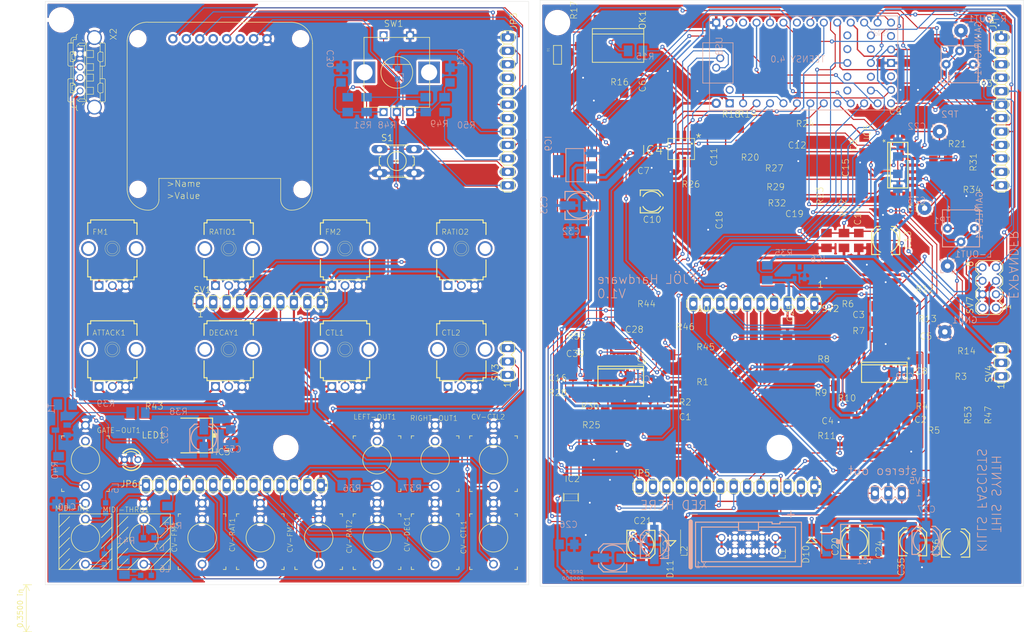
<source format=kicad_pcb>
(kicad_pcb (version 20171130) (host pcbnew "(5.1.9-0-10_14)")
  (layers (0 Top signal) (31 Bottom signal) (34 B.Paste user) (35 F.Paste user) (36 B.SilkS user) (37 F.SilkS user) (38 B.Mask user) (39 F.Mask user) (44 Edge.Cuts user))
  (net 0 "")
  (net 1 ATTACK)
  (net 2 DECAY)
  (net 3 FM1)
  (net 4 FM2)
  (net 5 RATIO1)
  (net 6 RATIO2)
  (net 7 +3.3V)
  (net 8 MIDI-RX4)
  (net 9 MIDI-RX5)
  (net 10 MIDI-TX)
  (net 11 GND1)
  (net 12 LEFT-OUT)
  (net 13 RIGHT-OUT)
  (net 14 +12V)
  (net 15 -10V)
  (net 16 GND)
  (net 17 D+_F)
  (net 18 D-_F)
  (net 19 GATE-LED)
  (net 20 +12V-F)
  (net 21 SWITCH)
  (net 22 ENC-B)
  (net 23 ENC-A)
  (net 24 ENC-SW)
  (net 25 D+)
  (net 26 D-)
  (net 27 GATE)
  (net 28 CONTROL1)
  (net 29 5V_USB)
  (net 30 CS)
  (net 31 MOSI)
  (net 32 SCK)
  (net 33 DC)
  (net 34 CONTROL2)
  (net 35 +3.3V-REG)
  (net 36 /DSP/+5V)
  (net 37 "Net-(OK1-Pad7)")
  (net 38 /DSP/MIDI-RX)
  (net 39 "Net-(D1-PadC)")
  (net 40 /DSP/L_CH)
  (net 41 /DSP/R_CH)
  (net 42 /DSP/MCLK)
  (net 43 /DSP/LRCLK)
  (net 44 /DSP/SCLK)
  (net 45 /DSP/SDATA)
  (net 46 "Net-(C11-Pad2)")
  (net 47 "Net-(C8-Pad2)")
  (net 48 "Net-(C8-Pad1)")
  (net 49 "Net-(C9-Pad2)")
  (net 50 "Net-(C12-Pad2)")
  (net 51 "Net-(C13-Pad+)")
  (net 52 "Net-(C18-Pad2)")
  (net 53 "Net-(C15-Pad2)")
  (net 54 "Net-(C15-Pad1)")
  (net 55 "Net-(C17-Pad2)")
  (net 56 "Net-(C19-Pad2)")
  (net 57 /DSP/-12V)
  (net 58 "Net-(L1-Pad1)")
  (net 59 "Net-(L2-Pad1)")
  (net 60 "Net-(D10-PadA)")
  (net 61 "Net-(D11-PadC)")
  (net 62 "Net-(U$1-Pad33-MCLK2)")
  (net 63 "Net-(U$1-Pad31-CTX3)")
  (net 64 /DSP/CS_ADC)
  (net 65 "Net-(U$1-Pad27-A13/SCK1)")
  (net 66 "Net-(U$1-Pad25-A11/SDA2)")
  (net 67 "Net-(U$1-Pad32-OUTB1)")
  (net 68 "Net-(U$1-Pad30-CRX3)")
  (net 69 "Net-(U$1-Pad26-A12/MOSI1)")
  (net 70 "Net-(U$1-PadVUSB)")
  (net 71 "Net-(U$1-Pad5-IN2)")
  (net 72 "Net-(U$1-Pad1-TX1)")
  (net 73 /DSP/MISO)
  (net 74 "Net-(U$1-PadPROGRAM)")
  (net 75 "Net-(U$1-PadVBAT)")
  (net 76 "Net-(SV7-Pad2)")
  (net 77 /frontpanel/+3.3V_F1)
  (net 78 "Net-(U$3-Pad3.3V)")
  (net 79 /frontpanel/CS-F)
  (net 80 "Net-(U$3-PadRST)")
  (net 81 /frontpanel/DC-F)
  (net 82 /frontpanel/SCK-F)
  (net 83 /frontpanel/MOSI-F)
  (net 84 /frontpanel/ENC-SW-F)
  (net 85 "Net-(C31-Pad2)")
  (net 86 "Net-(C30-Pad2)")
  (net 87 /frontpanel/DEC-POT-F)
  (net 88 /frontpanel/-10V_F)
  (net 89 /frontpanel/RAT1-POT-F)
  (net 90 /frontpanel/RAT2-POT-F)
  (net 91 /frontpanel/FM1-POT-F)
  (net 92 /frontpanel/FM2-POT-F)
  (net 93 "Net-(C40-Pad2)")
  (net 94 "Net-(L5-Pad2)")
  (net 95 "Net-(L4-Pad2)")
  (net 96 /frontpanel/CV-RAT1-F)
  (net 97 "Net-(L7-Pad2)")
  (net 98 "Net-(L6-Pad2)")
  (net 99 /frontpanel/CV-DEC-F)
  (net 100 /frontpanel/CV-FM1-F)
  (net 101 /frontpanel/CV-RAT2-F)
  (net 102 /frontpanel/CV-FM2-F)
  (net 103 "Net-(R37-Pad2)")
  (net 104 /frontpanel/ATT-POT-F)
  (net 105 /frontpanel/SWITCH-F)
  (net 106 "Net-(C16-Pad1)")
  (net 107 /frontpanel/DEC-POT)
  (net 108 /frontpanel/CV-DEC)
  (net 109 "Net-(C1-Pad1)")
  (net 110 /frontpanel/ATT-POT)
  (net 111 "Net-(C2-Pad1)")
  (net 112 /frontpanel/FM1-POT)
  (net 113 /frontpanel/CV-FM1)
  (net 114 "Net-(C4-Pad1)")
  (net 115 /frontpanel/FM2-POT)
  (net 116 /frontpanel/CV-FM2)
  (net 117 "Net-(C3-Pad1)")
  (net 118 /frontpanel/RAT1-POT)
  (net 119 /frontpanel/CV-RAT1)
  (net 120 "Net-(C5-Pad1)")
  (net 121 /frontpanel/RAT2-POT)
  (net 122 /frontpanel/CV-RAT2)
  (net 123 "Net-(C39-Pad1)")
  (net 124 "Net-(C28-Pad1)")
  (net 125 "Net-(R38-Pad2)")
  (net 126 /frontpanel/GATE-F)
  (net 127 "Net-(R39-Pad2)")
  (net 128 "Net-(LED1-PadA)")
  (net 129 "Net-(L6-Pad1)")
  (net 130 "Net-(L7-Pad1)")
  (net 131 /frontpanel/MIDI-THRU-R-F)
  (net 132 /frontpanel/GATE-LED-F)
  (net 133 /frontpanel/ENC-A-F)
  (net 134 /frontpanel/ENC-B-F)
  (net 135 /frontpanel/+3.3V_F)
  (net 136 /frontpanel/CTL1-POT-F)
  (net 137 "Net-(JP3-Pad4)")
  (net 138 /frontpanel/CTL1-POT)
  (net 139 "Net-(JP4-Pad4)")
  (net 140 /frontpanel/LEFT-OUT-F)
  (net 141 /frontpanel/RIGHT-OUT-F)
  (net 142 /frontpanel/MIDI-IN-L-F)
  (net 143 /frontpanel/MIDI-IN-R-F)
  (net 144 /frontpanel/CV-CTL1-F)
  (net 145 /frontpanel/CV-CTL1)
  (net 146 /frontpanel/CTL2-POT-F)
  (net 147 /frontpanel/CV-CTL2-F)
  (net 148 /frontpanel/CTL2-POT)
  (net 149 /frontpanel/CV-CTL2)
  (net 150 "Net-(GAINLEFT1-Pad1)")
  (net 151 "Net-(GAINRIGHT1-Pad1)")
  (net 152 "Net-(LEFT-OUT1-PadP$2_SWITCH)")
  (net 153 "Net-(LEFT-OUT1-PadP$1_TIP)")
  (net 154 "Net-(GATE-OUT1-PadP$2_SWITCH)")
  (net 155 "Net-(GATE-OUT1-PadP$1_TIP)")
  (net 156 "Net-(RIGHT-OUT1-PadP$2_SWITCH)")
  (module "" (layer Top) (at 95.522438 55.080749)
    (fp_text reference @HOLE0 hide)
    (fp_text value "" (at 0 0) (layer F.SilkS) (effects (font (size 1.27 1.27))))
    (pad "" np_thru_hole circle (at 0 0) (size 4.0132 4.0132) (drill 4.0132) (layers *.Cu *.Mask))
  )
  (module "" (layer Top) (at 189.248438 55.588749)
    (fp_text reference @HOLE1 hide)
    (fp_text value "" (at 0 0) (layer F.SilkS) (effects (font (size 1.27 1.27))))
    (pad "" np_thru_hole circle (at 0 0) (size 4.0132 4.0132) (drill 4.0132) (layers *.Cu *.Mask))
  )
  (module "" (layer Top) (at 137.940438 135.852749)
    (fp_text reference @HOLE5 hide)
    (fp_text value "" (at 0 0) (layer F.SilkS) (effects (font (size 1.27 1.27))))
    (pad "" np_thru_hole circle (at 0 0) (size 4.0132 4.0132) (drill 4.0132) (layers *.Cu *.Mask))
  )
  (module "" (layer Top) (at 231.158438 135.852749)
    (fp_text reference @HOLE6 hide)
    (fp_text value "" (at 0 0) (layer F.SilkS) (effects (font (size 1.27 1.27))))
    (pad "" np_thru_hole circle (at 0 0) (size 4.0132 4.0132) (drill 4.0132) (layers *.Cu *.Mask))
  )
  (module fjöl:ALPS_EC12E_SW (layer Top) (at 158.895438 64.986749)
    (fp_text reference SW1 (at -2.5 -8.5) (layer F.SilkS) (effects (font (size 1.2065 1.2065) (thickness 0.09652)) (justify left bottom)))
    (fp_text value EC12E_SW)
    (pad GND2 thru_hole rect (at 6.1 0) (size 4.064 4.064) (drill 3.048) (layers *.Cu *.Mask))
    (pad GND1 thru_hole rect (at -6.1 0) (size 4.064 4.064) (drill 3.048) (layers *.Cu *.Mask))
    (pad E thru_hole rect (at 2.5 -7) (size 1.508 1.508) (drill 1) (layers *.Cu *.Mask) (net 16 GND))
    (pad D thru_hole rect (at -2.5 -7) (size 1.508 1.508) (drill 1) (layers *.Cu *.Mask) (net 84 /frontpanel/ENC-SW-F))
    (pad B thru_hole rect (at 2.5 7.5) (size 1.508 1.508) (drill 1) (layers *.Cu *.Mask) (net 85 "Net-(C31-Pad2)"))
    (pad C thru_hole rect (at 0 7.5) (size 1.508 1.508) (drill 1) (layers *.Cu *.Mask) (net 16 GND))
    (pad A thru_hole rect (at -2.5 7.5) (size 1.508 1.508) (drill 1) (layers *.Cu *.Mask) (net 86 "Net-(C30-Pad2)"))
  )
  (module fjöl:WQP-PJ366ST_JACK (layer Top) (at 100.094438 152.870749 180)
    (fp_text reference MIDI-IN1 (at 5.7912 4.9784) (layer F.SilkS) (effects (font (size 0.9652 0.9652) (thickness 0.077216)) (justify left bottom)))
    (fp_text value THONKI-STEREO hide)
    (pad P$3_SLEEVE thru_hole circle (at 0 6.5 180) (size 1.65 1.65) (drill 1.1) (layers *.Cu *.Mask) (net 93 "Net-(C40-Pad2)"))
    (pad P$2_SWITCH thru_hole circle (at 0 3.5 180) (size 1.65 1.65) (drill 1.1) (layers *.Cu *.Mask) (net 94 "Net-(L5-Pad2)"))
    (pad P$1_TIP thru_hole circle (at 0 -5 180) (size 1.65 1.65) (drill 1.1) (layers *.Cu *.Mask) (net 95 "Net-(L4-Pad2)"))
  )
  (module fjöl:WQP-PJ301M-12_JACK (layer Top) (at 133.114438 152.870749 180)
    (fp_text reference CV-RAT1 (at 4.7244 -2.7432 90) (layer F.SilkS) (effects (font (size 0.9652 0.9652) (thickness 0.077216)) (justify left bottom)))
    (fp_text value THONKICONNNEW hide)
    (pad P$3_SLEEVE thru_hole circle (at 0 6.5 180) (size 1.65 1.65) (drill 1.1) (layers *.Cu *.Mask) (net 16 GND))
    (pad P$2_SWITCH thru_hole circle (at 0 3.5 180) (size 1.65 1.65) (drill 1.1) (layers *.Cu *.Mask) (net 16 GND))
    (pad P$1_TIP thru_hole circle (at 0 -5 180) (size 1.65 1.65) (drill 1.1) (layers *.Cu *.Mask) (net 96 /frontpanel/CV-RAT1-F))
  )
  (module fjöl:9MM_SNAP-IN_POT (layer Top) (at 127.145438 117.310749)
    (fp_text reference DECAY1 (at -3.81 -2.54) (layer F.SilkS) (effects (font (size 1.01346 1.01346) (thickness 0.081076)) (justify left bottom)))
    (fp_text value 50k-lin)
    (pad CHASSIS1 thru_hole circle (at -4.5 0 270) (size 2.794 2.794) (drill 2.1) (layers *.Cu *.Mask))
    (pad CHASSIS2 thru_hole circle (at 4.5 0 270) (size 2.794 2.794) (drill 2.1) (layers *.Cu *.Mask))
    (pad 3 thru_hole circle (at 2.5 7 270) (size 1.65 1.65) (drill 1.1) (layers *.Cu *.Mask) (net 16 GND))
    (pad 2 thru_hole circle (at 0 7 270) (size 1.65 1.65) (drill 1.1) (layers *.Cu *.Mask) (net 87 /frontpanel/DEC-POT-F))
    (pad 1 thru_hole rect (at -2.5 7 270) (size 1.65 1.65) (drill 1.1) (layers *.Cu *.Mask) (net 88 /frontpanel/-10V_F))
  )
  (module fjöl:9MM_SNAP-IN_POT (layer Top) (at 127.145438 98.260749)
    (fp_text reference RATIO1 (at -3.81 -2.54) (layer F.SilkS) (effects (font (size 1.01346 1.01346) (thickness 0.081076)) (justify left bottom)))
    (fp_text value 50k-lin)
    (pad CHASSIS1 thru_hole circle (at -4.5 0 270) (size 2.794 2.794) (drill 2.1) (layers *.Cu *.Mask))
    (pad CHASSIS2 thru_hole circle (at 4.5 0 270) (size 2.794 2.794) (drill 2.1) (layers *.Cu *.Mask))
    (pad 3 thru_hole circle (at 2.5 7 270) (size 1.65 1.65) (drill 1.1) (layers *.Cu *.Mask) (net 16 GND))
    (pad 2 thru_hole circle (at 0 7 270) (size 1.65 1.65) (drill 1.1) (layers *.Cu *.Mask) (net 89 /frontpanel/RAT1-POT-F))
    (pad 1 thru_hole rect (at -2.5 7 270) (size 1.65 1.65) (drill 1.1) (layers *.Cu *.Mask) (net 88 /frontpanel/-10V_F))
  )
  (module fjöl:9MM_SNAP-IN_POT (layer Top) (at 171.087438 98.260749)
    (fp_text reference RATIO2 (at -3.81 -2.54) (layer F.SilkS) (effects (font (size 1.01346 1.01346) (thickness 0.081076)) (justify left bottom)))
    (fp_text value 50k-lin)
    (pad CHASSIS1 thru_hole circle (at -4.5 0 270) (size 2.794 2.794) (drill 2.1) (layers *.Cu *.Mask))
    (pad CHASSIS2 thru_hole circle (at 4.5 0 270) (size 2.794 2.794) (drill 2.1) (layers *.Cu *.Mask))
    (pad 3 thru_hole circle (at 2.5 7 270) (size 1.65 1.65) (drill 1.1) (layers *.Cu *.Mask) (net 16 GND))
    (pad 2 thru_hole circle (at 0 7 270) (size 1.65 1.65) (drill 1.1) (layers *.Cu *.Mask) (net 90 /frontpanel/RAT2-POT-F))
    (pad 1 thru_hole rect (at -2.5 7 270) (size 1.65 1.65) (drill 1.1) (layers *.Cu *.Mask) (net 88 /frontpanel/-10V_F))
  )
  (module fjöl:9MM_SNAP-IN_POT (layer Top) (at 105.174438 98.260749)
    (fp_text reference FM1 (at -3.81 -2.54) (layer F.SilkS) (effects (font (size 1.01346 1.01346) (thickness 0.081076)) (justify left bottom)))
    (fp_text value 50k-lin)
    (pad CHASSIS1 thru_hole circle (at -4.5 0 270) (size 2.794 2.794) (drill 2.1) (layers *.Cu *.Mask))
    (pad CHASSIS2 thru_hole circle (at 4.5 0 270) (size 2.794 2.794) (drill 2.1) (layers *.Cu *.Mask))
    (pad 3 thru_hole circle (at 2.5 7 270) (size 1.65 1.65) (drill 1.1) (layers *.Cu *.Mask) (net 16 GND))
    (pad 2 thru_hole circle (at 0 7 270) (size 1.65 1.65) (drill 1.1) (layers *.Cu *.Mask) (net 91 /frontpanel/FM1-POT-F))
    (pad 1 thru_hole rect (at -2.5 7 270) (size 1.65 1.65) (drill 1.1) (layers *.Cu *.Mask) (net 88 /frontpanel/-10V_F))
  )
  (module fjöl:9MM_SNAP-IN_POT (layer Top) (at 149.116438 98.260749)
    (fp_text reference FM2 (at -3.81 -2.54) (layer F.SilkS) (effects (font (size 1.01346 1.01346) (thickness 0.081076)) (justify left bottom)))
    (fp_text value 50k-lin)
    (pad CHASSIS1 thru_hole circle (at -4.5 0 270) (size 2.794 2.794) (drill 2.1) (layers *.Cu *.Mask))
    (pad CHASSIS2 thru_hole circle (at 4.5 0 270) (size 2.794 2.794) (drill 2.1) (layers *.Cu *.Mask))
    (pad 3 thru_hole circle (at 2.5 7 270) (size 1.65 1.65) (drill 1.1) (layers *.Cu *.Mask) (net 16 GND))
    (pad 2 thru_hole circle (at 0 7 270) (size 1.65 1.65) (drill 1.1) (layers *.Cu *.Mask) (net 92 /frontpanel/FM2-POT-F))
    (pad 1 thru_hole rect (at -2.5 7 270) (size 1.65 1.65) (drill 1.1) (layers *.Cu *.Mask) (net 88 /frontpanel/-10V_F))
  )
  (module fjöl:WQP-PJ366ST_JACK (layer Top) (at 111.118038 152.870749 180)
    (fp_text reference MIDI-THRU1 (at 7.8232 4.7244) (layer F.SilkS) (effects (font (size 0.9652 0.9652) (thickness 0.077216)) (justify left bottom)))
    (fp_text value THONKI-STEREO hide)
    (pad P$3_SLEEVE thru_hole circle (at 0 6.5 180) (size 1.65 1.65) (drill 1.1) (layers *.Cu *.Mask) (net 16 GND))
    (pad P$2_SWITCH thru_hole circle (at 0 3.5 180) (size 1.65 1.65) (drill 1.1) (layers *.Cu *.Mask) (net 97 "Net-(L7-Pad2)"))
    (pad P$1_TIP thru_hole circle (at 0 -5 180) (size 1.65 1.65) (drill 1.1) (layers *.Cu *.Mask) (net 98 "Net-(L6-Pad2)"))
  )
  (module fjöl:WQP-PJ301M-12_JACK (layer Top) (at 166.134438 152.870749 180)
    (fp_text reference CV-DEC1 (at 4.7244 -2.7432 90) (layer F.SilkS) (effects (font (size 0.9652 0.9652) (thickness 0.077216)) (justify left bottom)))
    (fp_text value THONKICONNNEW hide)
    (pad P$3_SLEEVE thru_hole circle (at 0 6.5 180) (size 1.65 1.65) (drill 1.1) (layers *.Cu *.Mask) (net 16 GND))
    (pad P$2_SWITCH thru_hole circle (at 0 3.5 180) (size 1.65 1.65) (drill 1.1) (layers *.Cu *.Mask) (net 16 GND))
    (pad P$1_TIP thru_hole circle (at 0 -5 180) (size 1.65 1.65) (drill 1.1) (layers *.Cu *.Mask) (net 99 /frontpanel/CV-DEC-F))
  )
  (module fjöl:WQP-PJ301M-12_JACK (layer Top) (at 122.116238 152.870749 180)
    (fp_text reference CV-FM1 (at 4.6482 -2.8194 90) (layer F.SilkS) (effects (font (size 0.9652 0.9652) (thickness 0.077216)) (justify left bottom)))
    (fp_text value THONKICONNNEW hide)
    (pad P$3_SLEEVE thru_hole circle (at 0 6.5 180) (size 1.65 1.65) (drill 1.1) (layers *.Cu *.Mask) (net 16 GND))
    (pad P$2_SWITCH thru_hole circle (at 0 3.5 180) (size 1.65 1.65) (drill 1.1) (layers *.Cu *.Mask) (net 16 GND))
    (pad P$1_TIP thru_hole circle (at 0 -5 180) (size 1.65 1.65) (drill 1.1) (layers *.Cu *.Mask) (net 100 /frontpanel/CV-FM1-F))
  )
  (module fjöl:WQP-PJ301M-12_JACK (layer Top) (at 155.161638 152.870749 180)
    (fp_text reference CV-RAT2 (at 4.6736 -3.048 90) (layer F.SilkS) (effects (font (size 0.9652 0.9652) (thickness 0.077216)) (justify left bottom)))
    (fp_text value THONKICONNNEW hide)
    (pad P$3_SLEEVE thru_hole circle (at 0 6.5 180) (size 1.65 1.65) (drill 1.1) (layers *.Cu *.Mask) (net 16 GND))
    (pad P$2_SWITCH thru_hole circle (at 0 3.5 180) (size 1.65 1.65) (drill 1.1) (layers *.Cu *.Mask) (net 16 GND))
    (pad P$1_TIP thru_hole circle (at 0 -5 180) (size 1.65 1.65) (drill 1.1) (layers *.Cu *.Mask) (net 101 /frontpanel/CV-RAT2-F))
  )
  (module fjöl:WQP-PJ301M-12_JACK (layer Top) (at 144.138038 152.870749 180)
    (fp_text reference CV-FM2 (at 4.826 -2.8956 90) (layer F.SilkS) (effects (font (size 0.9652 0.9652) (thickness 0.077216)) (justify left bottom)))
    (fp_text value THONKICONNNEW hide)
    (pad P$3_SLEEVE thru_hole circle (at 0 6.5 180) (size 1.65 1.65) (drill 1.1) (layers *.Cu *.Mask) (net 16 GND))
    (pad P$2_SWITCH thru_hole circle (at 0 3.5 180) (size 1.65 1.65) (drill 1.1) (layers *.Cu *.Mask) (net 16 GND))
    (pad P$1_TIP thru_hole circle (at 0 -5 180) (size 1.65 1.65) (drill 1.1) (layers *.Cu *.Mask) (net 102 /frontpanel/CV-FM2-F))
  )
  (module fjöl:WQP-PJ301M-12_JACK (layer Top) (at 155.161638 138.138749 180)
    (fp_text reference LEFT-OUT1 (at 4.5212 7.5184) (layer F.SilkS) (effects (font (size 0.9652 0.9652) (thickness 0.077216)) (justify left bottom)))
    (fp_text value THONKICONNNEW hide)
    (pad P$3_SLEEVE thru_hole circle (at 0 6.5 180) (size 1.65 1.65) (drill 1.1) (layers *.Cu *.Mask) (net 16 GND))
    (pad P$2_SWITCH thru_hole circle (at 0 3.5 180) (size 1.65 1.65) (drill 1.1) (layers *.Cu *.Mask) (net 152 "Net-(LEFT-OUT1-PadP$2_SWITCH)"))
    (pad P$1_TIP thru_hole circle (at 0 -5 180) (size 1.65 1.65) (drill 1.1) (layers *.Cu *.Mask) (net 153 "Net-(LEFT-OUT1-PadP$1_TIP)"))
  )
  (module fjöl:WQP-PJ301M-12_JACK (layer Top) (at 100.094438 138.138749 180)
    (fp_text reference GATE-OUT1 (at -2.0828 4.9784) (layer F.SilkS) (effects (font (size 0.9652 0.9652) (thickness 0.077216)) (justify left bottom)))
    (fp_text value THONKICONNNEW hide)
    (pad P$3_SLEEVE thru_hole circle (at 0 6.5 180) (size 1.65 1.65) (drill 1.1) (layers *.Cu *.Mask) (net 16 GND))
    (pad P$2_SWITCH thru_hole circle (at 0 3.5 180) (size 1.65 1.65) (drill 1.1) (layers *.Cu *.Mask) (net 154 "Net-(GATE-OUT1-PadP$2_SWITCH)"))
    (pad P$1_TIP thru_hole circle (at 0 -5 180) (size 1.65 1.65) (drill 1.1) (layers *.Cu *.Mask) (net 155 "Net-(GATE-OUT1-PadP$1_TIP)"))
  )
  (module fjöl:WQP-PJ301M-12_JACK (layer Top) (at 166.134438 138.138749 180)
    (fp_text reference RIGHT-OUT1 (at 4.7752 7.2644) (layer F.SilkS) (effects (font (size 0.9652 0.9652) (thickness 0.077216)) (justify left bottom)))
    (fp_text value THONKICONNNEW hide)
    (pad P$3_SLEEVE thru_hole circle (at 0 6.5 180) (size 1.65 1.65) (drill 1.1) (layers *.Cu *.Mask) (net 16 GND))
    (pad P$2_SWITCH thru_hole circle (at 0 3.5 180) (size 1.65 1.65) (drill 1.1) (layers *.Cu *.Mask) (net 156 "Net-(RIGHT-OUT1-PadP$2_SWITCH)"))
    (pad P$1_TIP thru_hole circle (at 0 -5 180) (size 1.65 1.65) (drill 1.1) (layers *.Cu *.Mask) (net 103 "Net-(R37-Pad2)"))
  )
  (module fjöl:9MM_SNAP-IN_POT (layer Top) (at 105.174438 117.310749)
    (fp_text reference ATTACK1 (at -3.81 -2.54) (layer F.SilkS) (effects (font (size 1.01346 1.01346) (thickness 0.081076)) (justify left bottom)))
    (fp_text value 50k-lin)
    (pad CHASSIS1 thru_hole circle (at -4.5 0 270) (size 2.794 2.794) (drill 2.1) (layers *.Cu *.Mask))
    (pad CHASSIS2 thru_hole circle (at 4.5 0 270) (size 2.794 2.794) (drill 2.1) (layers *.Cu *.Mask))
    (pad 3 thru_hole circle (at 2.5 7 270) (size 1.65 1.65) (drill 1.1) (layers *.Cu *.Mask) (net 16 GND))
    (pad 2 thru_hole circle (at 0 7 270) (size 1.65 1.65) (drill 1.1) (layers *.Cu *.Mask) (net 104 /frontpanel/ATT-POT-F))
    (pad 1 thru_hole rect (at -2.5 7 270) (size 1.65 1.65) (drill 1.1) (layers *.Cu *.Mask) (net 88 /frontpanel/-10V_F))
  )
  (module fjöl:OLED-1.3_-164-32 (layer Top) (at 107.968438 91.148749)
    (fp_text reference U$3 hide)
    (fp_text value OLED-1.3"-164-32 hide)
    (fp_text user >Name (at 7.366 -4.445) (layer F.SilkS) (effects (font (size 1.2065 1.2065) (thickness 0.1016)) (justify left bottom)))
    (fp_text user >Value (at 7.366 -2.159) (layer F.SilkS) (effects (font (size 1.2065 1.2065) (thickness 0.1016)) (justify left bottom)))
    (pad GND thru_hole circle (at 26.416 -32.512) (size 1.778 1.778) (drill 1.016) (layers *.Cu *.Mask) (net 16 GND))
    (pad VIN thru_hole circle (at 23.876 -32.512) (size 1.778 1.778) (drill 1.016) (layers *.Cu *.Mask) (net 77 /frontpanel/+3.3V_F1))
    (pad 3.3V thru_hole circle (at 21.336 -32.512) (size 1.778 1.778) (drill 1.016) (layers *.Cu *.Mask) (net 78 "Net-(U$3-Pad3.3V)"))
    (pad CS thru_hole circle (at 18.796 -32.512) (size 1.778 1.778) (drill 1.016) (layers *.Cu *.Mask) (net 79 /frontpanel/CS-F))
    (pad RST thru_hole circle (at 16.256 -32.512) (size 1.778 1.778) (drill 1.016) (layers *.Cu *.Mask) (net 80 "Net-(U$3-PadRST)"))
    (pad D/C thru_hole circle (at 13.716 -32.512) (size 1.778 1.778) (drill 1.016) (layers *.Cu *.Mask) (net 81 /frontpanel/DC-F))
    (pad CLK thru_hole circle (at 11.176 -32.512) (size 1.778 1.778) (drill 1.016) (layers *.Cu *.Mask) (net 82 /frontpanel/SCK-F))
    (pad DATA thru_hole circle (at 8.636 -32.512) (size 1.778 1.778) (drill 1.016) (layers *.Cu *.Mask) (net 83 /frontpanel/MOSI-F))
    (pad "" np_thru_hole circle (at 32.766 -32.512) (size 2.5 2.5) (drill 2.5) (layers *.Cu *.Mask))
    (pad "" np_thru_hole circle (at 2.032 -32.512) (size 2.5 2.5) (drill 2.5) (layers *.Cu *.Mask))
    (pad "" np_thru_hole circle (at 33.02 -4.064) (size 2.5 2.5) (drill 2.5) (layers *.Cu *.Mask))
    (pad "" np_thru_hole circle (at 2.032 -4.064) (size 2.5 2.5) (drill 2.5) (layers *.Cu *.Mask))
  )
  (module fjöl:B3F-10XX (layer Top) (at 158.895438 81.750749)
    (fp_text reference S1 (at -3.048 -3.683) (layer F.SilkS) (effects (font (size 1.2065 1.2065) (thickness 0.12065)) (justify left bottom)))
    (fp_text value 10-XX)
    (pad 4 thru_hole oval (at 3.2512 2.2606) (size 3.048 1.524) (drill 1.016) (layers *.Cu *.Mask) (net 16 GND))
    (pad 2 thru_hole oval (at 3.2512 -2.2606) (size 3.048 1.524) (drill 1.016) (layers *.Cu *.Mask) (net 105 /frontpanel/SWITCH-F))
    (pad 3 thru_hole oval (at -3.2512 2.2606) (size 3.048 1.524) (drill 1.016) (layers *.Cu *.Mask) (net 16 GND))
    (pad 1 thru_hole oval (at -3.2512 -2.2606) (size 3.048 1.524) (drill 1.016) (layers *.Cu *.Mask) (net 105 /frontpanel/SWITCH-F))
  )
  (module fjöl:M1206 (layer Top) (at 196.868438 132.804749)
    (fp_text reference R25 (at -3.048 -0.508) (layer F.SilkS) (effects (font (size 1.2065 1.2065) (thickness 0.09652)) (justify left bottom)))
    (fp_text value 200k)
    (pad 2 smd rect (at 1.4 0) (size 1.6 2) (layers Top F.Paste F.Mask) (net 106 "Net-(C16-Pad1)"))
    (pad 1 smd rect (at -1.4 0) (size 1.6 2) (layers Top F.Paste F.Mask) (net 107 /frontpanel/DEC-POT))
  )
  (module fjöl:M1206 (layer Top) (at 193.566438 125.438749)
    (fp_text reference R28 (at -6.096 0.762) (layer F.SilkS) (effects (font (size 1.2065 1.2065) (thickness 0.09652)) (justify left bottom)))
    (fp_text value 66.5k)
    (pad 2 smd rect (at 1.4 0) (size 1.6 2) (layers Top F.Paste F.Mask) (net 2 DECAY))
    (pad 1 smd rect (at -1.4 0) (size 1.6 2) (layers Top F.Paste F.Mask) (net 106 "Net-(C16-Pad1)"))
  )
  (module fjöl:M1206 (layer Top) (at 196.868438 129.248749)
    (fp_text reference R30 (at -3.302 -0.508) (layer F.SilkS) (effects (font (size 1.2065 1.2065) (thickness 0.09652)) (justify left bottom)))
    (fp_text value 100k)
    (pad 2 smd rect (at 1.4 0) (size 1.6 2) (layers Top F.Paste F.Mask) (net 106 "Net-(C16-Pad1)"))
    (pad 1 smd rect (at -1.4 0) (size 1.6 2) (layers Top F.Paste F.Mask) (net 108 /frontpanel/CV-DEC))
  )
  (module fjöl:C1206 (layer Top) (at 193.566438 122.390749)
    (fp_text reference C16 (at -6.096 1.016) (layer F.SilkS) (effects (font (size 1.2065 1.2065) (thickness 0.09652)) (justify left bottom)))
    (fp_text value 1n)
    (pad 2 smd rect (at 1.4 0) (size 1.6 1.8) (layers Top F.Paste F.Mask) (net 2 DECAY))
    (pad 1 smd rect (at -1.4 0) (size 1.6 1.8) (layers Top F.Paste F.Mask) (net 106 "Net-(C16-Pad1)"))
  )
  (module fjöl:M1206 (layer Top) (at 209.568438 125.184749 180)
    (fp_text reference R1 (at -5.842 1.016) (layer F.SilkS) (effects (font (size 1.2065 1.2065) (thickness 0.09652)) (justify left bottom)))
    (fp_text value 200k)
    (pad 2 smd rect (at 1.4 0 180) (size 1.6 2) (layers Top F.Paste F.Mask) (net 109 "Net-(C1-Pad1)"))
    (pad 1 smd rect (at -1.4 0 180) (size 1.6 2) (layers Top F.Paste F.Mask) (net 110 /frontpanel/ATT-POT))
  )
  (module fjöl:M1206 (layer Top) (at 206.774438 128.740749 180)
    (fp_text reference R2 (at -5.334 0.762) (layer F.SilkS) (effects (font (size 1.2065 1.2065) (thickness 0.09652)) (justify left bottom)))
    (fp_text value 66.5k)
    (pad 2 smd rect (at 1.4 0 180) (size 1.6 2) (layers Top F.Paste F.Mask) (net 1 ATTACK))
    (pad 1 smd rect (at -1.4 0 180) (size 1.6 2) (layers Top F.Paste F.Mask) (net 109 "Net-(C1-Pad1)"))
  )
  (module fjöl:C1206 (layer Top) (at 206.774438 131.534749 180)
    (fp_text reference C1 (at -5.334 0.762) (layer F.SilkS) (effects (font (size 1.2065 1.2065) (thickness 0.09652)) (justify left bottom)))
    (fp_text value 1n)
    (pad 2 smd rect (at 1.4 0 180) (size 1.6 1.8) (layers Top F.Paste F.Mask) (net 1 ATTACK))
    (pad 1 smd rect (at -1.4 0 180) (size 1.6 1.8) (layers Top F.Paste F.Mask) (net 109 "Net-(C1-Pad1)"))
  )
  (module fjöl:M1206 (layer Top) (at 258.590438 123.914749 180)
    (fp_text reference R3 (at -5.588 0.762) (layer F.SilkS) (effects (font (size 1.2065 1.2065) (thickness 0.09652)) (justify left bottom)))
    (fp_text value 200k)
    (pad 2 smd rect (at 1.4 0 180) (size 1.6 2) (layers Top F.Paste F.Mask) (net 111 "Net-(C2-Pad1)"))
    (pad 1 smd rect (at -1.4 0 180) (size 1.6 2) (layers Top F.Paste F.Mask) (net 112 /frontpanel/FM1-POT))
  )
  (module fjöl:M1206 (layer Top) (at 253.764438 127.724749)
    (fp_text reference R4 (at 3.048 1.016) (layer F.SilkS) (effects (font (size 1.2065 1.2065) (thickness 0.09652)) (justify left bottom)))
    (fp_text value 66.5k)
    (pad 2 smd rect (at 1.4 0) (size 1.6 2) (layers Top F.Paste F.Mask) (net 3 FM1))
    (pad 1 smd rect (at -1.4 0) (size 1.6 2) (layers Top F.Paste F.Mask) (net 111 "Net-(C2-Pad1)"))
  )
  (module fjöl:M1206 (layer Top) (at 253.764438 133.820749 180)
    (fp_text reference R5 (at -5.334 0.508) (layer F.SilkS) (effects (font (size 1.2065 1.2065) (thickness 0.09652)) (justify left bottom)))
    (fp_text value 100k)
    (pad 2 smd rect (at 1.4 0 180) (size 1.6 2) (layers Top F.Paste F.Mask) (net 111 "Net-(C2-Pad1)"))
    (pad 1 smd rect (at -1.4 0 180) (size 1.6 2) (layers Top F.Paste F.Mask) (net 113 /frontpanel/CV-FM1))
  )
  (module fjöl:C1206 (layer Top) (at 253.764438 130.772749)
    (fp_text reference C2 (at 2.794 0.508) (layer F.SilkS) (effects (font (size 1.2065 1.2065) (thickness 0.09652)) (justify left bottom)))
    (fp_text value 1n)
    (pad 2 smd rect (at 1.4 0) (size 1.6 1.8) (layers Top F.Paste F.Mask) (net 3 FM1))
    (pad 1 smd rect (at -1.4 0) (size 1.6 1.8) (layers Top F.Paste F.Mask) (net 111 "Net-(C2-Pad1)"))
  )
  (module fjöl:M1206 (layer Top) (at 243.096438 124.168749)
    (fp_text reference R9 (at -5.334 2.032) (layer F.SilkS) (effects (font (size 1.2065 1.2065) (thickness 0.09652)) (justify left bottom)))
    (fp_text value 200k)
    (pad 2 smd rect (at 1.4 0) (size 1.6 2) (layers Top F.Paste F.Mask) (net 114 "Net-(C4-Pad1)"))
    (pad 1 smd rect (at -1.4 0) (size 1.6 2) (layers Top F.Paste F.Mask) (net 115 /frontpanel/FM2-POT))
  )
  (module fjöl:M1206 (layer Top) (at 247.160438 127.724749 180)
    (fp_text reference R10 (at 5.08 0.508) (layer F.SilkS) (effects (font (size 1.2065 1.2065) (thickness 0.09652)) (justify left bottom)))
    (fp_text value 66.5k)
    (pad 2 smd rect (at 1.4 0 180) (size 1.6 2) (layers Top F.Paste F.Mask) (net 4 FM2))
    (pad 1 smd rect (at -1.4 0 180) (size 1.6 2) (layers Top F.Paste F.Mask) (net 114 "Net-(C4-Pad1)"))
  )
  (module fjöl:M1206 (layer Top) (at 247.160438 133.820749)
    (fp_text reference R11 (at -8.89 0.508) (layer F.SilkS) (effects (font (size 1.2065 1.2065) (thickness 0.09652)) (justify left bottom)))
    (fp_text value 100k)
    (pad 2 smd rect (at 1.4 0) (size 1.6 2) (layers Top F.Paste F.Mask) (net 114 "Net-(C4-Pad1)"))
    (pad 1 smd rect (at -1.4 0) (size 1.6 2) (layers Top F.Paste F.Mask) (net 116 /frontpanel/CV-FM2))
  )
  (module fjöl:C1206 (layer Top) (at 247.160438 130.772749 180)
    (fp_text reference C4 (at 8.128 -0.762) (layer F.SilkS) (effects (font (size 1.2065 1.2065) (thickness 0.09652)) (justify left bottom)))
    (fp_text value 1n)
    (pad 2 smd rect (at 1.4 0 180) (size 1.6 1.8) (layers Top F.Paste F.Mask) (net 4 FM2))
    (pad 1 smd rect (at -1.4 0 180) (size 1.6 1.8) (layers Top F.Paste F.Mask) (net 114 "Net-(C4-Pad1)"))
  )
  (module fjöl:M1206 (layer Top) (at 247.922438 109.182749)
    (fp_text reference R6 (at -5.08 0.254) (layer F.SilkS) (effects (font (size 1.2065 1.2065) (thickness 0.09652)) (justify left bottom)))
    (fp_text value 200k)
    (pad 2 smd rect (at 1.4 0) (size 1.6 2) (layers Top F.Paste F.Mask) (net 117 "Net-(C3-Pad1)"))
    (pad 1 smd rect (at -1.4 0) (size 1.6 2) (layers Top F.Paste F.Mask) (net 118 /frontpanel/RAT1-POT))
  )
  (module fjöl:M1206 (layer Top) (at 247.922438 115.024749 180)
    (fp_text reference R7 (at 3.048 0.508) (layer F.SilkS) (effects (font (size 1.2065 1.2065) (thickness 0.09652)) (justify left bottom)))
    (fp_text value 66.5k)
    (pad 2 smd rect (at 1.4 0 180) (size 1.6 2) (layers Top F.Paste F.Mask) (net 5 RATIO1))
    (pad 1 smd rect (at -1.4 0 180) (size 1.6 2) (layers Top F.Paste F.Mask) (net 117 "Net-(C3-Pad1)"))
  )
  (module fjöl:M1206 (layer Top) (at 243.350438 119.342749)
    (fp_text reference R8 (at -5.08 0.508) (layer F.SilkS) (effects (font (size 1.2065 1.2065) (thickness 0.09652)) (justify left bottom)))
    (fp_text value 100k)
    (pad 2 smd rect (at 1.4 0) (size 1.6 2) (layers Top F.Paste F.Mask) (net 117 "Net-(C3-Pad1)"))
    (pad 1 smd rect (at -1.4 0) (size 1.6 2) (layers Top F.Paste F.Mask) (net 119 /frontpanel/CV-RAT1))
  )
  (module fjöl:C1206 (layer Top) (at 247.922438 111.976749 180)
    (fp_text reference C3 (at 3.048 0.508) (layer F.SilkS) (effects (font (size 1.2065 1.2065) (thickness 0.09652)) (justify left bottom)))
    (fp_text value 1n)
    (pad 2 smd rect (at 1.4 0 180) (size 1.6 1.8) (layers Top F.Paste F.Mask) (net 5 RATIO1))
    (pad 1 smd rect (at -1.4 0 180) (size 1.6 1.8) (layers Top F.Paste F.Mask) (net 117 "Net-(C3-Pad1)"))
  )
  (module fjöl:SO14 (layer Top) (at 250.970438 121.628749 180)
    (fp_text reference IC8 (at -5.207 -0.508) (layer F.SilkS) (effects (font (size 1.2065 1.2065) (thickness 0.09652)) (justify left bottom)))
    (fp_text value TL074)
    (fp_text user * (at -4.064 1.524 180) (layer F.SilkS) (effects (font (size 1.2065 1.2065) (thickness 0.1016)) (justify left bottom)))
    (pad 8 smd rect (at 3.81 -2.6 180) (size 0.6 2.2) (layers Top F.Paste F.Mask) (net 4 FM2))
    (pad 10 smd rect (at 1.27 -2.6 180) (size 0.6 2.2) (layers Top F.Paste F.Mask) (net 11 GND1))
    (pad 7 smd rect (at 3.81 2.6 180) (size 0.6 2.2) (layers Top F.Paste F.Mask) (net 5 RATIO1))
    (pad 5 smd rect (at 1.27 2.6 180) (size 0.6 2.2) (layers Top F.Paste F.Mask) (net 11 GND1))
    (pad 9 smd rect (at 2.54 -2.6 180) (size 0.6 2.2) (layers Top F.Paste F.Mask) (net 114 "Net-(C4-Pad1)"))
    (pad 6 smd rect (at 2.54 2.6 180) (size 0.6 2.2) (layers Top F.Paste F.Mask) (net 117 "Net-(C3-Pad1)"))
    (pad 11 smd rect (at 0 -2.6 180) (size 0.6 2.2) (layers Top F.Paste F.Mask) (net 11 GND1))
    (pad 12 smd rect (at -1.27 -2.6 180) (size 0.6 2.2) (layers Top F.Paste F.Mask) (net 11 GND1))
    (pad 14 smd rect (at -3.81 -2.6 180) (size 0.6 2.2) (layers Top F.Paste F.Mask) (net 3 FM1))
    (pad 4 smd rect (at 0 2.6 180) (size 0.6 2.2) (layers Top F.Paste F.Mask) (net 35 +3.3V-REG))
    (pad 3 smd rect (at -1.27 2.6 180) (size 0.6 2.2) (layers Top F.Paste F.Mask) (net 11 GND1))
    (pad 1 smd rect (at -3.81 2.6 180) (size 0.6 2.2) (layers Top F.Paste F.Mask) (net 6 RATIO2))
    (pad 13 smd rect (at -2.54 -2.6 180) (size 0.6 2.2) (layers Top F.Paste F.Mask) (net 111 "Net-(C2-Pad1)"))
    (pad 2 smd rect (at -2.54 2.6 180) (size 0.6 2.2) (layers Top F.Paste F.Mask) (net 120 "Net-(C5-Pad1)"))
  )
  (module fjöl:M1206 (layer Top) (at 254.272438 108.420749)
    (fp_text reference R12 (at 2.54 -1.778) (layer F.SilkS) (effects (font (size 1.2065 1.2065) (thickness 0.09652)) (justify left bottom)))
    (fp_text value 200k)
    (pad 2 smd rect (at 1.4 0) (size 1.6 2) (layers Top F.Paste F.Mask) (net 120 "Net-(C5-Pad1)"))
    (pad 1 smd rect (at -1.4 0) (size 1.6 2) (layers Top F.Paste F.Mask) (net 121 /frontpanel/RAT2-POT))
  )
  (module fjöl:M1206 (layer Top) (at 254.272438 111.976749)
    (fp_text reference R13 (at 3.048 0.254) (layer F.SilkS) (effects (font (size 1.2065 1.2065) (thickness 0.09652)) (justify left bottom)))
    (fp_text value 66.5k)
    (pad 2 smd rect (at 1.4 0) (size 1.6 2) (layers Top F.Paste F.Mask) (net 6 RATIO2))
    (pad 1 smd rect (at -1.4 0) (size 1.6 2) (layers Top F.Paste F.Mask) (net 120 "Net-(C5-Pad1)"))
  )
  (module fjöl:M1206 (layer Top) (at 258.590438 119.088749 180)
    (fp_text reference R14 (at -6.096 0.762) (layer F.SilkS) (effects (font (size 1.2065 1.2065) (thickness 0.09652)) (justify left bottom)))
    (fp_text value 100k)
    (pad 2 smd rect (at 1.4 0 180) (size 1.6 2) (layers Top F.Paste F.Mask) (net 120 "Net-(C5-Pad1)"))
    (pad 1 smd rect (at -1.4 0 180) (size 1.6 2) (layers Top F.Paste F.Mask) (net 122 /frontpanel/CV-RAT2))
  )
  (module fjöl:C1206 (layer Top) (at 254.526438 115.278749)
    (fp_text reference C5 (at 3.048 0.254) (layer F.SilkS) (effects (font (size 1.2065 1.2065) (thickness 0.09652)) (justify left bottom)))
    (fp_text value 1n)
    (pad 2 smd rect (at 1.4 0) (size 1.6 1.8) (layers Top F.Paste F.Mask) (net 6 RATIO2))
    (pad 1 smd rect (at -1.4 0) (size 1.6 1.8) (layers Top F.Paste F.Mask) (net 120 "Net-(C5-Pad1)"))
  )
  (module fjöl:SO14 (layer Top) (at 201.186438 122.390749 180)
    (fp_text reference IC7 (at -4.572 1.905 90) (layer F.SilkS) (effects (font (size 1.2065 1.2065) (thickness 0.09652)) (justify left bottom)))
    (fp_text value TL074)
    (fp_text user * (at -4.064 1.524 180) (layer F.SilkS) (effects (font (size 1.2065 1.2065) (thickness 0.1016)) (justify left bottom)))
    (pad 8 smd rect (at 3.81 -2.6 180) (size 0.6 2.2) (layers Top F.Paste F.Mask) (net 2 DECAY))
    (pad 10 smd rect (at 1.27 -2.6 180) (size 0.6 2.2) (layers Top F.Paste F.Mask) (net 11 GND1))
    (pad 7 smd rect (at 3.81 2.6 180) (size 0.6 2.2) (layers Top F.Paste F.Mask) (net 34 CONTROL2))
    (pad 5 smd rect (at 1.27 2.6 180) (size 0.6 2.2) (layers Top F.Paste F.Mask) (net 11 GND1))
    (pad 9 smd rect (at 2.54 -2.6 180) (size 0.6 2.2) (layers Top F.Paste F.Mask) (net 106 "Net-(C16-Pad1)"))
    (pad 6 smd rect (at 2.54 2.6 180) (size 0.6 2.2) (layers Top F.Paste F.Mask) (net 123 "Net-(C39-Pad1)"))
    (pad 11 smd rect (at 0 -2.6 180) (size 0.6 2.2) (layers Top F.Paste F.Mask) (net 11 GND1))
    (pad 12 smd rect (at -1.27 -2.6 180) (size 0.6 2.2) (layers Top F.Paste F.Mask) (net 11 GND1))
    (pad 14 smd rect (at -3.81 -2.6 180) (size 0.6 2.2) (layers Top F.Paste F.Mask) (net 1 ATTACK))
    (pad 4 smd rect (at 0 2.6 180) (size 0.6 2.2) (layers Top F.Paste F.Mask) (net 35 +3.3V-REG))
    (pad 3 smd rect (at -1.27 2.6 180) (size 0.6 2.2) (layers Top F.Paste F.Mask) (net 11 GND1))
    (pad 1 smd rect (at -3.81 2.6 180) (size 0.6 2.2) (layers Top F.Paste F.Mask) (net 28 CONTROL1))
    (pad 13 smd rect (at -2.54 -2.6 180) (size 0.6 2.2) (layers Top F.Paste F.Mask) (net 109 "Net-(C1-Pad1)"))
    (pad 2 smd rect (at -2.54 2.6 180) (size 0.6 2.2) (layers Top F.Paste F.Mask) (net 124 "Net-(C28-Pad1)"))
  )
  (module fjöl:DIL8-SMD (layer Top) (at 200.678438 59.906749 180)
    (fp_text reference OK1 (at -5.334 2.921 90) (layer F.SilkS) (effects (font (size 1.2065 1.2065) (thickness 0.12065)) (justify left bottom)))
    (fp_text value 6N138DIL8)
    (pad 8 smd rect (at -3.81 -4.77) (size 1.6 2) (layers Top F.Paste F.Mask) (net 36 /DSP/+5V))
    (pad 7 smd rect (at -1.27 -4.77) (size 1.6 2) (layers Top F.Paste F.Mask) (net 37 "Net-(OK1-Pad7)"))
    (pad 6 smd rect (at 1.27 -4.77) (size 1.6 2) (layers Top F.Paste F.Mask) (net 38 /DSP/MIDI-RX))
    (pad 5 smd rect (at 3.81 -4.77) (size 1.6 2) (layers Top F.Paste F.Mask) (net 11 GND1))
    (pad 4 smd rect (at 3.81 4.77 180) (size 1.6 2) (layers Top F.Paste F.Mask))
    (pad 3 smd rect (at 1.27 4.77 180) (size 1.6 2) (layers Top F.Paste F.Mask) (net 9 MIDI-RX5))
    (pad 2 smd rect (at -1.27 4.77 180) (size 1.6 2) (layers Top F.Paste F.Mask) (net 39 "Net-(D1-PadC)"))
    (pad 1 smd rect (at -3.81 4.77 180) (size 1.6 2) (layers Top F.Paste F.Mask))
  )
  (module fjöl:M1206 (layer Bottom) (at 203.980438 60.922749)
    (fp_text reference R15 (at 0 1.778) (layer B.SilkS) (effects (font (size 1.2065 1.2065) (thickness 0.09652)) (justify right bottom mirror)))
    (fp_text value 470)
    (pad 2 smd rect (at 1.4 0) (size 1.6 2) (layers Bottom B.Paste B.Mask) (net 7 +3.3V))
    (pad 1 smd rect (at -1.4 0) (size 1.6 2) (layers Bottom B.Paste B.Mask) (net 38 /DSP/MIDI-RX))
  )
  (module fjöl:C1206 (layer Top) (at 207.282438 67.526749 90)
    (fp_text reference C6 (at -1.27 -1.27 90) (layer F.SilkS) (effects (font (size 1.2065 1.2065) (thickness 0.09652)) (justify left bottom)))
    (fp_text value 100n)
    (pad 2 smd rect (at 1.4 0 90) (size 1.6 1.8) (layers Top F.Paste F.Mask) (net 36 /DSP/+5V))
    (pad 1 smd rect (at -1.4 0 90) (size 1.6 1.8) (layers Top F.Paste F.Mask) (net 11 GND1))
  )
  (module fjöl:M1206 (layer Top) (at 200.424438 68.796749)
    (fp_text reference R16 (at -1.27 -1.27) (layer F.SilkS) (effects (font (size 1.2065 1.2065) (thickness 0.09652)) (justify left bottom)))
    (fp_text value 1k)
    (pad 2 smd rect (at 1.4 0) (size 1.6 2) (layers Top F.Paste F.Mask) (net 37 "Net-(OK1-Pad7)"))
    (pad 1 smd rect (at -1.4 0) (size 1.6 2) (layers Top F.Paste F.Mask) (net 11 GND1))
  )
  (module fjöl:M1206 (layer Top) (at 193.566438 61.430749 270)
    (fp_text reference R17 (at -6.35 0.508 90) (layer F.SilkS) (effects (font (size 1.2065 1.2065) (thickness 0.09652)) (justify left bottom)))
    (fp_text value 220)
    (pad 2 smd rect (at 1.4 0 270) (size 1.6 2) (layers Top F.Paste F.Mask) (net 8 MIDI-RX4))
    (pad 1 smd rect (at -1.4 0 270) (size 1.6 2) (layers Top F.Paste F.Mask) (net 39 "Net-(D1-PadC)"))
  )
  (module fjöl:SOT23-5 (layer Top) (at 191.788438 145.250749)
    (fp_text reference IC2 (at -1.27 -2.794) (layer F.SilkS) (effects (font (size 1.2065 1.2065) (thickness 0.09652)) (justify left bottom)))
    (fp_text value 741G17DBV)
    (pad 5 smd rect (at -0.95 -1.3) (size 0.69 0.99) (layers Top F.Paste F.Mask) (net 36 /DSP/+5V))
    (pad 4 smd rect (at 0.95 -1.3) (size 0.69 0.99) (layers Top F.Paste F.Mask) (net 10 MIDI-TX))
    (pad 3 smd rect (at 0.95 1.29) (size 0.69 0.99) (layers Top F.Paste F.Mask) (net 11 GND1))
    (pad 2 smd rect (at 0 1.29) (size 0.69 0.99) (layers Top F.Paste F.Mask) (net 38 /DSP/MIDI-RX))
    (pad 1 smd rect (at -0.95 1.29) (size 0.69 0.99) (layers Top F.Paste F.Mask))
  )
  (module fjöl:SOD-123 (layer Top) (at 189.248438 61.684749 270)
    (fp_text reference D1 (at -0.592 1.54 90) (layer F.SilkS) (effects (font (size 0.38608 0.38608) (thickness 0.030886)) (justify left bottom)))
    (fp_text value 1n4148)
    (pad A smd rect (at 1.85 0 270) (size 1.2 0.7) (layers Top F.Paste F.Mask) (net 9 MIDI-RX5))
    (pad C smd rect (at -1.85 0 270) (size 1.2 0.7) (layers Top F.Paste F.Mask) (net 39 "Net-(D1-PadC)"))
  )
  (module fjöl:C1206 (layer Top) (at 207.282438 85.052749 180)
    (fp_text reference C7 (at 3.048 0.762) (layer F.SilkS) (effects (font (size 1.2065 1.2065) (thickness 0.09652)) (justify left bottom)))
    (fp_text value 100n)
    (pad 2 smd rect (at 1.4 0 180) (size 1.6 1.8) (layers Top F.Paste F.Mask) (net 11 GND1))
    (pad 1 smd rect (at -1.4 0 180) (size 1.6 1.8) (layers Top F.Paste F.Mask) (net 36 /DSP/+5V))
  )
  (module fjöl:153CLV-0405 (layer Top) (at 207.028438 89.370749)
    (fp_text reference C10 (at -1.732 4.124) (layer F.SilkS) (effects (font (size 1.2065 1.2065) (thickness 0.09652)) (justify left bottom)))
    (fp_text value 3.3µ)
    (pad - smd rect (at -1.8 0) (size 2.6 1.6) (layers Top F.Paste F.Mask) (net 11 GND1))
    (pad + smd rect (at 1.8 0) (size 2.6 1.6) (layers Top F.Paste F.Mask) (net 36 /DSP/+5V))
  )
  (module fjöl:SOIC127P600X175-8N (layer Top) (at 212.616438 79.464749 270)
    (fp_text reference IC4 hide)
    (fp_text value CS4334 hide)
    (pad 8 smd roundrect (at 2.475 -1.905 270) (size 1.97 0.6) (layers Top F.Paste F.Mask) (roundrect_rratio 0.125) (net 40 /DSP/L_CH))
    (pad 7 smd roundrect (at 2.475 -0.635 270) (size 1.97 0.6) (layers Top F.Paste F.Mask) (roundrect_rratio 0.125) (net 36 /DSP/+5V))
    (pad 6 smd roundrect (at 2.475 0.635 270) (size 1.97 0.6) (layers Top F.Paste F.Mask) (roundrect_rratio 0.125) (net 11 GND1))
    (pad 5 smd roundrect (at 2.475 1.905 270) (size 1.97 0.6) (layers Top F.Paste F.Mask) (roundrect_rratio 0.125) (net 41 /DSP/R_CH))
    (pad 4 smd roundrect (at -2.475 1.905 270) (size 1.97 0.6) (layers Top F.Paste F.Mask) (roundrect_rratio 0.125) (net 42 /DSP/MCLK))
    (pad 3 smd roundrect (at -2.475 0.635 270) (size 1.97 0.6) (layers Top F.Paste F.Mask) (roundrect_rratio 0.125) (net 43 /DSP/LRCLK))
    (pad 2 smd roundrect (at -2.475 -0.635 270) (size 1.97 0.6) (layers Top F.Paste F.Mask) (roundrect_rratio 0.125) (net 44 /DSP/SCLK))
    (pad 1 smd roundrect (at -2.475 -1.905 270) (size 1.97 0.6) (layers Top F.Paste F.Mask) (roundrect_rratio 0.125) (net 45 /DSP/SDATA))
  )
  (module fjöl:M1206 (layer Top) (at 218.966438 76.416749)
    (fp_text reference R18 (at 1.27 -2.794) (layer F.SilkS) (effects (font (size 1.2065 1.2065) (thickness 0.09652)) (justify left bottom)))
    (fp_text value 1.15k)
    (pad 2 smd rect (at 1.4 0) (size 1.6 2) (layers Top F.Paste F.Mask) (net 46 "Net-(C11-Pad2)"))
    (pad 1 smd rect (at -1.4 0) (size 1.6 2) (layers Top F.Paste F.Mask) (net 40 /DSP/L_CH))
  )
  (module fjöl:C1206 (layer Top) (at 247.160438 78.702749 90)
    (fp_text reference C8 (at -1.27 -1.27 90) (layer F.SilkS) (effects (font (size 1.2065 1.2065) (thickness 0.09652)) (justify left bottom)))
    (fp_text value 270p)
    (pad 2 smd rect (at 1.4 0 90) (size 1.6 1.8) (layers Top F.Paste F.Mask) (net 47 "Net-(C8-Pad2)"))
    (pad 1 smd rect (at -1.4 0 90) (size 1.6 1.8) (layers Top F.Paste F.Mask) (net 48 "Net-(C8-Pad1)"))
  )
  (module fjöl:C1210 (layer Top) (at 253.510438 76.162749)
    (fp_text reference C9 (at -1.724 -3.116) (layer F.SilkS) (effects (font (size 1.2065 1.2065) (thickness 0.09652)) (justify left bottom)))
    (fp_text value 10u)
    (pad 2 smd rect (at 1.4 0) (size 1.6 2.7) (layers Top F.Paste F.Mask) (net 49 "Net-(C9-Pad2)"))
    (pad 1 smd rect (at -1.4 0) (size 1.6 2.7) (layers Top F.Paste F.Mask) (net 47 "Net-(C8-Pad2)"))
  )
  (module fjöl:C1206 (layer Top) (at 220.998438 81.242749 90)
    (fp_text reference C11 (at -1.524 -1.524 90) (layer F.SilkS) (effects (font (size 1.2065 1.2065) (thickness 0.09652)) (justify left bottom)))
    (fp_text value 2.7n)
    (pad 2 smd rect (at 1.4 0 90) (size 1.6 1.8) (layers Top F.Paste F.Mask) (net 46 "Net-(C11-Pad2)"))
    (pad 1 smd rect (at -1.4 0 90) (size 1.6 1.8) (layers Top F.Paste F.Mask) (net 11 GND1))
  )
  (module fjöl:C1206 (layer Top) (at 231.412438 78.194749 180)
    (fp_text reference C12 (at -1.27 -1.27) (layer F.SilkS) (effects (font (size 1.2065 1.2065) (thickness 0.09652)) (justify left bottom)))
    (fp_text value 2.7n)
    (pad 2 smd rect (at 1.4 0 180) (size 1.6 1.8) (layers Top F.Paste F.Mask) (net 50 "Net-(C12-Pad2)"))
    (pad 1 smd rect (at -1.4 0 180) (size 1.6 1.8) (layers Top F.Paste F.Mask) (net 11 GND1))
  )
  (module fjöl:M1206 (layer Top) (at 225.062438 75.400749)
    (fp_text reference R19 (at -1.778 -1.778) (layer F.SilkS) (effects (font (size 1.2065 1.2065) (thickness 0.09652)) (justify left bottom)))
    (fp_text value 4.75k)
    (pad 2 smd rect (at 1.4 0) (size 1.6 2) (layers Top F.Paste F.Mask) (net 50 "Net-(C12-Pad2)"))
    (pad 1 smd rect (at -1.4 0) (size 1.6 2) (layers Top F.Paste F.Mask) (net 46 "Net-(C11-Pad2)"))
  )
  (module fjöl:M1206 (layer Top) (at 225.062438 78.702749)
    (fp_text reference R20 (at -1.27 3.048) (layer F.SilkS) (effects (font (size 1.2065 1.2065) (thickness 0.09652)) (justify left bottom)))
    (fp_text value 1.21k)
    (pad 2 smd rect (at 1.4 0) (size 1.6 2) (layers Top F.Paste F.Mask) (net 48 "Net-(C8-Pad1)"))
    (pad 1 smd rect (at -1.4 0) (size 1.6 2) (layers Top F.Paste F.Mask) (net 50 "Net-(C12-Pad2)"))
  )
  (module fjöl:M1206 (layer Top) (at 261.638438 81.750749 180)
    (fp_text reference R21 (at -1.27 2.54) (layer F.SilkS) (effects (font (size 1.2065 1.2065) (thickness 0.09652)) (justify left bottom)))
    (fp_text value 100k)
    (pad 2 smd rect (at 1.4 0 180) (size 1.6 2) (layers Top F.Paste F.Mask) (net 49 "Net-(C9-Pad2)"))
    (pad 1 smd rect (at -1.4 0 180) (size 1.6 2) (layers Top F.Paste F.Mask) (net 11 GND1))
  )
  (module fjöl:M1206 (layer Top) (at 243.350438 96.736749 90)
    (fp_text reference R22 (at 4.318 0.508 90) (layer F.SilkS) (effects (font (size 1.2065 1.2065) (thickness 0.09652)) (justify left bottom)))
    (fp_text value 23.2k)
    (pad 2 smd rect (at 1.4 0 90) (size 1.6 2) (layers Top F.Paste F.Mask) (net 51 "Net-(C13-Pad+)"))
    (pad 1 smd rect (at -1.4 0 90) (size 1.6 2) (layers Top F.Paste F.Mask) (net 36 /DSP/+5V))
  )
  (module fjöl:M1206 (layer Top) (at 240.048438 96.736749 270)
    (fp_text reference R23 (at -6.604 0.508 90) (layer F.SilkS) (effects (font (size 1.2065 1.2065) (thickness 0.09652)) (justify left bottom)))
    (fp_text value 20k)
    (pad 2 smd rect (at 1.4 0 270) (size 1.6 2) (layers Top F.Paste F.Mask) (net 11 GND1))
    (pad 1 smd rect (at -1.4 0 270) (size 1.6 2) (layers Top F.Paste F.Mask) (net 51 "Net-(C13-Pad+)"))
  )
  (module fjöl:153CLV-0505 (layer Top) (at 251.224438 96.736749 90)
    (fp_text reference C13 (at -1.724 4.894 90) (layer F.SilkS) (effects (font (size 1.2065 1.2065) (thickness 0.09652)) (justify left bottom)))
    (fp_text value 10u)
    (pad - smd rect (at -2.2 0 90) (size 3 1.6) (layers Top F.Paste F.Mask) (net 11 GND1))
    (pad + smd rect (at 2.2 0 90) (size 3 1.6) (layers Top F.Paste F.Mask) (net 51 "Net-(C13-Pad+)"))
  )
  (module fjöl:C1206 (layer Top) (at 246.144438 96.736749 90)
    (fp_text reference C14 (at 2.794 0.508 90) (layer F.SilkS) (effects (font (size 1.2065 1.2065) (thickness 0.09652)) (justify left bottom)))
    (fp_text value 100n)
    (pad 2 smd rect (at 1.4 0 90) (size 1.6 1.8) (layers Top F.Paste F.Mask) (net 51 "Net-(C13-Pad+)"))
    (pad 1 smd rect (at -1.4 0 90) (size 1.6 1.8) (layers Top F.Paste F.Mask) (net 11 GND1))
  )
  (module fjöl:M1206 (layer Top) (at 231.412438 74.892749)
    (fp_text reference R24 (at 2.794 0.508) (layer F.SilkS) (effects (font (size 1.2065 1.2065) (thickness 0.09652)) (justify left bottom)))
    (fp_text value 5.9k)
    (pad 2 smd rect (at 1.4 0) (size 1.6 2) (layers Top F.Paste F.Mask) (net 47 "Net-(C8-Pad2)"))
    (pad 1 smd rect (at -1.4 0) (size 1.6 2) (layers Top F.Paste F.Mask) (net 50 "Net-(C12-Pad2)"))
  )
  (module fjöl:M1206 (layer Top) (at 218.966438 86.068749)
    (fp_text reference R26 (at -6.35 0.762) (layer F.SilkS) (effects (font (size 1.2065 1.2065) (thickness 0.09652)) (justify left bottom)))
    (fp_text value 1.15k)
    (pad 2 smd rect (at 1.4 0) (size 1.6 2) (layers Top F.Paste F.Mask) (net 52 "Net-(C18-Pad2)"))
    (pad 1 smd rect (at -1.4 0) (size 1.6 2) (layers Top F.Paste F.Mask) (net 41 /DSP/R_CH))
  )
  (module fjöl:C1206 (layer Top) (at 246.906438 86.576749 270)
    (fp_text reference C15 (at -1.778 2.54 90) (layer F.SilkS) (effects (font (size 1.2065 1.2065) (thickness 0.09652)) (justify left bottom)))
    (fp_text value 270p)
    (pad 2 smd rect (at 1.4 0 270) (size 1.6 1.8) (layers Top F.Paste F.Mask) (net 53 "Net-(C15-Pad2)"))
    (pad 1 smd rect (at -1.4 0 270) (size 1.6 1.8) (layers Top F.Paste F.Mask) (net 54 "Net-(C15-Pad1)"))
  )
  (module fjöl:C1210 (layer Top) (at 253.764438 88.862749)
    (fp_text reference C17 (at 1.47 2.472) (layer F.SilkS) (effects (font (size 1.2065 1.2065) (thickness 0.09652)) (justify left bottom)))
    (fp_text value 10u)
    (pad 2 smd rect (at 1.4 0) (size 1.6 2.7) (layers Top F.Paste F.Mask) (net 55 "Net-(C17-Pad2)"))
    (pad 1 smd rect (at -1.4 0) (size 1.6 2.7) (layers Top F.Paste F.Mask) (net 53 "Net-(C15-Pad2)"))
  )
  (module fjöl:C1206 (layer Top) (at 220.998438 91.656749 90)
    (fp_text reference C18 (at -3.048 -0.508 90) (layer F.SilkS) (effects (font (size 1.2065 1.2065) (thickness 0.09652)) (justify left bottom)))
    (fp_text value 2.7n)
    (pad 2 smd rect (at 1.4 0 90) (size 1.6 1.8) (layers Top F.Paste F.Mask) (net 52 "Net-(C18-Pad2)"))
    (pad 1 smd rect (at -1.4 0 90) (size 1.6 1.8) (layers Top F.Paste F.Mask) (net 11 GND1))
  )
  (module fjöl:C1206 (layer Top) (at 225.570438 92.926749 180)
    (fp_text reference C19 (at -6.604 0.508) (layer F.SilkS) (effects (font (size 1.2065 1.2065) (thickness 0.09652)) (justify left bottom)))
    (fp_text value 2.7n)
    (pad 2 smd rect (at 1.4 0 180) (size 1.6 1.8) (layers Top F.Paste F.Mask) (net 56 "Net-(C19-Pad2)"))
    (pad 1 smd rect (at -1.4 0 180) (size 1.6 1.8) (layers Top F.Paste F.Mask) (net 11 GND1))
  )
  (module fjöl:M1206 (layer Top) (at 225.570438 83.528749)
    (fp_text reference R27 (at 2.794 0.254) (layer F.SilkS) (effects (font (size 1.2065 1.2065) (thickness 0.09652)) (justify left bottom)))
    (fp_text value 4.75k)
    (pad 2 smd rect (at 1.4 0) (size 1.6 2) (layers Top F.Paste F.Mask) (net 56 "Net-(C19-Pad2)"))
    (pad 1 smd rect (at -1.4 0) (size 1.6 2) (layers Top F.Paste F.Mask) (net 52 "Net-(C18-Pad2)"))
  )
  (module fjöl:M1206 (layer Top) (at 225.570438 86.830749)
    (fp_text reference R29 (at 3.048 0.508) (layer F.SilkS) (effects (font (size 1.2065 1.2065) (thickness 0.09652)) (justify left bottom)))
    (fp_text value 1.21k)
    (pad 2 smd rect (at 1.4 0) (size 1.6 2) (layers Top F.Paste F.Mask) (net 54 "Net-(C15-Pad1)"))
    (pad 1 smd rect (at -1.4 0) (size 1.6 2) (layers Top F.Paste F.Mask) (net 56 "Net-(C19-Pad2)"))
  )
  (module fjöl:M1206 (layer Top) (at 265.448438 85.560749 180)
    (fp_text reference R31 (at -3.048 1.778 90) (layer F.SilkS) (effects (font (size 1.2065 1.2065) (thickness 0.09652)) (justify left bottom)))
    (fp_text value 100k)
    (pad 2 smd rect (at 1.4 0 180) (size 1.6 2) (layers Top F.Paste F.Mask) (net 55 "Net-(C17-Pad2)"))
    (pad 1 smd rect (at -1.4 0 180) (size 1.6 2) (layers Top F.Paste F.Mask) (net 11 GND1))
  )
  (module fjöl:M1206 (layer Top) (at 225.570438 90.132749)
    (fp_text reference R32 (at 3.302 0.254) (layer F.SilkS) (effects (font (size 1.2065 1.2065) (thickness 0.09652)) (justify left bottom)))
    (fp_text value 5.9k)
    (pad 2 smd rect (at 1.4 0) (size 1.6 2) (layers Top F.Paste F.Mask) (net 53 "Net-(C15-Pad2)"))
    (pad 1 smd rect (at -1.4 0) (size 1.6 2) (layers Top F.Paste F.Mask) (net 56 "Net-(C19-Pad2)"))
  )
  (module fjöl:SO14 (layer Top) (at 253.510438 82.512749 270)
    (fp_text reference IC5 (at -4.699 5.08 90) (layer F.SilkS) (effects (font (size 1.2065 1.2065) (thickness 0.09652)) (justify left bottom)))
    (fp_text value MC33204)
    (fp_text user * (at -4.064 1.524 270) (layer F.SilkS) (effects (font (size 1.2065 1.2065) (thickness 0.1016)) (justify left bottom)))
    (pad 8 smd rect (at 3.81 -2.6 270) (size 0.6 2.2) (layers Top F.Paste F.Mask) (net 12 LEFT-OUT))
    (pad 10 smd rect (at 1.27 -2.6 270) (size 0.6 2.2) (layers Top F.Paste F.Mask) (net 49 "Net-(C9-Pad2)"))
    (pad 7 smd rect (at 3.81 2.6 270) (size 0.6 2.2) (layers Top F.Paste F.Mask) (net 53 "Net-(C15-Pad2)"))
    (pad 5 smd rect (at 1.27 2.6 270) (size 0.6 2.2) (layers Top F.Paste F.Mask) (net 51 "Net-(C13-Pad+)"))
    (pad 9 smd rect (at 2.54 -2.6 270) (size 0.6 2.2) (layers Top F.Paste F.Mask) (net 150 "Net-(GAINLEFT1-Pad1)"))
    (pad 6 smd rect (at 2.54 2.6 270) (size 0.6 2.2) (layers Top F.Paste F.Mask) (net 54 "Net-(C15-Pad1)"))
    (pad 11 smd rect (at 0 -2.6 270) (size 0.6 2.2) (layers Top F.Paste F.Mask) (net 57 /DSP/-12V))
    (pad 12 smd rect (at -1.27 -2.6 270) (size 0.6 2.2) (layers Top F.Paste F.Mask) (net 55 "Net-(C17-Pad2)"))
    (pad 14 smd rect (at -3.81 -2.6 270) (size 0.6 2.2) (layers Top F.Paste F.Mask) (net 13 RIGHT-OUT))
    (pad 4 smd rect (at 0 2.6 270) (size 0.6 2.2) (layers Top F.Paste F.Mask) (net 14 +12V))
    (pad 3 smd rect (at -1.27 2.6 270) (size 0.6 2.2) (layers Top F.Paste F.Mask) (net 51 "Net-(C13-Pad+)"))
    (pad 1 smd rect (at -3.81 2.6 270) (size 0.6 2.2) (layers Top F.Paste F.Mask) (net 47 "Net-(C8-Pad2)"))
    (pad 13 smd rect (at -2.54 -2.6 270) (size 0.6 2.2) (layers Top F.Paste F.Mask) (net 151 "Net-(GAINRIGHT1-Pad1)"))
    (pad 2 smd rect (at -2.54 2.6 270) (size 0.6 2.2) (layers Top F.Paste F.Mask) (net 48 "Net-(C8-Pad1)"))
  )
  (module fjöl:M1206 (layer Top) (at 265.448438 91.910749 90)
    (fp_text reference R34 (at 4.064 0.254) (layer F.SilkS) (effects (font (size 1.2065 1.2065) (thickness 0.09652)) (justify left bottom)))
    (fp_text value 1k)
    (pad 2 smd rect (at 1.4 0 90) (size 1.6 2) (layers Top F.Paste F.Mask) (net 11 GND1))
    (pad 1 smd rect (at -1.4 0 90) (size 1.6 2) (layers Top F.Paste F.Mask) (net 150 "Net-(GAINLEFT1-Pad1)"))
  )
  (module fjöl:BOURNS_3362P_TRIMMER (layer Bottom) (at 265.448438 94.450749)
    (fp_text reference GAINLEFT1 (at 4.191 2.286 -90) (layer B.SilkS) (effects (font (size 1.2065 1.2065) (thickness 0.12065)) (justify right bottom mirror)))
    (fp_text value 10k)
    (fp_text user 1 (at -2.921 -3.175) (layer B.SilkS) (effects (font (size 0.94107 0.94107) (thickness 0.118872)) (justify right bottom mirror)))
    (fp_text user 3 (at 2.3495 -3.175) (layer B.SilkS) (effects (font (size 0.94107 0.94107) (thickness 0.118872)) (justify right bottom mirror)))
    (pad 2 thru_hole circle (at 0 2.54) (size 1.6764 1.6764) (drill 0.8128) (layers *.Cu *.Mask) (net 12 LEFT-OUT))
    (pad 1 thru_hole circle (at -2.54 0) (size 1.6764 1.6764) (drill 0.8128) (layers *.Cu *.Mask) (net 150 "Net-(GAINLEFT1-Pad1)"))
    (pad 3 thru_hole circle (at 2.54 0) (size 1.6764 1.6764) (drill 0.8128) (layers *.Cu *.Mask) (net 12 LEFT-OUT))
  )
  (module fjöl:2,54_1,0 (layer Bottom) (at 261.384438 76.162749 180)
    (fp_text reference TP2 (at -0.254 2.54) (layer B.SilkS) (effects (font (size 1.2065 1.2065) (thickness 0.12065)) (justify right bottom mirror)))
    (fp_text value 2,54_1,0)
    (pad 1 thru_hole circle (at 0 0 180) (size 2.54 2.54) (drill 1.016) (layers *.Cu *.Mask) (net 49 "Net-(C9-Pad2)"))
  )
  (module fjöl:2,54_1,0 (layer Bottom) (at 262.908438 101.562749 180)
    (fp_text reference L-OUT1 (at -1.27 1.524) (layer B.SilkS) (effects (font (size 1.2065 1.2065) (thickness 0.12065)) (justify right bottom mirror)))
    (fp_text value 2,54_1,0)
    (pad 1 thru_hole circle (at 0 0 180) (size 2.54 2.54) (drill 1.016) (layers *.Cu *.Mask) (net 12 LEFT-OUT))
  )
  (module fjöl:M1206 (layer Top) (at 266.464438 66.002749)
    (fp_text reference R33 (at 2.54 1.778) (layer F.SilkS) (effects (font (size 1.2065 1.2065) (thickness 0.09652)) (justify left bottom)))
    (fp_text value 1k)
    (pad 2 smd rect (at 1.4 0) (size 1.6 2) (layers Top F.Paste F.Mask) (net 11 GND1))
    (pad 1 smd rect (at -1.4 0) (size 1.6 2) (layers Top F.Paste F.Mask) (net 151 "Net-(GAINRIGHT1-Pad1)"))
  )
  (module fjöl:BOURNS_3362P_TRIMMER (layer Bottom) (at 265.194438 63.462749 180)
    (fp_text reference GAINRIGHT1 (at -4.191 -2.286 270) (layer B.SilkS) (effects (font (size 1.2065 1.2065) (thickness 0.12065)) (justify right bottom mirror)))
    (fp_text value 10k)
    (fp_text user 1 (at -2.921 -3.175 180) (layer B.SilkS) (effects (font (size 0.94107 0.94107) (thickness 0.118872)) (justify right bottom mirror)))
    (fp_text user 3 (at 2.3495 -3.175 180) (layer B.SilkS) (effects (font (size 0.94107 0.94107) (thickness 0.118872)) (justify right bottom mirror)))
    (pad 2 thru_hole circle (at 0 2.54 180) (size 1.6764 1.6764) (drill 0.8128) (layers *.Cu *.Mask) (net 13 RIGHT-OUT))
    (pad 1 thru_hole circle (at -2.54 0 180) (size 1.6764 1.6764) (drill 0.8128) (layers *.Cu *.Mask) (net 151 "Net-(GAINRIGHT1-Pad1)"))
    (pad 3 thru_hole circle (at 2.54 0 180) (size 1.6764 1.6764) (drill 0.8128) (layers *.Cu *.Mask) (net 13 RIGHT-OUT))
  )
  (module fjöl:2,54_1,0 (layer Bottom) (at 258.590438 90.640749 180)
    (fp_text reference TP1 (at -1.524 -3.048) (layer B.SilkS) (effects (font (size 1.2065 1.2065) (thickness 0.12065)) (justify right bottom mirror)))
    (fp_text value 2,54_1,0)
    (pad 1 thru_hole circle (at 0 0 180) (size 2.54 2.54) (drill 1.016) (layers *.Cu *.Mask) (net 55 "Net-(C17-Pad2)"))
  )
  (module fjöl:2,54_1,0 (layer Bottom) (at 265.448438 57.112749 180)
    (fp_text reference R-OUT1 (at -1.27 1.524) (layer B.SilkS) (effects (font (size 1.2065 1.2065) (thickness 0.12065)) (justify right bottom mirror)))
    (fp_text value 2,54_1,0)
    (pad 1 thru_hole circle (at 0 0 180) (size 2.54 2.54) (drill 1.016) (layers *.Cu *.Mask) (net 13 RIGHT-OUT))
  )
  (module fjöl:TO252 (layer Bottom) (at 244.874438 153.632749 90)
    (fp_text reference IC1 (at -4.318 0.762 180) (layer B.SilkS) (effects (font (size 1.2065 1.2065) (thickness 0.09652)) (justify right bottom mirror)))
    (fp_text value 78DT)
    (pad 2 smd rect (at 2.28 -4.8 90) (size 1 1.6) (layers Bottom B.Paste B.Mask) (net 36 /DSP/+5V))
    (pad 1 smd rect (at -2.28 -4.8 90) (size 1 1.6) (layers Bottom B.Paste B.Mask) (net 14 +12V))
    (pad 3 smd rect (at 0 2.5 90) (size 5.4 6.2) (layers Bottom B.Paste B.Mask) (net 11 GND1))
  )
  (module fjöl:153CLV-0505 (layer Top) (at 245.382438 153.632749 90)
    (fp_text reference C20 (at -2.74 -2.98 90) (layer F.SilkS) (effects (font (size 1.2065 1.2065) (thickness 0.09652)) (justify left bottom)))
    (fp_text value 100µ)
    (pad - smd rect (at -2.2 0 90) (size 3 1.6) (layers Top F.Paste F.Mask) (net 11 GND1))
    (pad + smd rect (at 2.2 0 90) (size 3 1.6) (layers Top F.Paste F.Mask) (net 14 +12V))
  )
  (module fjöl:153CLV-0505 (layer Top) (at 204.996438 154.140749 270)
    (fp_text reference C21 (at -3.742 1.47) (layer F.SilkS) (effects (font (size 1.2065 1.2065) (thickness 0.09652)) (justify left bottom)))
    (fp_text value 100µ)
    (pad - smd rect (at -2.2 0 270) (size 3 1.6) (layers Top F.Paste F.Mask) (net 57 /DSP/-12V))
    (pad + smd rect (at 2.2 0 270) (size 3 1.6) (layers Top F.Paste F.Mask) (net 11 GND1))
  )
  (module fjöl:C1206 (layer Bottom) (at 253.510438 79.464749 90)
    (fp_text reference C22 (at 3.556 1.778 180) (layer B.SilkS) (effects (font (size 1.2065 1.2065) (thickness 0.09652)) (justify right bottom mirror)))
    (fp_text value 100n)
    (pad 2 smd rect (at 1.4 0 90) (size 1.6 1.8) (layers Bottom B.Paste B.Mask) (net 11 GND1))
    (pad 1 smd rect (at -1.4 0 90) (size 1.6 1.8) (layers Bottom B.Paste B.Mask) (net 14 +12V))
  )
  (module fjöl:C1206 (layer Bottom) (at 253.510438 85.560749 90)
    (fp_text reference C23 (at -4.318 1.778 180) (layer B.SilkS) (effects (font (size 1.2065 1.2065) (thickness 0.09652)) (justify right bottom mirror)))
    (fp_text value 100n)
    (pad 2 smd rect (at 1.4 0 90) (size 1.6 1.8) (layers Bottom B.Paste B.Mask) (net 57 /DSP/-12V))
    (pad 1 smd rect (at -1.4 0 90) (size 1.6 1.8) (layers Bottom B.Paste B.Mask) (net 11 GND1))
  )
  (module fjöl:PAK100_2500-10 (layer Bottom) (at 225.316438 154.140749)
    (fp_text reference X1 (at -10.16 4.572) (layer B.SilkS) (effects (font (size 1.2065 1.2065) (thickness 0.09652)) (justify right bottom mirror)))
    (fp_text value 2510-)
    (pad 10 thru_hole circle (at 5.08 1.27) (size 1.4224 1.4224) (drill 1) (layers *.Cu *.Mask) (net 58 "Net-(L1-Pad1)"))
    (pad 9 thru_hole circle (at 5.08 -1.27) (size 1.4224 1.4224) (drill 1) (layers *.Cu *.Mask) (net 58 "Net-(L1-Pad1)"))
    (pad 8 thru_hole circle (at 2.54 1.27) (size 1.4224 1.4224) (drill 1) (layers *.Cu *.Mask) (net 11 GND1))
    (pad 7 thru_hole circle (at 2.54 -1.27) (size 1.4224 1.4224) (drill 1) (layers *.Cu *.Mask) (net 11 GND1))
    (pad 6 thru_hole circle (at 0 1.27) (size 1.4224 1.4224) (drill 1) (layers *.Cu *.Mask) (net 11 GND1))
    (pad 5 thru_hole circle (at 0 -1.27) (size 1.4224 1.4224) (drill 1) (layers *.Cu *.Mask) (net 11 GND1))
    (pad 4 thru_hole circle (at -2.54 1.27) (size 1.4224 1.4224) (drill 1) (layers *.Cu *.Mask) (net 11 GND1))
    (pad 3 thru_hole circle (at -2.54 -1.27) (size 1.4224 1.4224) (drill 1) (layers *.Cu *.Mask) (net 11 GND1))
    (pad 2 thru_hole circle (at -5.08 1.27) (size 1.4224 1.4224) (drill 1) (layers *.Cu *.Mask) (net 59 "Net-(L2-Pad1)"))
    (pad 1 thru_hole circle (at -5.08 -1.27) (size 1.4224 1.4224) (drill 1) (layers *.Cu *.Mask) (net 59 "Net-(L2-Pad1)"))
  )
  (module fjöl:L2012C (layer Top) (at 232.936438 154.140749 270)
    (fp_text reference L1 (at 2.921 0.508 90) (layer F.SilkS) (effects (font (size 1.2065 1.2065) (thickness 0.09652)) (justify left bottom)))
    (fp_text value BLM21PG221SN1D)
    (pad 2 smd rect (at 1 0 270) (size 1 1) (layers Top F.Paste F.Mask) (net 60 "Net-(D10-PadA)"))
    (pad 1 smd rect (at -1 0 270) (size 1 1) (layers Top F.Paste F.Mask) (net 58 "Net-(L1-Pad1)"))
  )
  (module fjöl:L2012C (layer Top) (at 214.140438 153.632749 270)
    (fp_text reference L2 (at 2.921 0.254 90) (layer F.SilkS) (effects (font (size 1.2065 1.2065) (thickness 0.09652)) (justify left bottom)))
    (fp_text value BLM21PG221SN1D)
    (pad 2 smd rect (at 1 0 270) (size 1 1) (layers Top F.Paste F.Mask) (net 61 "Net-(D11-PadC)"))
    (pad 1 smd rect (at -1 0 270) (size 1 1) (layers Top F.Paste F.Mask) (net 59 "Net-(L2-Pad1)"))
  )
  (module fjöl:SMB (layer Top) (at 237.254438 153.632749 270)
    (fp_text reference D10 (at 4.191 0.381 90) (layer F.SilkS) (effects (font (size 1.2065 1.2065) (thickness 0.09652)) (justify left bottom)))
    (fp_text value STPS1L30U)
    (pad A smd rect (at 2.2 0 270) (size 2.4 2.4) (layers Top F.Paste F.Mask) (net 60 "Net-(D10-PadA)"))
    (pad C smd rect (at -2.2 0 270) (size 2.4 2.4) (layers Top F.Paste F.Mask) (net 14 +12V))
  )
  (module fjöl:SMB (layer Top) (at 210.584438 153.632749 90)
    (fp_text reference D11 (at -6.985 0.635 90) (layer F.SilkS) (effects (font (size 1.2065 1.2065) (thickness 0.09652)) (justify left bottom)))
    (fp_text value STPS1L30U)
    (pad A smd rect (at 2.2 0 90) (size 2.4 2.4) (layers Top F.Paste F.Mask) (net 57 /DSP/-12V))
    (pad C smd rect (at -2.2 0 90) (size 2.4 2.4) (layers Top F.Paste F.Mask) (net 61 "Net-(D11-PadC)"))
  )
  (module fjöl:C1206 (layer Top) (at 251.478438 153.886749 270)
    (fp_text reference C24 (at 3.048 0.762 90) (layer F.SilkS) (effects (font (size 1.2065 1.2065) (thickness 0.09652)) (justify left bottom)))
    (fp_text value 100n)
    (pad 2 smd rect (at 1.4 0 270) (size 1.6 1.8) (layers Top F.Paste F.Mask) (net 11 GND1))
    (pad 1 smd rect (at -1.4 0 270) (size 1.6 1.8) (layers Top F.Paste F.Mask) (net 14 +12V))
  )
  (module fjöl:M1206 (layer Bottom) (at 228.872438 102.832749 270)
    (fp_text reference R35 (at -3.048 -1.27 180) (layer B.SilkS) (effects (font (size 1.2065 1.2065) (thickness 0.09652)) (justify right bottom mirror)))
    (fp_text value 1k)
    (pad 2 smd rect (at 1.4 0 270) (size 1.6 2) (layers Bottom B.Paste B.Mask) (net 15 -10V))
    (pad 1 smd rect (at -1.4 0 270) (size 1.6 2) (layers Bottom B.Paste B.Mask) (net 57 /DSP/-12V))
  )
  (module fjöl:C1206 (layer Top) (at 232.682438 113.500749 270)
    (fp_text reference C25 (at -1.27 -1.27 90) (layer F.SilkS) (effects (font (size 1.2065 1.2065) (thickness 0.09652)) (justify left bottom)))
    (fp_text value 100n)
    (pad 2 smd rect (at 1.4 0 270) (size 1.6 1.8) (layers Top F.Paste F.Mask) (net 11 GND1))
    (pad 1 smd rect (at -1.4 0 270) (size 1.6 1.8) (layers Top F.Paste F.Mask) (net 15 -10V))
  )
  (module fjöl:C1206 (layer Bottom) (at 191.026438 154.140749)
    (fp_text reference C26 (at -1.524 -3.048) (layer B.SilkS) (effects (font (size 1.2065 1.2065) (thickness 0.09652)) (justify right bottom mirror)))
    (fp_text value 100n)
    (pad 2 smd rect (at 1.4 0) (size 1.6 1.8) (layers Bottom B.Paste B.Mask) (net 11 GND1))
    (pad 1 smd rect (at -1.4 0) (size 1.6 1.8) (layers Bottom B.Paste B.Mask) (net 36 /DSP/+5V))
  )
  (module fjöl:153CLV-0505 (layer Bottom) (at 258.844438 153.378749 90)
    (fp_text reference C27 (at 5.148 -1.724 180) (layer B.SilkS) (effects (font (size 1.2065 1.2065) (thickness 0.09652)) (justify right bottom mirror)))
    (fp_text value 100µ)
    (pad - smd rect (at -2.2 0 90) (size 3 1.6) (layers Bottom B.Paste B.Mask) (net 11 GND1))
    (pad + smd rect (at 2.2 0 90) (size 3 1.6) (layers Bottom B.Paste B.Mask) (net 36 /DSP/+5V))
  )
  (module fjöl:M1206 (layer Bottom) (at 110.000438 129.248749 180)
    (fp_text reference R38 (at -5.842 -0.508) (layer B.SilkS) (effects (font (size 1.2065 1.2065) (thickness 0.09652)) (justify right bottom mirror)))
    (fp_text value 1k)
    (pad 2 smd rect (at 1.4 0 180) (size 1.6 2) (layers Bottom B.Paste B.Mask) (net 125 "Net-(R38-Pad2)"))
    (pad 1 smd rect (at -1.4 0 180) (size 1.6 2) (layers Bottom B.Paste B.Mask) (net 126 /frontpanel/GATE-F))
  )
  (module fjöl:SOT23 (layer Bottom) (at 95.522438 132.550749 270)
    (fp_text reference T1 (at -2.921 1.143 90) (layer B.SilkS) (effects (font (size 1.2065 1.2065) (thickness 0.09652)) (justify right bottom mirror)))
    (fp_text value BC847)
    (pad 1 smd rect (at -0.95 -1.1 270) (size 1 1.4) (layers Bottom B.Paste B.Mask) (net 125 "Net-(R38-Pad2)"))
    (pad 2 smd rect (at 0.95 -1.1 270) (size 1 1.4) (layers Bottom B.Paste B.Mask) (net 16 GND))
    (pad 3 smd rect (at 0 1.1 270) (size 1 1.4) (layers Bottom B.Paste B.Mask) (net 127 "Net-(R39-Pad2)"))
  )
  (module fjöl:M1206 (layer Bottom) (at 96.284438 127.724749 180)
    (fp_text reference R39 (at -5.842 -0.508) (layer B.SilkS) (effects (font (size 1.2065 1.2065) (thickness 0.09652)) (justify right bottom mirror)))
    (fp_text value 10k)
    (pad 2 smd rect (at 1.4 0 180) (size 1.6 2) (layers Bottom B.Paste B.Mask) (net 127 "Net-(R39-Pad2)"))
    (pad 1 smd rect (at -1.4 0 180) (size 1.6 2) (layers Bottom B.Paste B.Mask) (net 29 5V_USB))
  )
  (module fjöl:M1206 (layer Bottom) (at 95.014438 138.900749 270)
    (fp_text reference R40 (at 3.048 0 90) (layer B.SilkS) (effects (font (size 1.2065 1.2065) (thickness 0.09652)) (justify right bottom mirror)))
    (fp_text value 1k)
    (pad 2 smd rect (at 1.4 0 270) (size 1.6 2) (layers Bottom B.Paste B.Mask) (net 155 "Net-(GATE-OUT1-PadP$1_TIP)"))
    (pad 1 smd rect (at -1.4 0 270) (size 1.6 2) (layers Bottom B.Paste B.Mask) (net 127 "Net-(R39-Pad2)"))
  )
  (module fjöl:LED3MM (layer Top) (at 108.730438 138.138749 180)
    (fp_text reference LED1 (at -1.905 3.937) (layer F.SilkS) (effects (font (size 1.2065 1.2065) (thickness 0.12065)) (justify left bottom)))
    (fp_text value LED3MM)
    (pad K thru_hole circle (at 1.27 0 180) (size 1.3208 1.3208) (drill 0.8128) (layers *.Cu *.Mask) (net 16 GND))
    (pad A thru_hole circle (at -1.27 0 180) (size 1.3208 1.3208) (drill 0.8128) (layers *.Cu *.Mask) (net 128 "Net-(LED1-PadA)"))
  )
  (module fjöl:M1206 (layer Bottom) (at 107.460438 158.458749 270)
    (fp_text reference R41 (at -4.318 1.524 180) (layer B.SilkS) (effects (font (size 1.2065 1.2065) (thickness 0.09652)) (justify right bottom mirror)))
    (fp_text value 33)
    (pad 2 smd rect (at 1.4 0 270) (size 1.6 2) (layers Bottom B.Paste B.Mask) (net 129 "Net-(L6-Pad1)"))
    (pad 1 smd rect (at -1.4 0 270) (size 1.6 2) (layers Bottom B.Paste B.Mask) (net 77 /frontpanel/+3.3V_F1))
  )
  (module fjöl:M1206 (layer Bottom) (at 115.588438 148.298749 270)
    (fp_text reference R42 (at 3.048 0.762 180) (layer B.SilkS) (effects (font (size 1.2065 1.2065) (thickness 0.09652)) (justify right bottom mirror)))
    (fp_text value 10)
    (pad 2 smd rect (at 1.4 0 270) (size 1.6 2) (layers Bottom B.Paste B.Mask) (net 130 "Net-(L7-Pad1)"))
    (pad 1 smd rect (at -1.4 0 270) (size 1.6 2) (layers Bottom B.Paste B.Mask) (net 131 /frontpanel/MIDI-THRU-R-F))
  )
  (module fjöl:M1206 (layer Top) (at 109.746438 131.788749 180)
    (fp_text reference R43 (at -1.524 3.048) (layer F.SilkS) (effects (font (size 1.2065 1.2065) (thickness 0.09652)) (justify left bottom)))
    (fp_text value 1k)
    (pad 2 smd rect (at 1.4 0 180) (size 1.6 2) (layers Top F.Paste F.Mask) (net 128 "Net-(LED1-PadA)"))
    (pad 1 smd rect (at -1.4 0 180) (size 1.6 2) (layers Top F.Paste F.Mask) (net 132 /frontpanel/GATE-LED-F))
  )
  (module fjöl:KUSBVX (layer Top) (at 99.078438 64.986749 270)
    (fp_text reference X2 (at -6 -7 90) (layer F.SilkS) (effects (font (size 1.2065 1.2065) (thickness 0.09652)) (justify left bottom)))
    (fp_text value KUSBVX)
    (pad 4 thru_hole circle (at -3.5 0 270) (size 1.3 1.3) (drill 0.9) (layers *.Cu *.Mask) (net 16 GND))
    (pad 3 thru_hole circle (at -1 0 270) (size 1.3 1.3) (drill 0.9) (layers *.Cu *.Mask) (net 17 D+_F))
    (pad 2 thru_hole circle (at 1 0 270) (size 1.3 1.3) (drill 0.9) (layers *.Cu *.Mask) (net 18 D-_F))
    (pad 1 thru_hole circle (at 3.5 0 270) (size 1.3 1.3) (drill 0.9) (layers *.Cu *.Mask) (net 29 5V_USB))
    (pad M2 thru_hole circle (at 6.57 -2.71 270) (size 2.8 2.8) (drill 2.3) (layers *.Cu *.Mask) (net 16 GND))
    (pad M1 thru_hole circle (at -6.57 -2.71 270) (size 2.8 2.8) (drill 2.3) (layers *.Cu *.Mask) (net 16 GND))
  )
  (module fjöl:1X12 (layer Top) (at 179.850438 72.352749 270)
    (fp_text reference JP3 (at -15.3162 -1.8288 90) (layer F.SilkS) (effects (font (size 1.2065 1.2065) (thickness 0.12065)) (justify left bottom)))
    (fp_text value PINHD-1X12)
    (pad 12 thru_hole oval (at 13.97 0) (size 3.048 1.524) (drill 1.016) (layers *.Cu *.Mask) (net 84 /frontpanel/ENC-SW-F))
    (pad 11 thru_hole oval (at 11.43 0) (size 3.048 1.524) (drill 1.016) (layers *.Cu *.Mask) (net 133 /frontpanel/ENC-A-F))
    (pad 10 thru_hole oval (at 8.89 0) (size 3.048 1.524) (drill 1.016) (layers *.Cu *.Mask) (net 134 /frontpanel/ENC-B-F))
    (pad 9 thru_hole oval (at 6.35 0) (size 3.048 1.524) (drill 1.016) (layers *.Cu *.Mask) (net 79 /frontpanel/CS-F))
    (pad 8 thru_hole oval (at 3.81 0) (size 3.048 1.524) (drill 1.016) (layers *.Cu *.Mask) (net 135 /frontpanel/+3.3V_F))
    (pad 7 thru_hole oval (at 1.27 0) (size 3.048 1.524) (drill 1.016) (layers *.Cu *.Mask) (net 136 /frontpanel/CTL1-POT-F))
    (pad 6 thru_hole oval (at -1.27 0) (size 3.048 1.524) (drill 1.016) (layers *.Cu *.Mask) (net 82 /frontpanel/SCK-F))
    (pad 5 thru_hole oval (at -3.81 0) (size 3.048 1.524) (drill 1.016) (layers *.Cu *.Mask) (net 83 /frontpanel/MOSI-F))
    (pad 4 thru_hole oval (at -6.35 0) (size 3.048 1.524) (drill 1.016) (layers *.Cu *.Mask) (net 137 "Net-(JP3-Pad4)"))
    (pad 3 thru_hole oval (at -8.89 0) (size 3.048 1.524) (drill 1.016) (layers *.Cu *.Mask) (net 81 /frontpanel/DC-F))
    (pad 2 thru_hole oval (at -11.43 0) (size 3.048 1.524) (drill 1.016) (layers *.Cu *.Mask) (net 105 /frontpanel/SWITCH-F))
    (pad 1 thru_hole oval (at -13.97 0) (size 3.048 1.524) (drill 1.016) (layers *.Cu *.Mask) (net 16 GND))
  )
  (module fjöl:1X12 (layer Top) (at 273.068438 72.352749 270)
    (fp_text reference JP4 (at -15.4178 0.8128 90) (layer F.SilkS) (effects (font (size 1.2065 1.2065) (thickness 0.12065)) (justify left bottom)))
    (fp_text value PINHD-1X12)
    (pad 12 thru_hole oval (at 13.97 0) (size 3.048 1.524) (drill 1.016) (layers *.Cu *.Mask) (net 24 ENC-SW))
    (pad 11 thru_hole oval (at 11.43 0) (size 3.048 1.524) (drill 1.016) (layers *.Cu *.Mask) (net 23 ENC-A))
    (pad 10 thru_hole oval (at 8.89 0) (size 3.048 1.524) (drill 1.016) (layers *.Cu *.Mask) (net 22 ENC-B))
    (pad 9 thru_hole oval (at 6.35 0) (size 3.048 1.524) (drill 1.016) (layers *.Cu *.Mask) (net 30 CS))
    (pad 8 thru_hole oval (at 3.81 0) (size 3.048 1.524) (drill 1.016) (layers *.Cu *.Mask) (net 7 +3.3V))
    (pad 7 thru_hole oval (at 1.27 0) (size 3.048 1.524) (drill 1.016) (layers *.Cu *.Mask) (net 138 /frontpanel/CTL1-POT))
    (pad 6 thru_hole oval (at -1.27 0) (size 3.048 1.524) (drill 1.016) (layers *.Cu *.Mask) (net 32 SCK))
    (pad 5 thru_hole oval (at -3.81 0) (size 3.048 1.524) (drill 1.016) (layers *.Cu *.Mask) (net 31 MOSI))
    (pad 4 thru_hole oval (at -6.35 0) (size 3.048 1.524) (drill 1.016) (layers *.Cu *.Mask) (net 139 "Net-(JP4-Pad4)"))
    (pad 3 thru_hole oval (at -8.89 0) (size 3.048 1.524) (drill 1.016) (layers *.Cu *.Mask) (net 33 DC))
    (pad 2 thru_hole oval (at -11.43 0) (size 3.048 1.524) (drill 1.016) (layers *.Cu *.Mask) (net 21 SWITCH))
    (pad 1 thru_hole oval (at -13.97 0) (size 3.048 1.524) (drill 1.016) (layers *.Cu *.Mask) (net 11 GND1))
  )
  (module fjöl:M1206 (layer Bottom) (at 153.180438 71.082749 90)
    (fp_text reference R48 (at -4.572 2.032 180) (layer B.SilkS) (effects (font (size 1.2065 1.2065) (thickness 0.09652)) (justify right bottom mirror)))
    (fp_text value 10k)
    (pad 2 smd rect (at 1.4 0 90) (size 1.6 2) (layers Bottom B.Paste B.Mask) (net 77 /frontpanel/+3.3V_F1))
    (pad 1 smd rect (at -1.4 0 90) (size 1.6 2) (layers Bottom B.Paste B.Mask) (net 86 "Net-(C30-Pad2)"))
  )
  (module fjöl:M1206 (layer Bottom) (at 164.356438 71.082749 90)
    (fp_text reference R49 (at -4.318 0.762 180) (layer B.SilkS) (effects (font (size 1.2065 1.2065) (thickness 0.09652)) (justify right bottom mirror)))
    (fp_text value 10k)
    (pad 2 smd rect (at 1.4 0 90) (size 1.6 2) (layers Bottom B.Paste B.Mask) (net 77 /frontpanel/+3.3V_F1))
    (pad 1 smd rect (at -1.4 0 90) (size 1.6 2) (layers Bottom B.Paste B.Mask) (net 85 "Net-(C31-Pad2)"))
  )
  (module fjöl:M1206 (layer Bottom) (at 167.912438 71.082749 90)
    (fp_text reference R50 (at -4.572 2.286 180) (layer B.SilkS) (effects (font (size 1.2065 1.2065) (thickness 0.09652)) (justify right bottom mirror)))
    (fp_text value 10k)
    (pad 2 smd rect (at 1.4 0 90) (size 1.6 2) (layers Bottom B.Paste B.Mask) (net 85 "Net-(C31-Pad2)"))
    (pad 1 smd rect (at -1.4 0 90) (size 1.6 2) (layers Bottom B.Paste B.Mask) (net 134 /frontpanel/ENC-B-F))
  )
  (module fjöl:M1206 (layer Bottom) (at 149.624438 71.082749 90)
    (fp_text reference R51 (at -4.572 1.016 180) (layer B.SilkS) (effects (font (size 1.2065 1.2065) (thickness 0.09652)) (justify right bottom mirror)))
    (fp_text value 10k)
    (pad 2 smd rect (at 1.4 0 90) (size 1.6 2) (layers Bottom B.Paste B.Mask) (net 133 /frontpanel/ENC-A-F))
    (pad 1 smd rect (at -1.4 0 90) (size 1.6 2) (layers Bottom B.Paste B.Mask) (net 86 "Net-(C30-Pad2)"))
  )
  (module fjöl:C1206 (layer Bottom) (at 148.354438 65.494749 270)
    (fp_text reference C30 (at -1.27 1.27 90) (layer B.SilkS) (effects (font (size 1.2065 1.2065) (thickness 0.09652)) (justify right bottom mirror)))
    (fp_text value 10n)
    (pad 2 smd rect (at 1.4 0 270) (size 1.6 1.8) (layers Bottom B.Paste B.Mask) (net 86 "Net-(C30-Pad2)"))
    (pad 1 smd rect (at -1.4 0 270) (size 1.6 1.8) (layers Bottom B.Paste B.Mask) (net 16 GND))
  )
  (module fjöl:C1206 (layer Bottom) (at 168.928438 65.494749 270)
    (fp_text reference C31 (at -1.524 -2.794 90) (layer B.SilkS) (effects (font (size 1.2065 1.2065) (thickness 0.09652)) (justify right bottom mirror)))
    (fp_text value 10n)
    (pad 2 smd rect (at 1.4 0 270) (size 1.6 1.8) (layers Bottom B.Paste B.Mask) (net 85 "Net-(C31-Pad2)"))
    (pad 1 smd rect (at -1.4 0 270) (size 1.6 1.8) (layers Bottom B.Paste B.Mask) (net 16 GND))
  )
  (module fjöl:1X14 (layer Top) (at 221.252438 143.218749)
    (fp_text reference JP5 (at -17.8562 -1.8288) (layer F.SilkS) (effects (font (size 1.2065 1.2065) (thickness 0.12065)) (justify left bottom)))
    (fp_text value PINHD-1X14)
    (pad 14 thru_hole oval (at 16.51 0 90) (size 3.048 1.524) (drill 1.016) (layers *.Cu *.Mask) (net 11 GND1))
    (pad 13 thru_hole oval (at 13.97 0 90) (size 3.048 1.524) (drill 1.016) (layers *.Cu *.Mask) (net 12 LEFT-OUT))
    (pad 12 thru_hole oval (at 11.43 0 90) (size 3.048 1.524) (drill 1.016) (layers *.Cu *.Mask) (net 13 RIGHT-OUT))
    (pad 11 thru_hole oval (at 8.89 0 90) (size 3.048 1.524) (drill 1.016) (layers *.Cu *.Mask) (net 108 /frontpanel/CV-DEC))
    (pad 10 thru_hole oval (at 6.35 0 90) (size 3.048 1.524) (drill 1.016) (layers *.Cu *.Mask) (net 122 /frontpanel/CV-RAT2))
    (pad 9 thru_hole oval (at 3.81 0 90) (size 3.048 1.524) (drill 1.016) (layers *.Cu *.Mask) (net 116 /frontpanel/CV-FM2))
    (pad 8 thru_hole oval (at 1.27 0 90) (size 3.048 1.524) (drill 1.016) (layers *.Cu *.Mask) (net 26 D-))
    (pad 7 thru_hole oval (at -1.27 0 90) (size 3.048 1.524) (drill 1.016) (layers *.Cu *.Mask) (net 25 D+))
    (pad 6 thru_hole oval (at -3.81 0 90) (size 3.048 1.524) (drill 1.016) (layers *.Cu *.Mask) (net 119 /frontpanel/CV-RAT1))
    (pad 5 thru_hole oval (at -6.35 0 90) (size 3.048 1.524) (drill 1.016) (layers *.Cu *.Mask) (net 113 /frontpanel/CV-FM1))
    (pad 4 thru_hole oval (at -8.89 0 90) (size 3.048 1.524) (drill 1.016) (layers *.Cu *.Mask) (net 19 GATE-LED))
    (pad 3 thru_hole oval (at -11.43 0 90) (size 3.048 1.524) (drill 1.016) (layers *.Cu *.Mask) (net 10 MIDI-TX))
    (pad 2 thru_hole oval (at -13.97 0 90) (size 3.048 1.524) (drill 1.016) (layers *.Cu *.Mask) (net 8 MIDI-RX4))
    (pad 1 thru_hole oval (at -16.51 0 90) (size 3.048 1.524) (drill 1.016) (layers *.Cu *.Mask) (net 9 MIDI-RX5))
  )
  (module fjöl:1X14 (layer Top) (at 128.034438 142.964749)
    (fp_text reference JP6 (at -21.4122 0.4572) (layer F.SilkS) (effects (font (size 1.2065 1.2065) (thickness 0.12065)) (justify left bottom)))
    (fp_text value PINHD-1X14)
    (pad 14 thru_hole oval (at 16.51 0 90) (size 3.048 1.524) (drill 1.016) (layers *.Cu *.Mask) (net 16 GND))
    (pad 13 thru_hole oval (at 13.97 0 90) (size 3.048 1.524) (drill 1.016) (layers *.Cu *.Mask) (net 140 /frontpanel/LEFT-OUT-F))
    (pad 12 thru_hole oval (at 11.43 0 90) (size 3.048 1.524) (drill 1.016) (layers *.Cu *.Mask) (net 141 /frontpanel/RIGHT-OUT-F))
    (pad 11 thru_hole oval (at 8.89 0 90) (size 3.048 1.524) (drill 1.016) (layers *.Cu *.Mask) (net 99 /frontpanel/CV-DEC-F))
    (pad 10 thru_hole oval (at 6.35 0 90) (size 3.048 1.524) (drill 1.016) (layers *.Cu *.Mask) (net 101 /frontpanel/CV-RAT2-F))
    (pad 9 thru_hole oval (at 3.81 0 90) (size 3.048 1.524) (drill 1.016) (layers *.Cu *.Mask) (net 102 /frontpanel/CV-FM2-F))
    (pad 8 thru_hole oval (at 1.27 0 90) (size 3.048 1.524) (drill 1.016) (layers *.Cu *.Mask) (net 18 D-_F))
    (pad 7 thru_hole oval (at -1.27 0 90) (size 3.048 1.524) (drill 1.016) (layers *.Cu *.Mask) (net 17 D+_F))
    (pad 6 thru_hole oval (at -3.81 0 90) (size 3.048 1.524) (drill 1.016) (layers *.Cu *.Mask) (net 96 /frontpanel/CV-RAT1-F))
    (pad 5 thru_hole oval (at -6.35 0 90) (size 3.048 1.524) (drill 1.016) (layers *.Cu *.Mask) (net 100 /frontpanel/CV-FM1-F))
    (pad 4 thru_hole oval (at -8.89 0 90) (size 3.048 1.524) (drill 1.016) (layers *.Cu *.Mask) (net 132 /frontpanel/GATE-LED-F))
    (pad 3 thru_hole oval (at -11.43 0 90) (size 3.048 1.524) (drill 1.016) (layers *.Cu *.Mask) (net 131 /frontpanel/MIDI-THRU-R-F))
    (pad 2 thru_hole oval (at -13.97 0 90) (size 3.048 1.524) (drill 1.016) (layers *.Cu *.Mask) (net 142 /frontpanel/MIDI-IN-L-F))
    (pad 1 thru_hole oval (at -16.51 0 90) (size 3.048 1.524) (drill 1.016) (layers *.Cu *.Mask) (net 143 /frontpanel/MIDI-IN-R-F))
  )
  (module fjöl:MA10-1 (layer Top) (at 133.114438 108.420749)
    (fp_text reference SV1 (at -12.7 -1.651) (layer F.SilkS) (effects (font (size 1.2065 1.2065) (thickness 0.12065)) (justify left bottom)))
    (fp_text value MA10-1)
    (fp_text user 10 (at 10.795 -1.651) (layer F.SilkS) (effects (font (size 1.2065 1.2065) (thickness 0.127)) (justify left bottom)))
    (fp_text user 1 (at -11.938 2.921) (layer F.SilkS) (effects (font (size 1.2065 1.2065) (thickness 0.127)) (justify left bottom)))
    (pad 10 thru_hole oval (at 11.43 0 90) (size 3.048 1.524) (drill 1.016) (layers *.Cu *.Mask) (net 16 GND))
    (pad 9 thru_hole oval (at 8.89 0 90) (size 3.048 1.524) (drill 1.016) (layers *.Cu *.Mask) (net 126 /frontpanel/GATE-F))
    (pad 8 thru_hole oval (at 6.35 0 90) (size 3.048 1.524) (drill 1.016) (layers *.Cu *.Mask) (net 88 /frontpanel/-10V_F))
    (pad 7 thru_hole oval (at 3.81 0 90) (size 3.048 1.524) (drill 1.016) (layers *.Cu *.Mask) (net 144 /frontpanel/CV-CTL1-F))
    (pad 6 thru_hole oval (at 1.27 0 90) (size 3.048 1.524) (drill 1.016) (layers *.Cu *.Mask) (net 87 /frontpanel/DEC-POT-F))
    (pad 5 thru_hole oval (at -1.27 0 90) (size 3.048 1.524) (drill 1.016) (layers *.Cu *.Mask) (net 104 /frontpanel/ATT-POT-F))
    (pad 4 thru_hole oval (at -3.81 0 90) (size 3.048 1.524) (drill 1.016) (layers *.Cu *.Mask) (net 90 /frontpanel/RAT2-POT-F))
    (pad 3 thru_hole oval (at -6.35 0 90) (size 3.048 1.524) (drill 1.016) (layers *.Cu *.Mask) (net 89 /frontpanel/RAT1-POT-F))
    (pad 2 thru_hole oval (at -8.89 0 90) (size 3.048 1.524) (drill 1.016) (layers *.Cu *.Mask) (net 92 /frontpanel/FM2-POT-F))
    (pad 1 thru_hole oval (at -11.43 0 90) (size 3.048 1.524) (drill 1.016) (layers *.Cu *.Mask) (net 91 /frontpanel/FM1-POT-F))
  )
  (module fjöl:MA10-1 (layer Top) (at 226.332438 108.674749 180)
    (fp_text reference SV2 (at -12.7 -1.651) (layer F.SilkS) (effects (font (size 1.2065 1.2065) (thickness 0.12065)) (justify left bottom)))
    (fp_text value MA10-1)
    (fp_text user 10 (at 10.795 -1.651 180) (layer F.SilkS) (effects (font (size 1.2065 1.2065) (thickness 0.127)) (justify left bottom)))
    (fp_text user 1 (at -11.938 2.921 180) (layer F.SilkS) (effects (font (size 1.2065 1.2065) (thickness 0.127)) (justify left bottom)))
    (pad 10 thru_hole oval (at 11.43 0 270) (size 3.048 1.524) (drill 1.016) (layers *.Cu *.Mask) (net 112 /frontpanel/FM1-POT))
    (pad 9 thru_hole oval (at 8.89 0 270) (size 3.048 1.524) (drill 1.016) (layers *.Cu *.Mask) (net 115 /frontpanel/FM2-POT))
    (pad 8 thru_hole oval (at 6.35 0 270) (size 3.048 1.524) (drill 1.016) (layers *.Cu *.Mask) (net 118 /frontpanel/RAT1-POT))
    (pad 7 thru_hole oval (at 3.81 0 270) (size 3.048 1.524) (drill 1.016) (layers *.Cu *.Mask) (net 121 /frontpanel/RAT2-POT))
    (pad 6 thru_hole oval (at 1.27 0 270) (size 3.048 1.524) (drill 1.016) (layers *.Cu *.Mask) (net 110 /frontpanel/ATT-POT))
    (pad 5 thru_hole oval (at -1.27 0 270) (size 3.048 1.524) (drill 1.016) (layers *.Cu *.Mask) (net 107 /frontpanel/DEC-POT))
    (pad 4 thru_hole oval (at -3.81 0 270) (size 3.048 1.524) (drill 1.016) (layers *.Cu *.Mask) (net 145 /frontpanel/CV-CTL1))
    (pad 3 thru_hole oval (at -6.35 0 270) (size 3.048 1.524) (drill 1.016) (layers *.Cu *.Mask) (net 15 -10V))
    (pad 2 thru_hole oval (at -8.89 0 270) (size 3.048 1.524) (drill 1.016) (layers *.Cu *.Mask) (net 27 GATE))
    (pad 1 thru_hole oval (at -11.43 0 270) (size 3.048 1.524) (drill 1.016) (layers *.Cu *.Mask) (net 11 GND1))
  )
  (module fjöl:L2012C (layer Bottom) (at 159.022438 65.240749 90)
    (fp_text reference L3 (at -1.905 1.27 90) (layer B.SilkS) (effects (font (size 1.2065 1.2065) (thickness 0.09652)) (justify right bottom mirror)))
    (fp_text value BLM21PG221SN1D)
    (pad 2 smd rect (at 1 0 90) (size 1 1) (layers Bottom B.Paste B.Mask) (net 135 /frontpanel/+3.3V_F))
    (pad 1 smd rect (at -1 0 90) (size 1 1) (layers Bottom B.Paste B.Mask) (net 77 /frontpanel/+3.3V_F1))
  )
  (module fjöl:C1206 (layer Bottom) (at 254.272438 121.628749)
    (fp_text reference C29 (at -1.27 1.524) (layer B.SilkS) (effects (font (size 1.2065 1.2065) (thickness 0.09652)) (justify right bottom mirror)))
    (fp_text value 100n)
    (pad 2 smd rect (at 1.4 0) (size 1.6 1.8) (layers Bottom B.Paste B.Mask) (net 11 GND1))
    (pad 1 smd rect (at -1.4 0) (size 1.6 1.8) (layers Bottom B.Paste B.Mask) (net 35 +3.3V-REG))
  )
  (module fjöl:C1206 (layer Bottom) (at 204.488438 122.390749)
    (fp_text reference C34 (at -1.27 1.27) (layer B.SilkS) (effects (font (size 1.2065 1.2065) (thickness 0.09652)) (justify right bottom mirror)))
    (fp_text value 100n)
    (pad 2 smd rect (at 1.4 0) (size 1.6 1.8) (layers Bottom B.Paste B.Mask) (net 11 GND1))
    (pad 1 smd rect (at -1.4 0) (size 1.6 1.8) (layers Bottom B.Paste B.Mask) (net 35 +3.3V-REG))
  )
  (module fjöl:9MM_SNAP-IN_POT (layer Top) (at 149.116438 117.310749)
    (fp_text reference CTL1 (at -3.81 -2.54) (layer F.SilkS) (effects (font (size 1.01346 1.01346) (thickness 0.081076)) (justify left bottom)))
    (fp_text value "50k lin")
    (pad CHASSIS1 thru_hole circle (at -4.5 0 270) (size 2.794 2.794) (drill 2.1) (layers *.Cu *.Mask))
    (pad CHASSIS2 thru_hole circle (at 4.5 0 270) (size 2.794 2.794) (drill 2.1) (layers *.Cu *.Mask))
    (pad 3 thru_hole circle (at 2.5 7 270) (size 1.65 1.65) (drill 1.1) (layers *.Cu *.Mask) (net 16 GND))
    (pad 2 thru_hole circle (at 0 7 270) (size 1.65 1.65) (drill 1.1) (layers *.Cu *.Mask) (net 136 /frontpanel/CTL1-POT-F))
    (pad 1 thru_hole rect (at -2.5 7 270) (size 1.65 1.65) (drill 1.1) (layers *.Cu *.Mask) (net 88 /frontpanel/-10V_F))
  )
  (module fjöl:TO252 (layer Top) (at 121.938438 133.566749 90)
    (fp_text reference IC3 (at -3.81 2.54) (layer F.SilkS) (effects (font (size 1.2065 1.2065) (thickness 0.09652)) (justify left bottom)))
    (fp_text value 78DT)
    (pad 2 smd rect (at 2.28 4.8 90) (size 1 1.6) (layers Top F.Paste F.Mask) (net 29 5V_USB))
    (pad 1 smd rect (at -2.28 4.8 90) (size 1 1.6) (layers Top F.Paste F.Mask) (net 20 +12V-F))
    (pad 3 smd rect (at 0 -2.5 90) (size 5.4 6.2) (layers Top F.Paste F.Mask) (net 16 GND))
  )
  (module fjöl:153CLV-0505 (layer Bottom) (at 122.446438 134.074749 90)
    (fp_text reference C52 (at -1.216 -6.672 90) (layer B.SilkS) (effects (font (size 1.2065 1.2065) (thickness 0.09652)) (justify right bottom mirror)))
    (fp_text value 100µ)
    (pad - smd rect (at -2.2 0 90) (size 3 1.6) (layers Bottom B.Paste B.Mask) (net 16 GND))
    (pad + smd rect (at 2.2 0 90) (size 3 1.6) (layers Bottom B.Paste B.Mask) (net 29 5V_USB))
  )
  (module fjöl:C1206 (layer Bottom) (at 127.526438 133.820749 270)
    (fp_text reference C53 (at 3.048 1.524 180) (layer B.SilkS) (effects (font (size 1.2065 1.2065) (thickness 0.09652)) (justify right bottom mirror)))
    (fp_text value 100n)
    (pad 2 smd rect (at 1.4 0 270) (size 1.6 1.8) (layers Bottom B.Paste B.Mask) (net 16 GND))
    (pad 1 smd rect (at -1.4 0 270) (size 1.6 1.8) (layers Bottom B.Paste B.Mask) (net 29 5V_USB))
  )
  (module fjöl:M1206 (layer Bottom) (at 149.878438 142.964749)
    (fp_text reference R36 (at -1.27 1.27) (layer B.SilkS) (effects (font (size 1.2065 1.2065) (thickness 0.09652)) (justify right bottom mirror)))
    (fp_text value 330)
    (pad 2 smd rect (at 1.4 0) (size 1.6 2) (layers Bottom B.Paste B.Mask) (net 153 "Net-(LEFT-OUT1-PadP$1_TIP)"))
    (pad 1 smd rect (at -1.4 0) (size 1.6 2) (layers Bottom B.Paste B.Mask) (net 140 /frontpanel/LEFT-OUT-F))
  )
  (module fjöl:M1206 (layer Bottom) (at 161.308438 142.964749)
    (fp_text reference R37 (at -1.27 1.27) (layer B.SilkS) (effects (font (size 1.2065 1.2065) (thickness 0.09652)) (justify right bottom mirror)))
    (fp_text value 330)
    (pad 2 smd rect (at 1.4 0) (size 1.6 2) (layers Bottom B.Paste B.Mask) (net 103 "Net-(R37-Pad2)"))
    (pad 1 smd rect (at -1.4 0) (size 1.6 2) (layers Bottom B.Paste B.Mask) (net 141 /frontpanel/RIGHT-OUT-F))
  )
  (module fjöl:WQP-PJ301M-12_JACK (layer Top) (at 177.158038 152.870749 180)
    (fp_text reference CV-CTL1 (at 5.08 -3.1496 90) (layer F.SilkS) (effects (font (size 0.9652 0.9652) (thickness 0.077216)) (justify left bottom)))
    (fp_text value THONKICONNNEW hide)
    (pad P$3_SLEEVE thru_hole circle (at 0 6.5 180) (size 1.65 1.65) (drill 1.1) (layers *.Cu *.Mask) (net 16 GND))
    (pad P$2_SWITCH thru_hole circle (at 0 3.5 180) (size 1.65 1.65) (drill 1.1) (layers *.Cu *.Mask) (net 16 GND))
    (pad P$1_TIP thru_hole circle (at 0 -5 180) (size 1.65 1.65) (drill 1.1) (layers *.Cu *.Mask) (net 144 /frontpanel/CV-CTL1-F))
  )
  (module fjöl:M1206 (layer Top) (at 205.758438 111.722749)
    (fp_text reference R44 (at -1.524 -2.286) (layer F.SilkS) (effects (font (size 1.2065 1.2065) (thickness 0.09652)) (justify left bottom)))
    (fp_text value 200k)
    (pad 2 smd rect (at 1.4 0) (size 1.6 2) (layers Top F.Paste F.Mask) (net 124 "Net-(C28-Pad1)"))
    (pad 1 smd rect (at -1.4 0) (size 1.6 2) (layers Top F.Paste F.Mask) (net 138 /frontpanel/CTL1-POT))
  )
  (module fjöl:M1206 (layer Top) (at 209.314438 118.326749 180)
    (fp_text reference R45 (at -6.096 0.762) (layer F.SilkS) (effects (font (size 1.2065 1.2065) (thickness 0.09652)) (justify left bottom)))
    (fp_text value 100k)
    (pad 2 smd rect (at 1.4 0 180) (size 1.6 2) (layers Top F.Paste F.Mask) (net 124 "Net-(C28-Pad1)"))
    (pad 1 smd rect (at -1.4 0 180) (size 1.6 2) (layers Top F.Paste F.Mask) (net 145 /frontpanel/CV-CTL1))
  )
  (module fjöl:M1206 (layer Top) (at 205.758438 115.278749 180)
    (fp_text reference R46 (at -5.842 1.524) (layer F.SilkS) (effects (font (size 1.2065 1.2065) (thickness 0.09652)) (justify left bottom)))
    (fp_text value 66.5k)
    (pad 2 smd rect (at 1.4 0 180) (size 1.6 2) (layers Top F.Paste F.Mask) (net 28 CONTROL1))
    (pad 1 smd rect (at -1.4 0 180) (size 1.6 2) (layers Top F.Paste F.Mask) (net 124 "Net-(C28-Pad1)"))
  )
  (module fjöl:C1206 (layer Top) (at 200.678438 112.992749 180)
    (fp_text reference C28 (at -1.27 -1.27) (layer F.SilkS) (effects (font (size 1.2065 1.2065) (thickness 0.09652)) (justify left bottom)))
    (fp_text value 1n)
    (pad 2 smd rect (at 1.4 0 180) (size 1.6 1.8) (layers Top F.Paste F.Mask) (net 28 CONTROL1))
    (pad 1 smd rect (at -1.4 0 180) (size 1.6 1.8) (layers Top F.Paste F.Mask) (net 124 "Net-(C28-Pad1)"))
  )
  (module fjöl:153CLV-0505 (layer Top) (at 256.304438 153.632749 90)
    (fp_text reference C35 (at -6.55 -1.456 90) (layer F.SilkS) (effects (font (size 1.2065 1.2065) (thickness 0.09652)) (justify left bottom)))
    (fp_text value 100µ)
    (pad - smd rect (at -2.2 0 90) (size 3 1.6) (layers Top F.Paste F.Mask) (net 11 GND1))
    (pad + smd rect (at 2.2 0 90) (size 3 1.6) (layers Top F.Paste F.Mask) (net 14 +12V))
  )
  (module fjöl:153CLV-0505 (layer Top) (at 264.432438 153.886749 90)
    (fp_text reference C36 (at -2.74 -2.98 90) (layer F.SilkS) (effects (font (size 1.2065 1.2065) (thickness 0.09652)) (justify left bottom)))
    (fp_text value 100µ)
    (pad - smd rect (at -2.2 0 90) (size 3 1.6) (layers Top F.Paste F.Mask) (net 11 GND1))
    (pad + smd rect (at 2.2 0 90) (size 3 1.6) (layers Top F.Paste F.Mask) (net 14 +12V))
  )
  (module fjöl:153CLV-0505 (layer Bottom) (at 207.536438 154.140749 90)
    (fp_text reference C37 (at -2.74 2.98 90) (layer B.SilkS) (effects (font (size 1.2065 1.2065) (thickness 0.09652)) (justify right bottom mirror)))
    (fp_text value 100µ)
    (pad - smd rect (at -2.2 0 90) (size 3 1.6) (layers Bottom B.Paste B.Mask) (net 57 /DSP/-12V))
    (pad + smd rect (at 2.2 0 90) (size 3 1.6) (layers Bottom B.Paste B.Mask) (net 11 GND1))
  )
  (module fjöl:153CLV-0505 (layer Bottom) (at 199.662438 156.680749 180)
    (fp_text reference C38 (at -2.74 2.98) (layer B.SilkS) (effects (font (size 1.2065 1.2065) (thickness 0.09652)) (justify right bottom mirror)))
    (fp_text value 100µ)
    (pad - smd rect (at -2.2 0 180) (size 3 1.6) (layers Bottom B.Paste B.Mask) (net 57 /DSP/-12V))
    (pad + smd rect (at 2.2 0 180) (size 3 1.6) (layers Bottom B.Paste B.Mask) (net 11 GND1))
  )
  (module fjöl:9MM_SNAP-IN_POT (layer Top) (at 171.087438 117.310749)
    (fp_text reference CTL2 (at -3.81 -2.54) (layer F.SilkS) (effects (font (size 1.01346 1.01346) (thickness 0.081076)) (justify left bottom)))
    (fp_text value "50k lin")
    (pad CHASSIS1 thru_hole circle (at -4.5 0 270) (size 2.794 2.794) (drill 2.1) (layers *.Cu *.Mask))
    (pad CHASSIS2 thru_hole circle (at 4.5 0 270) (size 2.794 2.794) (drill 2.1) (layers *.Cu *.Mask))
    (pad 3 thru_hole circle (at 2.5 7 270) (size 1.65 1.65) (drill 1.1) (layers *.Cu *.Mask) (net 16 GND))
    (pad 2 thru_hole circle (at 0 7 270) (size 1.65 1.65) (drill 1.1) (layers *.Cu *.Mask) (net 146 /frontpanel/CTL2-POT-F))
    (pad 1 thru_hole rect (at -2.5 7 270) (size 1.65 1.65) (drill 1.1) (layers *.Cu *.Mask) (net 88 /frontpanel/-10V_F))
  )
  (module fjöl:WQP-PJ301M-12_JACK (layer Top) (at 177.158038 138.138749 180)
    (fp_text reference CV-CTL2 (at 4.2672 7.5184) (layer F.SilkS) (effects (font (size 0.9652 0.9652) (thickness 0.077216)) (justify left bottom)))
    (fp_text value THONKICONNNEW hide)
    (pad P$3_SLEEVE thru_hole circle (at 0 6.5 180) (size 1.65 1.65) (drill 1.1) (layers *.Cu *.Mask) (net 16 GND))
    (pad P$2_SWITCH thru_hole circle (at 0 3.5 180) (size 1.65 1.65) (drill 1.1) (layers *.Cu *.Mask) (net 16 GND))
    (pad P$1_TIP thru_hole circle (at 0 -5 180) (size 1.65 1.65) (drill 1.1) (layers *.Cu *.Mask) (net 147 /frontpanel/CV-CTL2-F))
  )
  (module fjöl:M1206 (layer Top) (at 271.544438 128.486749 270)
    (fp_text reference R47 (at 3.048 0.254 90) (layer F.SilkS) (effects (font (size 1.2065 1.2065) (thickness 0.09652)) (justify left bottom)))
    (fp_text value 200k)
    (pad 2 smd rect (at 1.4 0 270) (size 1.6 2) (layers Top F.Paste F.Mask) (net 123 "Net-(C39-Pad1)"))
    (pad 1 smd rect (at -1.4 0 270) (size 1.6 2) (layers Top F.Paste F.Mask) (net 148 /frontpanel/CTL2-POT))
  )
  (module fjöl:M1206 (layer Top) (at 194.074438 116.040749 180)
    (fp_text reference R52 (at 3.048 0.508) (layer F.SilkS) (effects (font (size 1.2065 1.2065) (thickness 0.09652)) (justify left bottom)))
    (fp_text value 66.5k)
    (pad 2 smd rect (at 1.4 0 180) (size 1.6 2) (layers Top F.Paste F.Mask) (net 34 CONTROL2))
    (pad 1 smd rect (at -1.4 0 180) (size 1.6 2) (layers Top F.Paste F.Mask) (net 123 "Net-(C39-Pad1)"))
  )
  (module fjöl:M1206 (layer Top) (at 267.988438 128.486749 270)
    (fp_text reference R53 (at 3.048 0.508 90) (layer F.SilkS) (effects (font (size 1.2065 1.2065) (thickness 0.09652)) (justify left bottom)))
    (fp_text value 100k)
    (pad 2 smd rect (at 1.4 0 270) (size 1.6 2) (layers Top F.Paste F.Mask) (net 123 "Net-(C39-Pad1)"))
    (pad 1 smd rect (at -1.4 0 270) (size 1.6 2) (layers Top F.Paste F.Mask) (net 149 /frontpanel/CV-CTL2))
  )
  (module fjöl:C1206 (layer Top) (at 194.074438 119.342749 180)
    (fp_text reference C39 (at 3.302 0.508) (layer F.SilkS) (effects (font (size 1.2065 1.2065) (thickness 0.09652)) (justify left bottom)))
    (fp_text value 1n)
    (pad 2 smd rect (at 1.4 0 180) (size 1.6 1.8) (layers Top F.Paste F.Mask) (net 34 CONTROL2))
    (pad 1 smd rect (at -1.4 0 180) (size 1.6 1.8) (layers Top F.Paste F.Mask) (net 123 "Net-(C39-Pad1)"))
  )
  (module fjöl:MA03-1 (layer Top) (at 179.850438 119.596749 90)
    (fp_text reference SV3 (at -3.81 -1.651 90) (layer F.SilkS) (effects (font (size 1.2065 1.2065) (thickness 0.12065)) (justify left bottom)))
    (fp_text value MA03-1)
    (fp_text user 1 (at -5.08 0.635 90) (layer F.SilkS) (effects (font (size 1.2065 1.2065) (thickness 0.127)) (justify left bottom)))
    (pad 3 thru_hole oval (at 2.54 0 180) (size 3.048 1.524) (drill 1.016) (layers *.Cu *.Mask) (net 20 +12V-F))
    (pad 2 thru_hole oval (at 0 0 180) (size 3.048 1.524) (drill 1.016) (layers *.Cu *.Mask) (net 147 /frontpanel/CV-CTL2-F))
    (pad 1 thru_hole oval (at -2.54 0 180) (size 3.048 1.524) (drill 1.016) (layers *.Cu *.Mask) (net 146 /frontpanel/CTL2-POT-F))
  )
  (module fjöl:MA03-1 (layer Top) (at 273.068438 119.850749 90)
    (fp_text reference SV4 (at -3.81 -1.651 90) (layer F.SilkS) (effects (font (size 1.2065 1.2065) (thickness 0.12065)) (justify left bottom)))
    (fp_text value MA03-1)
    (fp_text user 1 (at -5.08 0.635 90) (layer F.SilkS) (effects (font (size 1.2065 1.2065) (thickness 0.127)) (justify left bottom)))
    (pad 3 thru_hole oval (at 2.54 0 180) (size 3.048 1.524) (drill 1.016) (layers *.Cu *.Mask) (net 14 +12V))
    (pad 2 thru_hole oval (at 0 0 180) (size 3.048 1.524) (drill 1.016) (layers *.Cu *.Mask) (net 149 /frontpanel/CV-CTL2))
    (pad 1 thru_hole oval (at -2.54 0 180) (size 3.048 1.524) (drill 1.016) (layers *.Cu *.Mask) (net 148 /frontpanel/CTL2-POT))
  )
  (module fjöl:MA03-1 (layer Bottom) (at 251.732438 144.488749 180)
    (fp_text reference SV5 (at -3.81 1.651) (layer B.SilkS) (effects (font (size 1.2065 1.2065) (thickness 0.12065)) (justify right bottom mirror)))
    (fp_text value MA03-1)
    (fp_text user 1 (at -5.08 -0.635 180) (layer B.SilkS) (effects (font (size 1.2065 1.2065) (thickness 0.127)) (justify right bottom mirror)))
    (pad 3 thru_hole oval (at 2.54 0 90) (size 3.048 1.524) (drill 1.016) (layers *.Cu *.Mask) (net 13 RIGHT-OUT))
    (pad 2 thru_hole oval (at 0 0 90) (size 3.048 1.524) (drill 1.016) (layers *.Cu *.Mask) (net 11 GND1))
    (pad 1 thru_hole oval (at -2.54 0 90) (size 3.048 1.524) (drill 1.016) (layers *.Cu *.Mask) (net 12 LEFT-OUT))
  )
  (module fjöl:TEENSY40 (layer Bottom) (at 235.730438 63.208749)
    (fp_text reference U$1 hide)
    (fp_text value TEENSY40 hide)
    (fp_text user "COIN CEL" (at 11.938 -5.7658) (layer B.SilkS) (effects (font (size 0.57912 0.57912) (thickness 0.048768)) (justify right bottom mirror)))
    (fp_text user "3 VOLT" (at 12.446 -5.08) (layer B.SilkS) (effects (font (size 0.57912 0.57912) (thickness 0.048768)) (justify right bottom mirror)))
    (fp_text user USB (at -15.24 -1.27 -90) (layer B.SilkS) (effects (font (size 1.2065 1.2065) (thickness 0.1016)) (justify right bottom mirror)))
    (fp_text user "TEENSY 4.0" (at -6.35 0) (layer B.SilkS) (effects (font (size 1.2065 1.2065) (thickness 0.1016)) (justify right bottom mirror)))
    (pad D+ thru_hole circle (at -15.75 -0.9) (size 1.508 1.508) (drill 1) (layers *.Cu *.Mask) (net 25 D+))
    (pad D- thru_hole circle (at -16.51 0.9) (size 1.508 1.508) (drill 1) (layers *.Cu *.Mask) (net 26 D-))
    (pad 33-MCLK2 thru_hole circle (at 8.255 -5.207) (size 1.508 1.508) (drill 1) (layers *.Cu *.Mask) (net 62 "Net-(U$1-Pad33-MCLK2)"))
    (pad 31-CTX3 thru_hole circle (at 8.255 -2.6035) (size 1.508 1.508) (drill 1) (layers *.Cu *.Mask) (net 63 "Net-(U$1-Pad31-CTX3)"))
    (pad 29-TX7 thru_hole circle (at 8.255 0) (size 1.508 1.508) (drill 1) (layers *.Cu *.Mask) (net 64 /DSP/CS_ADC))
    (pad 27-A13/SCK1 thru_hole circle (at 8.255 2.6035) (size 1.508 1.508) (drill 1) (layers *.Cu *.Mask) (net 65 "Net-(U$1-Pad27-A13/SCK1)"))
    (pad 25-A11/SDA2 thru_hole circle (at 8.255 5.207) (size 1.508 1.508) (drill 1) (layers *.Cu *.Mask) (net 66 "Net-(U$1-Pad25-A11/SDA2)"))
    (pad 32-OUTB1 thru_hole circle (at 12.7 -5.207) (size 1.508 1.508) (drill 1) (layers *.Cu *.Mask) (net 67 "Net-(U$1-Pad32-OUTB1)"))
    (pad 30-CRX3 thru_hole circle (at 12.7 -2.6035) (size 1.508 1.508) (drill 1) (layers *.Cu *.Mask) (net 68 "Net-(U$1-Pad30-CRX3)"))
    (pad 28-RX7 thru_hole circle (at 12.7 0) (size 1.508 1.508) (drill 1) (layers *.Cu *.Mask) (net 33 DC))
    (pad 26-A12/MOSI1 thru_hole circle (at 12.7 2.6035) (size 1.508 1.508) (drill 1) (layers *.Cu *.Mask) (net 69 "Net-(U$1-Pad26-A12/MOSI1)"))
    (pad 24-A10/TX6/SCL2 thru_hole circle (at 12.7 5.207) (size 1.508 1.508) (drill 1) (layers *.Cu *.Mask) (net 34 CONTROL2))
    (pad 23-A9/CRX1/CCLK1 thru_hole circle (at -8.89 7.62 270) (size 1.508 1.508) (drill 1) (layers *.Cu *.Mask) (net 42 /DSP/MCLK))
    (pad 22-A8/CTX1 thru_hole circle (at -6.35 7.62 270) (size 1.508 1.508) (drill 1) (layers *.Cu *.Mask) (net 5 RATIO1))
    (pad 21-A7/RX5/BCLK1 thru_hole circle (at -3.81 7.62 270) (size 1.508 1.508) (drill 1) (layers *.Cu *.Mask) (net 44 /DSP/SCLK))
    (pad 20-A6/TX5/LRCLK1 thru_hole circle (at -1.27 7.62 270) (size 1.508 1.508) (drill 1) (layers *.Cu *.Mask) (net 43 /DSP/LRCLK))
    (pad 19-A5/SCL0 thru_hole circle (at 1.27 7.62 270) (size 1.508 1.508) (drill 1) (layers *.Cu *.Mask) (net 6 RATIO2))
    (pad 18-A4/SDA0 thru_hole circle (at 3.81 7.62 270) (size 1.508 1.508) (drill 1) (layers *.Cu *.Mask) (net 3 FM1))
    (pad 17-A3/TX4/SDA1 thru_hole circle (at 6.35 7.62 270) (size 1.508 1.508) (drill 1) (layers *.Cu *.Mask) (net 4 FM2))
    (pad 16-A2/RX4/SCL1 thru_hole circle (at 8.89 7.62 270) (size 1.508 1.508) (drill 1) (layers *.Cu *.Mask) (net 2 DECAY))
    (pad 15-A1/RX3/S-PDIF_IN thru_hole circle (at 11.43 7.62 270) (size 1.508 1.508) (drill 1) (layers *.Cu *.Mask) (net 1 ATTACK))
    (pad 14-A0/TX3/S-PFI_OUT thru_hole circle (at 13.97 7.62 270) (size 1.508 1.508) (drill 1) (layers *.Cu *.Mask) (net 28 CONTROL1))
    (pad VUSB thru_hole circle (at -13.97 5.08 270) (size 1.508 1.508) (drill 1) (layers *.Cu *.Mask) (net 70 "Net-(U$1-PadVUSB)"))
    (pad 11-MOSI/CTX1 thru_hole circle (at 13.97 -7.62 270) (size 1.508 1.508) (drill 1) (layers *.Cu *.Mask) (net 31 MOSI))
    (pad 10-CS/MQSR thru_hole circle (at 11.43 -7.62 270) (size 1.508 1.508) (drill 1) (layers *.Cu *.Mask) (net 30 CS))
    (pad 9-OUT1C thru_hole circle (at 8.89 -7.62 270) (size 1.508 1.508) (drill 1) (layers *.Cu *.Mask) (net 22 ENC-B))
    (pad 8-TX2/IN1 thru_hole circle (at 6.35 -7.62 270) (size 1.508 1.508) (drill 1) (layers *.Cu *.Mask) (net 23 ENC-A))
    (pad 7-RX2/OUT1A thru_hole circle (at 3.81 -7.62 270) (size 1.508 1.508) (drill 1) (layers *.Cu *.Mask) (net 45 /DSP/SDATA))
    (pad 6-OUT1D thru_hole circle (at 1.27 -7.62 270) (size 1.508 1.508) (drill 1) (layers *.Cu *.Mask) (net 19 GATE-LED))
    (pad 5-IN2 thru_hole circle (at -1.27 -7.62 270) (size 1.508 1.508) (drill 1) (layers *.Cu *.Mask) (net 71 "Net-(U$1-Pad5-IN2)"))
    (pad 4-BCLK2 thru_hole circle (at -3.81 -7.62 270) (size 1.508 1.508) (drill 1) (layers *.Cu *.Mask) (net 21 SWITCH))
    (pad 3-LRCLK2 thru_hole circle (at -6.35 -7.62 270) (size 1.508 1.508) (drill 1) (layers *.Cu *.Mask) (net 27 GATE))
    (pad 2-OUT2 thru_hole circle (at -8.89 -7.62 270) (size 1.508 1.508) (drill 1) (layers *.Cu *.Mask) (net 24 ENC-SW))
    (pad 1-TX1 thru_hole circle (at -11.43 -7.62 270) (size 1.508 1.508) (drill 1) (layers *.Cu *.Mask) (net 72 "Net-(U$1-Pad1-TX1)"))
    (pad 0-RX1 thru_hole circle (at -13.97 -7.62 270) (size 1.508 1.508) (drill 1) (layers *.Cu *.Mask) (net 38 /DSP/MIDI-RX))
    (pad 12-MIO/MQSL thru_hole circle (at 16.51 -7.62 270) (size 1.508 1.508) (drill 1) (layers *.Cu *.Mask) (net 73 /DSP/MISO))
    (pad 13-SCK/CRX1/LED thru_hole circle (at 16.51 7.62 270) (size 1.508 1.508) (drill 1) (layers *.Cu *.Mask) (net 32 SCK))
    (pad ON/OFF thru_hole circle (at 16.51 5.08 270) (size 1.508 1.508) (drill 1) (layers *.Cu *.Mask) (net 7 +3.3V))
    (pad PROGRAM thru_hole circle (at 16.51 2.54 270) (size 1.508 1.508) (drill 1) (layers *.Cu *.Mask) (net 74 "Net-(U$1-PadPROGRAM)"))
    (pad VBAT thru_hole circle (at 16.51 -5.08 270) (size 1.508 1.508) (drill 1) (layers *.Cu *.Mask) (net 75 "Net-(U$1-PadVBAT)"))
    (pad 3V3-2 thru_hole circle (at 16.51 -2.54 270) (size 1.508 1.508) (drill 1) (layers *.Cu *.Mask) (net 7 +3.3V))
    (pad 3V3-1 thru_hole circle (at -11.43 7.62 270) (size 1.508 1.508) (drill 1) (layers *.Cu *.Mask) (net 7 +3.3V))
    (pad VIN thru_hole circle (at -16.51 7.62 180) (size 1.778 1.778) (drill 1) (layers *.Cu *.Mask) (net 36 /DSP/+5V))
    (pad GND3 thru_hole rect (at -13.97 7.62) (size 1.508 1.508) (drill 1) (layers *.Cu *.Mask) (net 11 GND1))
    (pad GND2 thru_hole rect (at 16.51 0) (size 1.508 1.508) (drill 1) (layers *.Cu *.Mask) (net 11 GND1))
    (pad GND1 thru_hole rect (at -16.51 -7.62) (size 1.508 1.508) (drill 1) (layers *.Cu *.Mask) (net 11 GND1))
  )
  (module fjöl:2,54_1,0 (layer Bottom) (at 262.400438 114.008749 180)
    (fp_text reference GND1 (at -1.27 1.524) (layer B.SilkS) (effects (font (size 1.2065 1.2065) (thickness 0.12065)) (justify right bottom mirror)))
    (fp_text value 2,54_1,0)
    (pad 1 thru_hole circle (at 0 0 180) (size 2.54 2.54) (drill 1.016) (layers *.Cu *.Mask) (net 11 GND1))
  )
  (module fjöl:DBZ_R-PDSO-G3 (layer Bottom) (at 234.968438 102.832749 180)
    (fp_text reference IC6 (at -1.905 1.905) (layer B.SilkS) (effects (font (size 1.2065 1.2065) (thickness 0.09652)) (justify right bottom mirror)))
    (fp_text value LM4040B10)
    (pad 1 smd rect (at -0.95 -1.1 180) (size 0.7 1) (layers Bottom B.Paste B.Mask) (net 11 GND1))
    (pad 2 smd rect (at 0.95 -1.1 180) (size 0.7 1) (layers Bottom B.Paste B.Mask) (net 15 -10V))
    (pad 3 smd rect (at 0 1.1 180) (size 0.7 1) (layers Bottom B.Paste B.Mask))
  )
  (module fjöl:L2012C (layer Bottom) (at 103.650438 156.934749 270)
    (fp_text reference L4 (at 2.159 -0.508 90) (layer B.SilkS) (effects (font (size 1.2065 1.2065) (thickness 0.09652)) (justify right bottom mirror)))
    (fp_text value BLM21AG102SN1D)
    (pad 2 smd rect (at 1 0 270) (size 1 1) (layers Bottom B.Paste B.Mask) (net 95 "Net-(L4-Pad2)"))
    (pad 1 smd rect (at -1 0 270) (size 1 1) (layers Bottom B.Paste B.Mask) (net 142 /frontpanel/MIDI-IN-L-F))
  )
  (module fjöl:L2012C (layer Bottom) (at 103.904438 147.282749 270)
    (fp_text reference L5 (at -2.667 -2.54 90) (layer B.SilkS) (effects (font (size 1.2065 1.2065) (thickness 0.09652)) (justify right bottom mirror)))
    (fp_text value BLM21AG102SN1D)
    (pad 2 smd rect (at 1 0 270) (size 1 1) (layers Bottom B.Paste B.Mask) (net 94 "Net-(L5-Pad2)"))
    (pad 1 smd rect (at -1 0 270) (size 1 1) (layers Bottom B.Paste B.Mask) (net 143 /frontpanel/MIDI-IN-R-F))
  )
  (module fjöl:L2012C (layer Bottom) (at 111.524438 159.982749)
    (fp_text reference L6 (at 2.413 -0.508) (layer B.SilkS) (effects (font (size 1.2065 1.2065) (thickness 0.09652)) (justify right bottom mirror)))
    (fp_text value BLM21AG102SN1D)
    (pad 2 smd rect (at 1 0) (size 1 1) (layers Bottom B.Paste B.Mask) (net 98 "Net-(L6-Pad2)"))
    (pad 1 smd rect (at -1 0) (size 1 1) (layers Bottom B.Paste B.Mask) (net 129 "Net-(L6-Pad1)"))
  )
  (module fjöl:L2012C (layer Bottom) (at 112.032438 152.870749 180)
    (fp_text reference L7 (at -0.889 -2.54) (layer B.SilkS) (effects (font (size 1.2065 1.2065) (thickness 0.09652)) (justify right bottom mirror)))
    (fp_text value BLM21AG102SN1D)
    (pad 2 smd rect (at 1 0 180) (size 1 1) (layers Bottom B.Paste B.Mask) (net 97 "Net-(L7-Pad2)"))
    (pad 1 smd rect (at -1 0 180) (size 1 1) (layers Bottom B.Paste B.Mask) (net 130 "Net-(L7-Pad1)"))
  )
  (module fjöl:C1206 (layer Bottom) (at 96.030438 146.520749)
    (fp_text reference C40 (at -1.27 1.27) (layer B.SilkS) (effects (font (size 1.2065 1.2065) (thickness 0.09652)) (justify right bottom mirror)))
    (fp_text value 100n)
    (pad 2 smd rect (at 1.4 0) (size 1.6 1.8) (layers Bottom B.Paste B.Mask) (net 93 "Net-(C40-Pad2)"))
    (pad 1 smd rect (at -1.4 0) (size 1.6 1.8) (layers Bottom B.Paste B.Mask) (net 16 GND))
  )
  (module fjöl:SOT223 (layer Bottom) (at 192.550438 82.512749 270)
    (fp_text reference IC9 (at -2.54 4.318 90) (layer B.SilkS) (effects (font (size 1.2065 1.2065) (thickness 0.12065)) (justify right bottom mirror)))
    (fp_text value REG1117)
    (pad 4 smd rect (at 0 3.1496 270) (size 3.81 2.0066) (layers Bottom B.Paste B.Mask))
    (pad 3 smd rect (at 2.3114 -3.1496 270) (size 1.4986 2.0066) (layers Bottom B.Paste B.Mask) (net 36 /DSP/+5V))
    (pad 2 smd rect (at 0.0254 -3.1496 270) (size 1.4986 2.0066) (layers Bottom B.Paste B.Mask) (net 35 +3.3V-REG))
    (pad 1 smd rect (at -2.2606 -3.1496 270) (size 1.4986 2.0066) (layers Bottom B.Paste B.Mask) (net 11 GND1))
  )
  (module fjöl:C1206 (layer Bottom) (at 193.058438 94.958749 180)
    (fp_text reference C32 (at 3.048 -0.762) (layer B.SilkS) (effects (font (size 1.2065 1.2065) (thickness 0.09652)) (justify right bottom mirror)))
    (fp_text value 100n)
    (pad 2 smd rect (at 1.4 0 180) (size 1.6 1.8) (layers Bottom B.Paste B.Mask) (net 11 GND1))
    (pad 1 smd rect (at -1.4 0 180) (size 1.6 1.8) (layers Bottom B.Paste B.Mask) (net 35 +3.3V-REG))
  )
  (module fjöl:153CLV-0505 (layer Bottom) (at 193.312438 90.132749)
    (fp_text reference C33 (at -5.91 1.724 -90) (layer B.SilkS) (effects (font (size 1.2065 1.2065) (thickness 0.09652)) (justify right bottom mirror)))
    (fp_text value 100µ)
    (pad - smd rect (at -2.2 0) (size 3 1.6) (layers Bottom B.Paste B.Mask) (net 11 GND1))
    (pad + smd rect (at 2.2 0) (size 3 1.6) (layers Bottom B.Paste B.Mask) (net 35 +3.3V-REG))
  )
  (module fjöl:MA04-2 (layer Top) (at 270.782438 105.626749 90)
    (fp_text reference SV7 (at -5.08 -2.921 90) (layer F.SilkS) (effects (font (size 1.2065 1.2065) (thickness 0.12065)) (justify left bottom)))
    (fp_text value MA04-2)
    (fp_text user 8 (at 3.81 -2.921 90) (layer F.SilkS) (effects (font (size 1.2065 1.2065) (thickness 0.127)) (justify left bottom)))
    (fp_text user 1 (at -4.318 4.191 90) (layer F.SilkS) (effects (font (size 1.2065 1.2065) (thickness 0.127)) (justify left bottom)))
    (pad 8 thru_hole circle (at 3.81 -1.27 90) (size 1.524 1.524) (drill 1.016) (layers *.Cu *.Mask) (net 15 -10V))
    (pad 6 thru_hole circle (at 1.27 -1.27 90) (size 1.524 1.524) (drill 1.016) (layers *.Cu *.Mask) (net 7 +3.3V))
    (pad 4 thru_hole circle (at -1.27 -1.27 90) (size 1.524 1.524) (drill 1.016) (layers *.Cu *.Mask) (net 11 GND1))
    (pad 2 thru_hole circle (at -3.81 -1.27 90) (size 1.524 1.524) (drill 1.016) (layers *.Cu *.Mask) (net 76 "Net-(SV7-Pad2)"))
    (pad 7 thru_hole circle (at 3.81 1.27 90) (size 1.524 1.524) (drill 1.016) (layers *.Cu *.Mask) (net 31 MOSI))
    (pad 5 thru_hole circle (at 1.27 1.27 90) (size 1.524 1.524) (drill 1.016) (layers *.Cu *.Mask) (net 73 /DSP/MISO))
    (pad 3 thru_hole circle (at -1.27 1.27 90) (size 1.524 1.524) (drill 1.016) (layers *.Cu *.Mask) (net 64 /DSP/CS_ADC))
    (pad 1 thru_hole circle (at -3.81 1.27 90) (size 1.524 1.524) (drill 1.016) (layers *.Cu *.Mask) (net 32 SCK))
  )
  (gr_line (start 92.474438 161.760749) (end 183.787438 161.760749) (layer Edge.Cuts) (width 0.05))
  (gr_line (start 183.787438 161.760749) (end 183.787438 51.600949) (layer Edge.Cuts) (width 0.05))
  (gr_line (start 183.787438 51.600949) (end 92.474438 51.600949) (layer Edge.Cuts) (width 0.05))
  (gr_line (start 92.474438 51.600949) (end 92.474438 161.760749) (layer Edge.Cuts) (width 0.05))
  (gr_line (start 185.946438 162.014749) (end 277.259438 162.014749) (layer Edge.Cuts) (width 0.05))
  (gr_line (start 277.259438 162.014749) (end 277.259438 51.346949) (layer Edge.Cuts) (width 0.05))
  (gr_line (start 277.259438 51.346949) (end 185.946438 51.346949) (layer Edge.Cuts) (width 0.05))
  (gr_line (start 185.946438 51.346949) (end 185.946438 162.014749) (layer Edge.Cuts) (width 0.05))
  (gr_text + (at 234.460438 149.314749) (layer B.SilkS) (effects (font (size 1.6891 1.6891) (thickness 0.14224)) (justify left bottom mirror)))
  (gr_text - (at 216.172438 149.314749) (layer B.SilkS) (effects (font (size 1.6891 1.6891) (thickness 0.14224)) (justify left bottom mirror)))
  (gr_text "RED HERE" (at 204.742438 145.758749) (layer B.SilkS) (effects (font (size 1.6891 1.6891) (thickness 0.14224)) (justify right top mirror)))
  (gr_text IC4 (at 209.314438 78.702749) (layer F.SilkS) (effects (font (size 1.6891 1.6891) (thickness 0.14224)) (justify right top)))
  (gr_text "FJÖL Hardware\nV1.0" (at 196.614438 103.086749) (layer B.SilkS) (effects (font (size 1.6891 1.6891) (thickness 0.14224)) (justify right top mirror)))
  (gr_text "THIS SYNTH \nKILLS FASCISTS" (at 273.05 135.89 -90) (layer B.SilkS) (effects (font (size 1.6891 1.6891) (thickness 0.14224)) (justify right top mirror)))
  (gr_text "peepee\npoopoo" (at 190.010438 158.712749) (layer B.SilkS) (effects (font (size 0.77216 0.77216) (thickness 0.065024)) (justify right top mirror)))
  (gr_line (start 214.394438 149.822749) (end 214.394438 158.458749) (layer B.SilkS) (width 0.8128))
  (gr_text "stereo out" (at 257.320438 141.186749) (layer B.SilkS) (effects (font (size 1.6891 1.6891) (thickness 0.14224)) (justify left bottom mirror)))
  (gr_text * (at 215.156438 78.448749) (layer F.SilkS) (effects (font (size 1.6891 1.6891) (thickness 0.14224)) (justify left bottom)))
  (dimension 8.89 (width 0.12) (layer F.SilkS) (gr_text "8.890 mm" (at 87.648438 166.205749 270) (layer F.SilkS) (effects (font (size 1 1) (thickness 0.15)))) (feature1 (pts (xy 89.934438 170.650749) (xy 88.332017 170.650749))) (feature2 (pts (xy 89.934438 161.760749) (xy 88.332017 161.760749))) (crossbar (pts (xy 88.918438 161.760749) (xy 88.918438 170.650749))) (arrow1a (pts (xy 88.918438 170.650749) (xy 88.332017 169.524245))) (arrow1b (pts (xy 88.918438 170.650749) (xy 89.504859 169.524245))) (arrow2a (pts (xy 88.918438 161.760749) (xy 88.332017 162.887253))) (arrow2b (pts (xy 88.918438 161.760749) (xy 89.504859 162.887253))))
  (gr_text EXPANDER (at 274.338438 107.912749 -90) (layer B.SilkS) (effects (font (size 1.6891 1.6891) (thickness 0.14224)) (justify left bottom mirror)))
  (segment (start 205.374438 131.534749) (end 205.374438 128.740749) (width 0.2032) (layer Top) (net 1))
  (segment (start 205.374438 128.740749) (end 204.996438 128.362749) (width 0.254) (layer Top) (net 1))
  (segment (start 204.996438 128.362749) (end 204.996438 124.990749) (width 0.2032) (layer Top) (net 1))
  (segment (start 247.160438 70.828749) (end 241.826438 76.162749) (width 0.2032) (layer Bottom) (net 1))
  (segment (start 241.826438 76.162749) (end 241.826438 89.370749) (width 0.2032) (layer Bottom) (net 1))
  (segment (start 241.826438 89.370749) (end 235.222438 95.974749) (width 0.2032) (layer Bottom) (net 1))
  (segment (start 220.744438 95.974749) (end 215.410438 101.308749) (width 0.2032) (layer Bottom) (net 1))
  (via (at 215.410438 101.308749) (size 0.7564) (drill 0.35) (layers Top Bottom) (net 1))
  (segment (start 215.410438 101.308749) (end 209.568438 107.150749) (width 0.2032) (layer Top) (net 1))
  (segment (start 209.568438 107.150749) (end 209.568438 116.040749) (width 0.2032) (layer Top) (net 1))
  (via (at 209.568438 116.040749) (size 0.7564) (drill 0.35) (layers Top Bottom) (net 1))
  (segment (start 209.568438 116.040749) (end 211.092438 117.564749) (width 0.2032) (layer Bottom) (net 1))
  (segment (start 211.092438 132.042749) (end 209.060438 134.074749) (width 0.2032) (layer Bottom) (net 1))
  (segment (start 209.060438 134.074749) (end 205.758438 134.074749) (width 0.2032) (layer Bottom) (net 1))
  (segment (start 205.758438 134.074749) (end 205.504438 133.820749) (width 0.2032) (layer Bottom) (net 1))
  (via (at 205.504438 133.820749) (size 0.7564) (drill 0.35) (layers Top Bottom) (net 1))
  (segment (start 205.504438 133.820749) (end 205.374438 133.690749) (width 0.2032) (layer Top) (net 1))
  (segment (start 205.374438 133.690749) (end 205.374438 131.534749) (width 0.2032) (layer Top) (net 1))
  (segment (start 235.222438 95.974749) (end 220.744438 95.974749) (width 0.2032) (layer Bottom) (net 1))
  (segment (start 211.092438 117.564749) (end 211.092438 132.042749) (width 0.2032) (layer Bottom) (net 1))
  (segment (start 194.966438 125.438749) (end 195.414438 124.990749) (width 0.254) (layer Top) (net 2))
  (segment (start 195.414438 124.990749) (end 197.376438 124.990749) (width 0.254) (layer Top) (net 2))
  (segment (start 194.966438 122.390749) (end 194.966438 125.438749) (width 0.254) (layer Top) (net 2))
  (via (at 197.122438 73.368749) (size 0.7564) (drill 0.35) (layers Top Bottom) (net 2))
  (segment (start 217.950438 53.048749) (end 197.630438 73.368749) (width 0.2032) (layer Bottom) (net 2))
  (segment (start 197.122438 73.368749) (end 197.630438 73.368749) (width 0.2032) (layer Bottom) (net 2))
  (segment (start 233.190438 55.080749) (end 233.190438 68.034749) (width 0.2032) (layer Bottom) (net 2))
  (segment (start 233.190438 68.034749) (end 233.698438 68.542749) (width 0.2032) (layer Bottom) (net 2))
  (via (at 233.698438 68.542749) (size 0.7564) (drill 0.35) (layers Top Bottom) (net 2))
  (segment (start 233.698438 68.542749) (end 233.952438 68.796749) (width 0.2032) (layer Top) (net 2))
  (segment (start 242.080438 68.796749) (end 233.952438 68.796749) (width 0.2032) (layer Top) (net 2))
  (via (at 242.080438 68.796749) (size 0.7564) (drill 0.35) (layers Top Bottom) (net 2))
  (segment (start 244.620438 70.828749) (end 244.112438 70.828749) (width 0.2032) (layer Bottom) (net 2))
  (segment (start 244.112438 70.828749) (end 242.080438 68.796749) (width 0.2032) (layer Bottom) (net 2))
  (segment (start 217.950438 53.048749) (end 231.158438 53.048749) (width 0.2032) (layer Bottom) (net 2))
  (segment (start 231.158438 53.048749) (end 233.190438 55.080749) (width 0.2032) (layer Bottom) (net 2))
  (segment (start 194.966438 122.390749) (end 193.820438 122.390749) (width 0.2032) (layer Top) (net 2))
  (segment (start 193.820438 122.390749) (end 193.566438 122.136749) (width 0.2032) (layer Top) (net 2))
  (via (at 193.566438 122.136749) (size 0.7564) (drill 0.35) (layers Top Bottom) (net 2))
  (segment (start 193.566438 113.754749) (end 195.090438 112.230749) (width 0.2032) (layer Bottom) (net 2))
  (segment (start 193.566438 113.754749) (end 193.566438 122.136749) (width 0.2032) (layer Bottom) (net 2))
  (via (at 195.090438 112.230749) (size 0.7564) (drill 0.35) (layers Top Bottom) (net 2))
  (segment (start 195.090438 112.230749) (end 195.090438 75.400749) (width 0.2032) (layer Top) (net 2))
  (segment (start 195.090438 75.400749) (end 197.122438 73.368749) (width 0.2032) (layer Top) (net 2))
  (segment (start 255.164438 127.724749) (end 254.780438 127.340749) (width 0.254) (layer Top) (net 3))
  (segment (start 254.780438 127.340749) (end 254.780438 124.676749) (width 0.254) (layer Top) (net 3))
  (segment (start 254.780438 124.676749) (end 254.780438 124.228749) (width 0.254) (layer Top) (net 3))
  (segment (start 255.164438 130.772749) (end 255.164438 127.724749) (width 0.254) (layer Top) (net 3))
  (segment (start 236.784438 73.584749) (end 231.704438 73.584749) (width 0.2032) (layer Top) (net 3))
  (segment (start 231.704438 73.584749) (end 231.458438 73.830749) (width 0.2032) (layer Top) (net 3))
  (segment (start 231.458438 73.830749) (end 231.458438 76.208749) (width 0.2032) (layer Top) (net 3))
  (segment (start 231.458438 76.208749) (end 231.704438 76.454749) (width 0.2032) (layer Top) (net 3))
  (segment (start 231.704438 76.454749) (end 243.595225 76.454749) (width 0.2032) (layer Top) (net 3))
  (segment (start 260.028438 106.223962) (end 256.57765 109.674749) (width 0.2032) (layer Top) (net 3))
  (segment (start 256.136438 117.983537) (end 256.285225 117.834749) (width 0.2032) (layer Top) (net 3))
  (segment (start 256.285225 117.834749) (end 258.09565 117.834749) (width 0.2032) (layer Top) (net 3))
  (segment (start 258.09565 117.834749) (end 258.244438 117.983537) (width 0.2032) (layer Top) (net 3))
  (segment (start 258.244438 125.019962) (end 258.09565 125.168749) (width 0.2032) (layer Top) (net 3))
  (segment (start 258.09565 125.168749) (end 256.285225 125.168749) (width 0.2032) (layer Top) (net 3))
  (segment (start 239.540438 70.828749) (end 236.784438 73.584749) (width 0.2032) (layer Top) (net 3))
  (segment (start 256.57765 109.674749) (end 255.815225 109.674749) (width 0.2032) (layer Top) (net 3))
  (segment (start 254.226438 120.233962) (end 254.375225 120.382749) (width 0.2032) (layer Top) (net 3))
  (segment (start 248.01565 78.748749) (end 248.55865 79.291749) (width 0.2032) (layer Top) (net 3))
  (segment (start 253.00465 79.291749) (end 248.55865 79.291749) (width 0.2032) (layer Top) (net 3))
  (segment (start 243.595225 76.454749) (end 245.889225 78.748749) (width 0.2032) (layer Top) (net 3))
  (segment (start 245.889225 78.748749) (end 248.01565 78.748749) (width 0.2032) (layer Top) (net 3))
  (segment (start 260.028438 97.788681) (end 253.856438 91.616681) (width 0.2032) (layer Top) (net 3))
  (segment (start 260.028438 97.788681) (end 260.028438 106.223962) (width 0.2032) (layer Top) (net 3))
  (segment (start 255.815225 109.674749) (end 254.226438 111.263537) (width 0.2032) (layer Top) (net 3))
  (segment (start 254.226438 111.263537) (end 254.226438 120.233962) (width 0.2032) (layer Top) (net 3))
  (segment (start 258.244438 117.983537) (end 258.244438 125.019962) (width 0.2032) (layer Top) (net 3))
  (segment (start 254.375225 120.382749) (end 255.94765 120.382749) (width 0.2032) (layer Top) (net 3))
  (segment (start 255.94765 120.382749) (end 256.136438 120.193962) (width 0.2032) (layer Top) (net 3))
  (segment (start 256.136438 120.193962) (end 256.136438 117.983537) (width 0.2032) (layer Top) (net 3))
  (segment (start 256.285225 125.168749) (end 255.793225 124.676749) (width 0.2032) (layer Top) (net 3))
  (segment (start 255.793225 124.676749) (end 254.780438 124.676749) (width 0.2032) (layer Top) (net 3))
  (segment (start 253.507638 83.271949) (end 253.507638 79.794737) (width 0.2032) (layer Top) (net 3))
  (segment (start 253.856438 91.616681) (end 253.856438 83.620749) (width 0.2032) (layer Top) (net 3))
  (segment (start 253.856438 83.620749) (end 253.507638 83.271949) (width 0.2032) (layer Top) (net 3))
  (segment (start 253.507638 79.794737) (end 253.00465 79.291749) (width 0.2032) (layer Top) (net 3))
  (segment (start 245.760438 127.724749) (end 245.760438 126.838749) (width 0.254) (layer Top) (net 4))
  (segment (start 245.760438 126.838749) (end 247.160438 125.438749) (width 0.254) (layer Top) (net 4))
  (segment (start 247.160438 125.438749) (end 247.160438 124.228749) (width 0.254) (layer Top) (net 4))
  (segment (start 245.760438 127.724749) (end 245.760438 127.978749) (width 0.254) (layer Top) (net 4))
  (segment (start 245.760438 127.978749) (end 245.760438 130.772749) (width 0.254) (layer Top) (net 4))
  (segment (start 245.760438 130.772749) (end 245.760438 130.902749) (width 0.254) (layer Top) (net 4))
  (segment (start 245.760438 130.902749) (end 245.382438 131.280749) (width 0.254) (layer Top) (net 4))
  (segment (start 245.382438 131.280749) (end 245.382438 131.150749) (width 0.254) (layer Top) (net 4))
  (segment (start 245.382438 131.150749) (end 245.760438 130.772749) (width 0.254) (layer Top) (net 4))
  (via (at 243.096438 127.724749) (size 0.7564) (drill 0.35) (layers Top Bottom) (net 4))
  (segment (start 227.364438 100.781537) (end 227.364438 102.337962) (width 0.2032) (layer Bottom) (net 4))
  (segment (start 227.364438 102.337962) (end 227.767225 102.740749) (width 0.2032) (layer Bottom) (net 4))
  (segment (start 227.767225 102.740749) (end 229.72365 102.740749) (width 0.2032) (layer Bottom) (net 4))
  (segment (start 248.300638 104.856881) (end 248.300638 117.318618) (width 0.2032) (layer Bottom) (net 4))
  (segment (start 245.001438 89.782568) (end 236.269256 98.514749) (width 0.2032) (layer Bottom) (net 4))
  (segment (start 245.001438 81.129856) (end 245.001438 89.782568) (width 0.2032) (layer Bottom) (net 4))
  (segment (start 245.001438 81.129856) (end 249.707491 76.423803) (width 0.2032) (layer Bottom) (net 4))
  (segment (start 229.72365 102.740749) (end 231.73965 100.724749) (width 0.2032) (layer Bottom) (net 4))
  (segment (start 236.269256 98.514749) (end 229.631225 98.514749) (width 0.2032) (layer Bottom) (net 4))
  (segment (start 229.631225 98.514749) (end 227.364438 100.781537) (width 0.2032) (layer Bottom) (net 4))
  (segment (start 231.73965 100.724749) (end 244.168506 100.724749) (width 0.2032) (layer Bottom) (net 4))
  (segment (start 244.168506 100.724749) (end 248.300638 104.856881) (width 0.2032) (layer Bottom) (net 4))
  (segment (start 248.300638 117.318618) (end 243.096438 122.522818) (width 0.2032) (layer Bottom) (net 4))
  (segment (start 243.096438 122.522818) (end 243.096438 127.724749) (width 0.2032) (layer Bottom) (net 4))
  (segment (start 243.096438 127.724749) (end 245.506438 127.724749) (width 0.2032) (layer Top) (net 4))
  (segment (start 245.506438 127.724749) (end 245.760438 127.978749) (width 0.2032) (layer Top) (net 4))
  (segment (start 242.080438 70.828749) (end 245.128438 73.876749) (width 0.2032) (layer Top) (net 4))
  (segment (start 245.128438 73.876749) (end 247.160438 73.876749) (width 0.2032) (layer Top) (net 4))
  (segment (start 247.160438 73.876749) (end 249.707491 76.423803) (width 0.2032) (layer Top) (net 4))
  (via (at 249.707491 76.423803) (size 0.7564) (drill 0.35) (layers Top Bottom) (net 4))
  (segment (start 246.522438 111.976749) (end 246.522438 114.770749) (width 0.254) (layer Top) (net 5))
  (segment (start 246.522438 114.770749) (end 246.522438 115.024749) (width 0.254) (layer Top) (net 5))
  (segment (start 246.522438 115.024749) (end 247.160438 115.662749) (width 0.254) (layer Top) (net 5))
  (segment (start 247.160438 115.662749) (end 247.160438 119.028749) (width 0.254) (layer Top) (net 5))
  (segment (start 229.380438 70.828749) (end 222.014438 78.194749) (width 0.2032) (layer Bottom) (net 5))
  (segment (start 207.790438 78.956749) (end 199.408438 87.338749) (width 0.2032) (layer Bottom) (net 5))
  (segment (start 199.408438 111.976749) (end 210.076438 122.644749) (width 0.2032) (layer Bottom) (net 5))
  (segment (start 199.408438 87.338749) (end 199.408438 111.976749) (width 0.2032) (layer Bottom) (net 5))
  (via (at 210.076438 122.644749) (size 0.7564) (drill 0.35) (layers Top Bottom) (net 5))
  (segment (start 210.076438 122.644749) (end 215.156438 122.644749) (width 0.2032) (layer Top) (net 5))
  (segment (start 215.156438 122.644749) (end 222.776438 115.024749) (width 0.2032) (layer Top) (net 5))
  (via (at 222.776438 115.024749) (size 0.7564) (drill 0.35) (layers Top Bottom) (net 5))
  (segment (start 222.776438 115.024749) (end 241.572438 115.024749) (width 0.2032) (layer Bottom) (net 5))
  (via (at 241.572438 115.024749) (size 0.7564) (drill 0.35) (layers Top Bottom) (net 5))
  (segment (start 241.572438 115.024749) (end 246.268438 115.024749) (width 0.2032) (layer Top) (net 5))
  (segment (start 246.268438 115.024749) (end 246.522438 114.770749) (width 0.2032) (layer Top) (net 5))
  (segment (start 222.014438 78.194749) (end 216.172438 78.194749) (width 0.2032) (layer Bottom) (net 5))
  (segment (start 216.172438 78.194749) (end 215.918438 78.448749) (width 0.2032) (layer Bottom) (net 5))
  (via (at 215.918438 78.448749) (size 0.7564) (drill 0.35) (layers Top Bottom) (net 5))
  (segment (start 215.918438 78.448749) (end 210.838438 78.448749) (width 0.2032) (layer Top) (net 5))
  (segment (start 210.838438 78.448749) (end 210.330438 78.956749) (width 0.2032) (layer Top) (net 5))
  (via (at 210.330438 78.956749) (size 0.7564) (drill 0.35) (layers Top Bottom) (net 5))
  (segment (start 210.330438 78.956749) (end 207.790438 78.956749) (width 0.2032) (layer Bottom) (net 5))
  (segment (start 255.926438 115.278749) (end 254.780438 116.424749) (width 0.254) (layer Top) (net 6))
  (segment (start 254.780438 116.424749) (end 254.780438 119.028749) (width 0.254) (layer Top) (net 6))
  (segment (start 255.926438 115.278749) (end 255.926438 112.230749) (width 0.254) (layer Top) (net 6))
  (segment (start 255.926438 112.230749) (end 255.672438 111.976749) (width 0.254) (layer Top) (net 6))
  (segment (start 255.672438 111.976749) (end 260.876438 106.772749) (width 0.2032) (layer Top) (net 6))
  (via (at 252.240438 91.148749) (size 0.7564) (drill 0.35) (layers Top Bottom) (net 6))
  (segment (start 252.240438 91.148749) (end 251.478438 91.148749) (width 0.2032) (layer Top) (net 6))
  (segment (start 251.478438 91.148749) (end 250.462438 90.132749) (width 0.2032) (layer Top) (net 6))
  (segment (start 250.462438 90.132749) (end 237.000438 90.132749) (width 0.2032) (layer Top) (net 6))
  (segment (start 237.000438 90.132749) (end 236.746438 89.878749) (width 0.2032) (layer Top) (net 6))
  (via (at 236.746438 89.878749) (size 0.7564) (drill 0.35) (layers Top Bottom) (net 6))
  (segment (start 236.746438 89.878749) (end 236.746438 71.082749) (width 0.2032) (layer Bottom) (net 6))
  (segment (start 236.746438 71.082749) (end 237.000438 70.828749) (width 0.2032) (layer Bottom) (net 6))
  (segment (start 260.876438 106.772749) (end 260.876438 97.498749) (width 0.2032) (layer Top) (net 6))
  (via (at 254.526438 91.148749) (size 0.7564) (drill 0.35) (layers Top Bottom) (net 6))
  (segment (start 254.526438 91.148749) (end 252.240438 91.148749) (width 0.2032) (layer Bottom) (net 6))
  (segment (start 260.876438 97.498749) (end 254.526438 91.148749) (width 0.2032) (layer Top) (net 6))
  (segment (start 209.060438 60.160749) (end 215.664438 66.764749) (width 0.3048) (layer Top) (net 7))
  (segment (start 224.300438 68.796749) (end 222.268438 66.764749) (width 0.3048) (layer Top) (net 7))
  (segment (start 224.300438 68.796749) (end 224.300438 70.828749) (width 0.3048) (layer Top) (net 7))
  (segment (start 215.664438 66.764749) (end 222.268438 66.764749) (width 0.3048) (layer Top) (net 7))
  (segment (start 249.700438 66.510749) (end 249.700438 62.446749) (width 0.254) (layer Bottom) (net 7))
  (segment (start 249.700438 62.446749) (end 251.478438 60.668749) (width 0.254) (layer Bottom) (net 7))
  (segment (start 251.478438 60.668749) (end 252.240438 60.668749) (width 0.254) (layer Bottom) (net 7))
  (segment (start 251.478438 68.288749) (end 249.700438 66.510749) (width 0.254) (layer Bottom) (net 7))
  (segment (start 266.718438 53.048749) (end 261.892438 57.874749) (width 0.254) (layer Top) (net 7))
  (segment (start 259.860438 57.874749) (end 261.892438 57.874749) (width 0.254) (layer Top) (net 7))
  (segment (start 266.718438 53.048749) (end 273.830438 53.048749) (width 0.254) (layer Top) (net 7))
  (segment (start 259.860438 57.874749) (end 257.066438 60.668749) (width 0.254) (layer Top) (net 7))
  (segment (start 257.066438 60.668749) (end 252.240438 60.668749) (width 0.254) (layer Top) (net 7))
  (segment (start 273.830438 53.048749) (end 275.608438 54.826749) (width 0.254) (layer Top) (net 7))
  (segment (start 275.608438 54.826749) (end 275.608438 76.162749) (width 0.254) (layer Top) (net 7))
  (segment (start 275.608438 76.162749) (end 273.068438 76.162749) (width 0.254) (layer Top) (net 7))
  (segment (start 252.240438 68.288749) (end 251.478438 68.288749) (width 0.254) (layer Bottom) (net 7))
  (via (at 209.060438 60.160749) (size 0.7564) (drill 0.35) (layers Top Bottom) (net 7))
  (segment (start 209.060438 60.160749) (end 208.298438 60.922749) (width 0.2032) (layer Bottom) (net 7))
  (segment (start 208.298438 60.922749) (end 205.380438 60.922749) (width 0.2032) (layer Bottom) (net 7))
  (segment (start 269.512438 104.356749) (end 267.734438 104.356749) (width 0.254) (layer Top) (net 7))
  (segment (start 267.734438 104.356749) (end 266.464438 103.086749) (width 0.254) (layer Top) (net 7))
  (segment (start 266.464438 103.086749) (end 266.464438 99.530749) (width 0.254) (layer Top) (net 7))
  (segment (start 275.608438 90.386749) (end 275.608438 76.162749) (width 0.254) (layer Top) (net 7))
  (segment (start 266.464438 99.530749) (end 275.608438 90.386749) (width 0.254) (layer Top) (net 7))
  (segment (start 224.300438 68.796749) (end 232.499749 68.796749) (width 0.2032) (layer Top) (net 7))
  (segment (start 250.708439 69.820748) (end 252.240438 68.288749) (width 0.2032) (layer Top) (net 7))
  (segment (start 233.523748 69.820748) (end 250.708439 69.820748) (width 0.2032) (layer Top) (net 7))
  (segment (start 232.499749 68.796749) (end 233.523748 69.820748) (width 0.2032) (layer Top) (net 7))
  (segment (start 193.566438 62.830749) (end 188.486438 67.910749) (width 0.2032) (layer Top) (net 8))
  (segment (start 188.486438 67.910749) (end 188.486438 137.630749) (width 0.2032) (layer Top) (net 8))
  (segment (start 190.010438 139.154749) (end 188.486438 137.630749) (width 0.2032) (layer Top) (net 8))
  (segment (start 207.282438 143.218749) (end 207.282438 142.202749) (width 0.2032) (layer Bottom) (net 8))
  (segment (start 204.996438 139.916749) (end 190.772438 139.916749) (width 0.2032) (layer Bottom) (net 8))
  (segment (start 190.772438 139.916749) (end 190.010438 139.154749) (width 0.2032) (layer Bottom) (net 8))
  (via (at 190.010438 139.154749) (size 0.7564) (drill 0.35) (layers Top Bottom) (net 8))
  (segment (start 207.282438 142.202749) (end 204.996438 139.916749) (width 0.2032) (layer Bottom) (net 8))
  (segment (start 199.408438 55.136749) (end 198.138438 57.366749) (width 0.2032) (layer Top) (net 9))
  (segment (start 191.960569 57.366749) (end 190.563569 58.763749) (width 0.2032) (layer Top) (net 9))
  (segment (start 190.563569 58.763749) (end 188.359438 58.763749) (width 0.2032) (layer Top) (net 9))
  (segment (start 188.359438 58.763749) (end 187.724438 59.398749) (width 0.2032) (layer Top) (net 9))
  (segment (start 187.724438 59.398749) (end 187.724438 62.700749) (width 0.2032) (layer Top) (net 9))
  (segment (start 187.724438 62.700749) (end 188.558438 63.534749) (width 0.2032) (layer Top) (net 9))
  (segment (start 188.558438 63.534749) (end 189.248438 63.534749) (width 0.3048) (layer Top) (net 9))
  (segment (start 198.138438 57.366749) (end 191.960569 57.366749) (width 0.2032) (layer Top) (net 9))
  (segment (start 189.248438 63.534749) (end 188.668438 63.534749) (width 0.2032) (layer Top) (net 9))
  (segment (start 188.668438 63.534749) (end 187.470438 64.732749) (width 0.2032) (layer Top) (net 9))
  (segment (start 187.470438 64.732749) (end 187.470438 137.630749) (width 0.2032) (layer Top) (net 9))
  (segment (start 190.010438 140.170749) (end 187.470438 137.630749) (width 0.2032) (layer Top) (net 9))
  (via (at 190.010438 140.170749) (size 0.7564) (drill 0.35) (layers Top Bottom) (net 9))
  (segment (start 203.472438 140.678749) (end 190.518438 140.678749) (width 0.2032) (layer Bottom) (net 9))
  (segment (start 190.010438 140.170749) (end 190.518438 140.678749) (width 0.2032) (layer Bottom) (net 9))
  (segment (start 203.472438 140.678749) (end 204.742438 141.948749) (width 0.2032) (layer Bottom) (net 9))
  (segment (start 204.742438 141.948749) (end 204.742438 143.218749) (width 0.2032) (layer Bottom) (net 9))
  (segment (start 192.738438 143.950749) (end 197.600438 143.950749) (width 0.2032) (layer Top) (net 10))
  (segment (start 197.600438 143.950749) (end 200.932438 147.282749) (width 0.2032) (layer Top) (net 10))
  (via (at 200.932438 147.282749) (size 0.7564) (drill 0.35) (layers Top Bottom) (net 10))
  (segment (start 200.932438 147.282749) (end 208.806438 147.282749) (width 0.2032) (layer Bottom) (net 10))
  (segment (start 208.806438 147.282749) (end 209.822438 146.266749) (width 0.2032) (layer Bottom) (net 10))
  (segment (start 209.822438 146.266749) (end 209.822438 143.218749) (width 0.2032) (layer Bottom) (net 10))
  (segment (start 233.952438 78.194749) (end 232.812438 78.194749) (width 0.2032) (layer Top) (net 11))
  (segment (start 234.206438 77.940749) (end 233.952438 78.194749) (width 0.2032) (layer Top) (net 11))
  (segment (start 234.206438 77.940749) (end 234.714438 77.940749) (width 0.2032) (layer Top) (net 11))
  (via (at 234.714438 77.940749) (size 0.7564) (drill 0.35) (layers Top Bottom) (net 11))
  (segment (start 234.714438 77.940749) (end 234.714438 81.750749) (width 0.2032) (layer Bottom) (net 11))
  (via (at 234.714438 81.750749) (size 0.7564) (drill 0.35) (layers Top Bottom) (net 11))
  (segment (start 205.882438 85.052749) (end 205.882438 83.404749) (width 0.2032) (layer Top) (net 11))
  (segment (start 205.882438 83.404749) (end 206.266438 83.020749) (width 0.2032) (layer Top) (net 11))
  (segment (start 206.266438 83.020749) (end 207.028438 83.020749) (width 0.2032) (layer Top) (net 11))
  (via (at 207.028438 83.020749) (size 0.7564) (drill 0.35) (layers Top Bottom) (net 11))
  (segment (start 207.028438 83.020749) (end 207.282438 82.766749) (width 0.2032) (layer Bottom) (net 11))
  (segment (start 207.282438 82.766749) (end 210.330438 82.766749) (width 0.2032) (layer Bottom) (net 11))
  (via (at 210.584438 83.782749) (size 0.7564) (drill 0.35) (layers Top Bottom) (net 11))
  (via (at 254.018438 72.860749) (size 0.7564) (drill 0.35) (layers Top Bottom) (net 11))
  (via (at 250.716438 91.910749) (size 0.7564) (drill 0.35) (layers Top Bottom) (net 11))
  (via (at 251.224438 116.294749) (size 0.7564) (drill 0.35) (layers Top Bottom) (net 11))
  (via (at 242.334438 131.026749) (size 0.7564) (drill 0.35) (layers Top Bottom) (net 11))
  (via (at 256.050438 136.614749) (size 0.7564) (drill 0.35) (layers Top Bottom) (net 11))
  (via (at 258.082438 158.458749) (size 0.7564) (drill 0.35) (layers Top Bottom) (net 11))
  (via (at 248.176438 157.442749) (size 0.7564) (drill 0.35) (layers Top Bottom) (net 11))
  (via (at 217.696438 94.704749) (size 0.7564) (drill 0.35) (layers Top Bottom) (net 11))
  (via (at 206.520438 126.200749) (size 0.7564) (drill 0.35) (layers Top Bottom) (net 11))
  (via (at 207.790438 122.644749) (size 0.7564) (drill 0.35) (layers Top Bottom) (net 11))
  (via (at 194.582438 152.362749) (size 0.7564) (drill 0.35) (layers Top Bottom) (net 11))
  (via (at 195.344438 146.266749) (size 0.7564) (drill 0.35) (layers Top Bottom) (net 11))
  (via (at 194.074438 66.002749) (size 0.7564) (drill 0.35) (layers Top Bottom) (net 11))
  (via (at 196.106438 70.320749) (size 0.7564) (drill 0.35) (layers Top Bottom) (net 11))
  (via (at 215.664438 68.542749) (size 0.7564) (drill 0.35) (layers Top Bottom) (net 11))
  (via (at 270.274438 72.098749) (size 0.7564) (drill 0.35) (layers Top Bottom) (net 11))
  (via (at 254.018438 68.288749) (size 0.7564) (drill 0.35) (layers Top Bottom) (net 11))
  (via (at 257.320438 68.288749) (size 0.7564) (drill 0.35) (layers Top Bottom) (net 11))
  (via (at 200.424438 136.614749) (size 0.7564) (drill 0.35) (layers Top Bottom) (net 11))
  (via (at 196.106438 138.138749) (size 0.7564) (drill 0.35) (layers Top Bottom) (net 11))
  (segment (start 200.424438 136.614749) (end 198.900438 138.138749) (width 0.2032) (layer Bottom) (net 11))
  (segment (start 198.900438 138.138749) (end 196.106438 138.138749) (width 0.2032) (layer Bottom) (net 11))
  (via (at 199.154438 141.948749) (size 0.7564) (drill 0.35) (layers Top Bottom) (net 11))
  (via (at 240.048438 103.848749) (size 0.7564) (drill 0.35) (layers Top Bottom) (net 11))
  (via (at 251.224438 104.610749) (size 0.7564) (drill 0.35) (layers Top Bottom) (net 11))
  (via (at 266.464438 88.354749) (size 0.7564) (drill 0.35) (layers Top Bottom) (net 11))
  (via (at 246.398438 82.004749) (size 0.7564) (drill 0.35) (layers Top Bottom) (net 11))
  (via (at 272.560438 56.096749) (size 0.7564) (drill 0.35) (layers Top Bottom) (net 11))
  (via (at 267.226438 61.176749) (size 0.7564) (drill 0.35) (layers Top Bottom) (net 11))
  (via (at 268.750438 58.128749) (size 0.7564) (drill 0.35) (layers Top Bottom) (net 11))
  (via (at 210.076438 64.732749) (size 0.7564) (drill 0.35) (layers Top Bottom) (net 11))
  (via (at 247.668438 101.308749) (size 0.7564) (drill 0.35) (layers Top Bottom) (net 11))
  (segment (start 219.672749 68.542749) (end 215.664438 68.542749) (width 0.25) (layer Top) (net 11))
  (segment (start 221.760438 70.630438) (end 219.672749 68.542749) (width 0.4064) (layer Top) (net 11))
  (segment (start 221.760438 70.828749) (end 221.760438 70.630438) (width 0.4064) (layer Top) (net 11))
  (via (at 201.93 127) (size 0.8) (drill 0.4) (layers Top Bottom) (net 11))
  (segment (start 265.448438 96.990749) (end 262.908438 96.990749) (width 0.254) (layer Bottom) (net 12))
  (segment (start 262.908438 96.990749) (end 260.622438 94.704749) (width 0.254) (layer Bottom) (net 12))
  (segment (start 260.622438 88.862749) (end 258.082438 86.322749) (width 0.254) (layer Bottom) (net 12))
  (via (at 258.082438 86.322749) (size 0.7564) (drill 0.35) (layers Top Bottom) (net 12))
  (segment (start 258.082438 86.322749) (end 256.110438 86.322749) (width 0.254) (layer Top) (net 12))
  (segment (start 260.622438 94.704749) (end 260.622438 88.862749) (width 0.254) (layer Bottom) (net 12))
  (segment (start 265.448438 96.990749) (end 267.988438 94.450749) (width 0.254) (layer Bottom) (net 12))
  (segment (start 265.448438 96.990749) (end 262.908438 99.530749) (width 0.254) (layer Bottom) (net 12))
  (segment (start 262.908438 99.530749) (end 262.908438 101.562749) (width 0.254) (layer Bottom) (net 12))
  (segment (start 262.908438 101.562749) (end 265.702438 104.356749) (width 0.2032) (layer Top) (net 12))
  (segment (start 265.702438 104.356749) (end 265.702438 139.408749) (width 0.2032) (layer Top) (net 12))
  (segment (start 265.702438 139.408749) (end 257.828438 147.282749) (width 0.2032) (layer Top) (net 12))
  (segment (start 257.828438 147.282749) (end 254.272438 147.282749) (width 0.2032) (layer Top) (net 12))
  (segment (start 254.272438 147.282749) (end 236.746438 147.282749) (width 0.2032) (layer Top) (net 12))
  (segment (start 236.746438 147.282749) (end 235.222438 145.758749) (width 0.2032) (layer Top) (net 12))
  (segment (start 235.222438 145.758749) (end 235.222438 143.218749) (width 0.2032) (layer Top) (net 12))
  (segment (start 254.272438 144.488749) (end 254.272438 147.282749) (width 0.2032) (layer Top) (net 12))
  (segment (start 256.110438 78.702749) (end 257.066438 77.746749) (width 0.254) (layer Top) (net 13))
  (segment (start 257.066438 77.746749) (end 257.066438 77.432749) (width 0.254) (layer Top) (net 13))
  (via (at 257.066438 77.432749) (size 0.7564) (drill 0.35) (layers Top Bottom) (net 13))
  (segment (start 257.066438 77.432749) (end 257.320438 77.178749) (width 0.254) (layer Bottom) (net 13))
  (segment (start 257.320438 71.336749) (end 257.320438 77.178749) (width 0.254) (layer Bottom) (net 13))
  (segment (start 262.654438 66.002749) (end 262.654438 63.462749) (width 0.254) (layer Bottom) (net 13))
  (segment (start 262.654438 66.002749) (end 257.320438 71.336749) (width 0.254) (layer Bottom) (net 13))
  (segment (start 262.654438 63.462749) (end 265.194438 60.922749) (width 0.254) (layer Bottom) (net 13))
  (segment (start 265.194438 60.922749) (end 265.448438 60.668749) (width 0.254) (layer Bottom) (net 13))
  (segment (start 265.448438 60.668749) (end 265.448438 57.112749) (width 0.254) (layer Bottom) (net 13))
  (segment (start 265.448438 56.096749) (end 265.448438 57.112749) (width 0.254) (layer Bottom) (net 13))
  (segment (start 232.682438 143.218749) (end 232.682438 141.694749) (width 0.2032) (layer Bottom) (net 13))
  (segment (start 232.682438 141.694749) (end 235.984438 138.392749) (width 0.2032) (layer Bottom) (net 13))
  (via (at 235.984438 138.392749) (size 0.7564) (drill 0.35) (layers Top Bottom) (net 13))
  (segment (start 235.984438 138.392749) (end 256.558438 138.392749) (width 0.2032) (layer Top) (net 13))
  (segment (start 256.558438 138.392749) (end 258.844438 136.106749) (width 0.2032) (layer Top) (net 13))
  (segment (start 258.844438 136.106749) (end 258.844438 112.484749) (width 0.2032) (layer Top) (net 13))
  (segment (start 258.844438 112.484749) (end 264.686438 106.642749) (width 0.2032) (layer Top) (net 13))
  (segment (start 264.686438 106.642749) (end 264.686438 104.356749) (width 0.2032) (layer Top) (net 13))
  (via (at 264.686438 104.356749) (size 0.7564) (drill 0.35) (layers Top Bottom) (net 13))
  (segment (start 270.274438 70.066749) (end 274.846438 70.066749) (width 0.2032) (layer Bottom) (net 13))
  (segment (start 274.846438 70.066749) (end 275.354438 70.574749) (width 0.2032) (layer Bottom) (net 13))
  (segment (start 275.354438 70.574749) (end 275.354438 94.704749) (width 0.2032) (layer Bottom) (net 13))
  (segment (start 270.274438 70.066749) (end 269.766438 69.558749) (width 0.2032) (layer Bottom) (net 13))
  (segment (start 269.766438 69.558749) (end 269.766438 67.018749) (width 0.2032) (layer Bottom) (net 13))
  (via (at 269.766438 67.018749) (size 0.7564) (drill 0.35) (layers Top Bottom) (net 13))
  (segment (start 269.766438 67.018749) (end 269.766438 61.430749) (width 0.2032) (layer Top) (net 13))
  (segment (start 269.766438 61.430749) (end 265.448438 57.112749) (width 0.2032) (layer Top) (net 13))
  (segment (start 232.682438 143.218749) (end 232.682438 141.694749) (width 0.2032) (layer Top) (net 13))
  (segment (start 232.682438 141.694749) (end 233.698438 140.678749) (width 0.2032) (layer Top) (net 13))
  (segment (start 233.698438 140.678749) (end 237.762438 140.678749) (width 0.2032) (layer Top) (net 13))
  (segment (start 237.762438 140.678749) (end 241.562238 144.478549) (width 0.2032) (layer Top) (net 13))
  (segment (start 249.182238 144.478549) (end 249.192438 144.488749) (width 0.2032) (layer Top) (net 13))
  (segment (start 241.562238 144.478549) (end 249.182238 144.478549) (width 0.2032) (layer Top) (net 13))
  (segment (start 270.020438 100.038749) (end 267.480438 100.038749) (width 0.2032) (layer Bottom) (net 13))
  (segment (start 267.480438 100.038749) (end 264.686438 102.832749) (width 0.2032) (layer Bottom) (net 13))
  (segment (start 275.354438 94.704749) (end 270.020438 100.038749) (width 0.2032) (layer Bottom) (net 13))
  (segment (start 264.686438 102.832749) (end 264.686438 104.356749) (width 0.2032) (layer Bottom) (net 13))
  (segment (start 237.254438 151.432749) (end 245.382438 151.432749) (width 0.4064) (layer Top) (net 14))
  (segment (start 245.382438 151.432749) (end 250.424438 151.432749) (width 0.4064) (layer Top) (net 14))
  (segment (start 250.424438 151.432749) (end 251.478438 152.486749) (width 0.4064) (layer Top) (net 14))
  (segment (start 240.074438 155.912749) (end 237.254438 153.092749) (width 0.4064) (layer Bottom) (net 14))
  (segment (start 237.254438 153.092749) (end 237.254438 149.314749) (width 0.4064) (layer Bottom) (net 14))
  (via (at 237.254438 149.314749) (size 0.7564) (drill 0.35) (layers Top Bottom) (net 14))
  (segment (start 237.254438 149.314749) (end 237.254438 151.432749) (width 0.4064) (layer Top) (net 14))
  (segment (start 256.304438 91.656749) (end 252.872438 95.088749) (width 0.508) (layer Bottom) (net 14))
  (segment (start 256.304438 91.656749) (end 256.304438 81.496749) (width 0.508) (layer Bottom) (net 14))
  (segment (start 253.510438 80.864749) (end 252.748438 81.626749) (width 0.4064) (layer Bottom) (net 14))
  (segment (start 252.748438 82.512749) (end 252.748438 81.626749) (width 0.4064) (layer Bottom) (net 14))
  (via (at 252.748438 82.512749) (size 0.7564) (drill 0.35) (layers Top Bottom) (net 14))
  (segment (start 252.748438 82.512749) (end 250.910438 82.512749) (width 0.4064) (layer Top) (net 14))
  (segment (start 264.432438 151.686749) (end 256.558438 151.686749) (width 0.4064) (layer Top) (net 14))
  (segment (start 256.558438 151.686749) (end 256.304438 151.432749) (width 0.4064) (layer Top) (net 14))
  (segment (start 256.304438 151.432749) (end 252.532438 151.432749) (width 0.4064) (layer Top) (net 14))
  (segment (start 252.532438 151.432749) (end 251.478438 152.486749) (width 0.4064) (layer Top) (net 14))
  (segment (start 256.304438 81.496749) (end 255.672438 80.864749) (width 0.508) (layer Bottom) (net 14))
  (segment (start 255.672438 80.864749) (end 253.510438 80.864749) (width 0.508) (layer Bottom) (net 14))
  (segment (start 264.432438 151.686749) (end 275.354438 140.764749) (width 0.508) (layer Top) (net 14))
  (segment (start 275.354438 140.764749) (end 275.354438 118.326749) (width 0.508) (layer Top) (net 14))
  (segment (start 273.068438 117.310749) (end 274.338438 117.310749) (width 0.508) (layer Top) (net 14))
  (segment (start 275.354438 118.326749) (end 274.338438 117.310749) (width 0.508) (layer Top) (net 14))
  (segment (start 252.872438 95.088749) (end 252.872438 99.146749) (width 0.508) (layer Bottom) (net 14))
  (segment (start 271.036438 117.310749) (end 273.068438 117.310749) (width 0.508) (layer Bottom) (net 14))
  (segment (start 252.872438 99.146749) (end 271.036438 117.310749) (width 0.508) (layer Bottom) (net 14))
  (segment (start 228.872438 104.232749) (end 231.666438 104.232749) (width 0.508) (layer Bottom) (net 15))
  (segment (start 232.286438 104.232749) (end 232.936438 104.882749) (width 0.508) (layer Bottom) (net 15))
  (segment (start 232.936438 108.420749) (end 232.682438 108.674749) (width 0.254) (layer Bottom) (net 15))
  (segment (start 232.936438 104.882749) (end 232.936438 108.420749) (width 0.508) (layer Bottom) (net 15))
  (segment (start 232.682438 112.100749) (end 232.682438 108.674749) (width 0.4064) (layer Top) (net 15))
  (segment (start 233.718438 104.232749) (end 231.666438 104.232749) (width 0.1524) (layer Bottom) (net 15))
  (segment (start 231.666438 104.232749) (end 232.286438 104.232749) (width 0.508) (layer Bottom) (net 15))
  (segment (start 232.194438 104.232749) (end 233.718438 104.232749) (width 0.508) (layer Bottom) (net 15))
  (segment (start 233.718438 104.232749) (end 234.018438 103.932749) (width 0.508) (layer Bottom) (net 15))
  (segment (start 234.018438 103.932749) (end 234.018438 104.676749) (width 0.254) (layer Bottom) (net 15))
  (segment (start 234.968438 105.626749) (end 247.668438 105.626749) (width 0.254) (layer Bottom) (net 15))
  (via (at 247.668438 105.626749) (size 0.7564) (drill 0.35) (layers Top Bottom) (net 15))
  (segment (start 247.668438 105.626749) (end 253.510438 105.626749) (width 0.254) (layer Top) (net 15))
  (segment (start 234.018438 104.676749) (end 234.968438 105.626749) (width 0.254) (layer Bottom) (net 15))
  (segment (start 253.510438 105.626749) (end 258.590438 100.546749) (width 0.254) (layer Top) (net 15))
  (segment (start 258.590438 100.546749) (end 258.590438 99.784749) (width 0.254) (layer Top) (net 15))
  (via (at 258.590438 99.784749) (size 0.7564) (drill 0.35) (layers Top Bottom) (net 15))
  (segment (start 258.590438 99.784749) (end 258.590438 100.800749) (width 0.254) (layer Bottom) (net 15))
  (segment (start 264.178438 106.388749) (end 266.464438 106.388749) (width 0.254) (layer Bottom) (net 15))
  (segment (start 266.464438 106.388749) (end 266.972438 105.880749) (width 0.254) (layer Bottom) (net 15))
  (segment (start 266.972438 102.578749) (end 267.734438 101.816749) (width 0.254) (layer Bottom) (net 15))
  (segment (start 267.734438 101.816749) (end 269.512438 101.816749) (width 0.254) (layer Bottom) (net 15))
  (segment (start 258.590438 100.800749) (end 264.178438 106.388749) (width 0.254) (layer Bottom) (net 15))
  (segment (start 266.972438 105.880749) (end 266.972438 102.578749) (width 0.254) (layer Bottom) (net 15))
  (segment (start 126.764438 142.964749) (end 126.764438 140.932749) (width 0.1524) (layer Bottom) (net 17))
  (segment (start 126.764438 140.932749) (end 124.986438 139.154749) (width 0.1524) (layer Bottom) (net 17))
  (segment (start 103.396438 136.106749) (end 103.396438 131.788749) (width 0.1524) (layer Bottom) (net 17))
  (segment (start 103.396438 131.788749) (end 102.380438 130.772749) (width 0.1524) (layer Bottom) (net 17))
  (segment (start 102.380438 130.772749) (end 102.126438 130.772749) (width 0.1524) (layer Bottom) (net 17))
  (via (at 102.126438 130.772749) (size 0.7564) (drill 0.35) (layers Top Bottom) (net 17))
  (segment (start 102.126438 130.772749) (end 96.792438 125.438749) (width 0.1524) (layer Top) (net 17))
  (segment (start 124.986438 139.154749) (end 106.444438 139.154749) (width 0.1524) (layer Bottom) (net 17))
  (segment (start 106.444438 139.154749) (end 103.396438 136.106749) (width 0.1524) (layer Bottom) (net 17))
  (segment (start 98.046438 63.986749) (end 99.078438 63.986749) (width 0.1524) (layer Top) (net 17))
  (segment (start 96.792438 125.438749) (end 96.792438 65.240749) (width 0.1524) (layer Top) (net 17))
  (segment (start 96.792438 65.240749) (end 98.046438 63.986749) (width 0.1524) (layer Top) (net 17))
  (segment (start 129.304438 142.964749) (end 129.304438 142.202749) (width 0.1524) (layer Bottom) (net 18))
  (segment (start 109.492438 134.582749) (end 105.174438 134.582749) (width 0.1524) (layer Bottom) (net 18))
  (segment (start 105.174438 134.582749) (end 104.412438 133.820749) (width 0.1524) (layer Bottom) (net 18))
  (segment (start 104.412438 133.820749) (end 104.412438 131.534749) (width 0.1524) (layer Bottom) (net 18))
  (segment (start 104.412438 131.534749) (end 103.142438 130.264749) (width 0.1524) (layer Bottom) (net 18))
  (via (at 103.142438 130.264749) (size 0.7564) (drill 0.35) (layers Top Bottom) (net 18))
  (segment (start 103.142438 130.264749) (end 97.554438 124.676749) (width 0.1524) (layer Top) (net 18))
  (segment (start 97.554438 124.676749) (end 97.554438 67.272749) (width 0.1524) (layer Top) (net 18))
  (segment (start 129.304438 142.202749) (end 125.494438 138.392749) (width 0.1524) (layer Bottom) (net 18))
  (segment (start 125.494438 138.392749) (end 113.302438 138.392749) (width 0.1524) (layer Bottom) (net 18))
  (segment (start 113.302438 138.392749) (end 109.492438 134.582749) (width 0.1524) (layer Bottom) (net 18))
  (segment (start 99.078438 65.986749) (end 98.840438 65.986749) (width 0.1524) (layer Top) (net 18))
  (segment (start 98.840438 65.986749) (end 97.554438 67.272749) (width 0.1524) (layer Top) (net 18))
  (segment (start 244.112438 89.116749) (end 244.112438 78.956749) (width 0.254) (layer Bottom) (net 19))
  (segment (start 244.112438 89.116749) (end 235.984438 97.244749) (width 0.254) (layer Bottom) (net 19))
  (segment (start 222.268438 97.244749) (end 216.934438 102.578749) (width 0.254) (layer Bottom) (net 19))
  (segment (start 216.934438 102.578749) (end 216.934438 102.832749) (width 0.254) (layer Bottom) (net 19))
  (via (at 216.934438 102.832749) (size 0.7564) (drill 0.35) (layers Top Bottom) (net 19))
  (segment (start 216.934438 102.832749) (end 212.743438 107.023749) (width 0.254) (layer Top) (net 19))
  (segment (start 212.743438 107.023749) (end 212.235438 107.023749) (width 0.254) (layer Top) (net 19))
  (segment (start 235.984438 97.244749) (end 222.268438 97.244749) (width 0.254) (layer Bottom) (net 19))
  (segment (start 212.235438 107.023749) (end 212.108438 107.150749) (width 0.2032) (layer Top) (net 19))
  (via (at 212.108438 107.150749) (size 0.7564) (drill 0.35) (layers Top Bottom) (net 19))
  (segment (start 212.108438 107.150749) (end 212.108438 142.964749) (width 0.2032) (layer Bottom) (net 19))
  (segment (start 212.108438 142.964749) (end 212.362438 143.218749) (width 0.2032) (layer Bottom) (net 19))
  (segment (start 244.112438 78.956749) (end 247.160438 75.908749) (width 0.2032) (layer Bottom) (net 19))
  (segment (start 249.328475 75.908749) (end 249.445625 75.791599) (width 0.2032) (layer Bottom) (net 19))
  (segment (start 249.445625 75.791599) (end 249.563588 75.791599) (width 0.2032) (layer Bottom) (net 19))
  (segment (start 255.288438 70.066749) (end 255.288438 60.668749) (width 0.2032) (layer Bottom) (net 19))
  (segment (start 255.288438 60.668749) (end 254.526438 59.906749) (width 0.2032) (layer Bottom) (net 19))
  (via (at 254.526438 59.906749) (size 0.7564) (drill 0.35) (layers Top Bottom) (net 19))
  (segment (start 254.526438 59.906749) (end 254.526438 54.826749) (width 0.2032) (layer Top) (net 19))
  (segment (start 254.526438 54.826749) (end 253.510438 53.810749) (width 0.2032) (layer Top) (net 19))
  (segment (start 253.510438 53.810749) (end 238.270438 53.810749) (width 0.2032) (layer Top) (net 19))
  (segment (start 238.270438 53.810749) (end 237.000438 55.080749) (width 0.2032) (layer Top) (net 19))
  (segment (start 237.000438 55.080749) (end 237.000438 55.588749) (width 0.2032) (layer Top) (net 19))
  (segment (start 247.160438 75.908749) (end 249.328475 75.908749) (width 0.2032) (layer Bottom) (net 19))
  (segment (start 249.563588 75.791599) (end 255.288438 70.066749) (width 0.2032) (layer Bottom) (net 19))
  (segment (start 146.830438 128.486749) (end 146.830438 130.518749) (width 0.3048) (layer Top) (net 20))
  (segment (start 146.068438 131.280749) (end 146.830438 130.518749) (width 0.3048) (layer Top) (net 20))
  (segment (start 126.738438 134.608749) (end 126.738438 135.846749) (width 0.3048) (layer Top) (net 20))
  (segment (start 126.738438 134.608749) (end 130.066438 131.280749) (width 0.3048) (layer Top) (net 20))
  (segment (start 146.830438 128.486749) (end 179.088438 128.486749) (width 0.3048) (layer Bottom) (net 20))
  (via (at 146.830438 128.486749) (size 0.7564) (drill 0.35) (layers Top Bottom) (net 20))
  (segment (start 179.088438 128.486749) (end 182.390438 125.184749) (width 0.254) (layer Bottom) (net 20))
  (segment (start 182.390438 118.072749) (end 181.374438 117.056749) (width 0.254) (layer Bottom) (net 20))
  (segment (start 181.374438 117.056749) (end 179.850438 117.056749) (width 0.254) (layer Bottom) (net 20))
  (segment (start 182.390438 125.184749) (end 182.390438 118.072749) (width 0.254) (layer Bottom) (net 20))
  (segment (start 130.066438 131.280749) (end 146.068438 131.280749) (width 0.3048) (layer Top) (net 20))
  (segment (start 231.920438 55.588749) (end 235.476438 59.144749) (width 0.2032) (layer Top) (net 21))
  (segment (start 235.476438 59.144749) (end 241.064438 59.144749) (width 0.2032) (layer Top) (net 21))
  (via (at 241.064438 59.144749) (size 0.7564) (drill 0.35) (layers Top Bottom) (net 21))
  (segment (start 256.558438 59.144749) (end 241.064438 59.144749) (width 0.2032) (layer Bottom) (net 21))
  (segment (start 260.876438 54.826749) (end 268.242438 54.826749) (width 0.2032) (layer Bottom) (net 21))
  (segment (start 268.242438 54.826749) (end 271.036438 57.620749) (width 0.2032) (layer Bottom) (net 21))
  (segment (start 271.036438 57.620749) (end 271.036438 60.668749) (width 0.2032) (layer Bottom) (net 21))
  (segment (start 271.036438 60.668749) (end 271.290438 60.922749) (width 0.2032) (layer Bottom) (net 21))
  (segment (start 271.290438 60.922749) (end 273.068438 60.922749) (width 0.2032) (layer Bottom) (net 21))
  (segment (start 256.558438 59.144749) (end 260.876438 54.826749) (width 0.2032) (layer Bottom) (net 21))
  (segment (start 273.068438 81.242749) (end 272.052438 81.242749) (width 0.254) (layer Top) (net 22))
  (segment (start 272.052438 81.242749) (end 270.274438 79.464749) (width 0.254) (layer Top) (net 22))
  (segment (start 270.274438 79.464749) (end 270.274438 74.384749) (width 0.254) (layer Top) (net 22))
  (segment (start 270.274438 74.384749) (end 257.828438 61.938749) (width 0.254) (layer Top) (net 22))
  (segment (start 257.828438 61.938749) (end 247.160438 61.938749) (width 0.254) (layer Top) (net 22))
  (segment (start 245.890438 56.858749) (end 245.890438 60.668749) (width 0.254) (layer Top) (net 22))
  (segment (start 245.890438 56.858749) (end 244.620438 55.588749) (width 0.254) (layer Top) (net 22))
  (segment (start 247.160438 61.938749) (end 245.890438 60.668749) (width 0.254) (layer Top) (net 22))
  (segment (start 273.068438 83.782749) (end 271.290438 83.782749) (width 0.254) (layer Top) (net 23))
  (segment (start 271.290438 83.782749) (end 269.258438 81.750749) (width 0.254) (layer Top) (net 23))
  (segment (start 269.258438 81.750749) (end 269.258438 74.892749) (width 0.254) (layer Top) (net 23))
  (segment (start 269.258438 74.892749) (end 258.844438 64.478749) (width 0.254) (layer Top) (net 23))
  (segment (start 258.844438 64.478749) (end 243.096438 64.478749) (width 0.254) (layer Top) (net 23))
  (segment (start 243.096438 64.478749) (end 242.588438 63.970749) (width 0.254) (layer Top) (net 23))
  (segment (start 242.588438 56.096749) (end 242.588438 63.970749) (width 0.254) (layer Top) (net 23))
  (segment (start 242.588438 56.096749) (end 242.080438 55.588749) (width 0.254) (layer Top) (net 23))
  (segment (start 273.068438 86.322749) (end 270.274438 86.322749) (width 0.254) (layer Top) (net 24))
  (segment (start 270.274438 86.322749) (end 268.496438 84.544749) (width 0.254) (layer Top) (net 24))
  (segment (start 268.496438 84.544749) (end 268.496438 75.654749) (width 0.254) (layer Top) (net 24))
  (segment (start 268.496438 75.654749) (end 259.860438 67.018749) (width 0.254) (layer Top) (net 24))
  (segment (start 226.840438 64.732749) (end 226.840438 64.478749) (width 0.254) (layer Top) (net 24))
  (via (at 226.840438 64.478749) (size 0.7564) (drill 0.35) (layers Top Bottom) (net 24))
  (segment (start 226.840438 64.478749) (end 226.840438 55.588749) (width 0.254) (layer Bottom) (net 24))
  (segment (start 259.860438 67.018749) (end 229.126438 67.018749) (width 0.254) (layer Top) (net 24))
  (segment (start 229.126438 67.018749) (end 226.840438 64.732749) (width 0.254) (layer Top) (net 24))
  (via (at 213.886438 100.292749) (size 0.7564) (drill 0.35) (layers Top Bottom) (net 25))
  (segment (start 213.886438 100.292749) (end 212.870438 100.292749) (width 0.2032) (layer Top) (net 25))
  (segment (start 212.870438 100.292749) (end 201.948438 111.214749) (width 0.2032) (layer Top) (net 25))
  (segment (start 213.886438 63.970749) (end 213.886438 100.292749) (width 0.2032) (layer Bottom) (net 25))
  (segment (start 201.948438 111.214749) (end 198.646438 111.214749) (width 0.2032) (layer Top) (net 25))
  (segment (start 198.646438 111.214749) (end 198.392438 111.468749) (width 0.2032) (layer Top) (net 25))
  (via (at 198.392438 111.468749) (size 0.7564) (drill 0.35) (layers Top Bottom) (net 25))
  (segment (start 198.392438 111.468749) (end 194.836438 111.468749) (width 0.2032) (layer Bottom) (net 25))
  (segment (start 187.978438 148.552749) (end 188.232438 148.806749) (width 0.2032) (layer Bottom) (net 25))
  (via (at 188.232438 148.806749) (size 0.7564) (drill 0.35) (layers Top Bottom) (net 25))
  (segment (start 194.836438 111.468749) (end 187.978438 118.326749) (width 0.2032) (layer Bottom) (net 25))
  (segment (start 187.978438 118.326749) (end 187.978438 148.552749) (width 0.2032) (layer Bottom) (net 25))
  (segment (start 188.232438 148.806749) (end 208.298438 148.806749) (width 0.2032) (layer Top) (net 25))
  (segment (start 208.298438 148.806749) (end 210.330438 146.774749) (width 0.2032) (layer Top) (net 25))
  (segment (start 210.330438 146.774749) (end 219.728438 146.774749) (width 0.2032) (layer Top) (net 25))
  (via (at 219.728438 146.774749) (size 0.7564) (drill 0.35) (layers Top Bottom) (net 25))
  (segment (start 219.728438 146.774749) (end 219.982438 146.520749) (width 0.2032) (layer Bottom) (net 25))
  (segment (start 219.982438 146.520749) (end 219.982438 143.218749) (width 0.2032) (layer Bottom) (net 25))
  (segment (start 219.980438 62.308749) (end 215.548438 62.308749) (width 0.2032) (layer Bottom) (net 25))
  (segment (start 215.548438 62.308749) (end 213.886438 63.970749) (width 0.2032) (layer Bottom) (net 25))
  (segment (start 212.870438 62.954749) (end 212.870438 99.276749) (width 0.2032) (layer Bottom) (net 26))
  (via (at 212.870438 99.276749) (size 0.7564) (drill 0.35) (layers Top Bottom) (net 26))
  (segment (start 212.870438 99.276749) (end 202.202438 109.944749) (width 0.2032) (layer Top) (net 26))
  (segment (start 202.202438 109.944749) (end 198.392438 109.944749) (width 0.2032) (layer Top) (net 26))
  (via (at 198.392438 109.944749) (size 0.7564) (drill 0.35) (layers Top Bottom) (net 26))
  (segment (start 198.392438 109.944749) (end 194.836438 109.944749) (width 0.2032) (layer Bottom) (net 26))
  (segment (start 194.836438 109.944749) (end 187.470438 117.310749) (width 0.2032) (layer Bottom) (net 26))
  (segment (start 187.470438 117.310749) (end 187.470438 149.568749) (width 0.2032) (layer Bottom) (net 26))
  (segment (start 187.470438 149.568749) (end 187.724438 149.822749) (width 0.2032) (layer Bottom) (net 26))
  (via (at 187.724438 149.822749) (size 0.7564) (drill 0.35) (layers Top Bottom) (net 26))
  (segment (start 208.806438 149.822749) (end 211.092438 147.536749) (width 0.2032) (layer Top) (net 26))
  (segment (start 222.268438 147.536749) (end 222.522438 147.282749) (width 0.2032) (layer Top) (net 26))
  (segment (start 222.268438 147.536749) (end 211.092438 147.536749) (width 0.2032) (layer Top) (net 26))
  (via (at 222.522438 147.282749) (size 0.7564) (drill 0.35) (layers Top Bottom) (net 26))
  (segment (start 222.522438 147.282749) (end 222.522438 143.218749) (width 0.2032) (layer Bottom) (net 26))
  (segment (start 187.724438 149.822749) (end 208.806438 149.822749) (width 0.2032) (layer Top) (net 26))
  (segment (start 219.220438 64.108749) (end 220.860438 64.108749) (width 0.2032) (layer Bottom) (net 26))
  (segment (start 220.860438 64.108749) (end 221.506438 63.462749) (width 0.2032) (layer Bottom) (net 26))
  (segment (start 221.506438 63.462749) (end 221.506438 61.684749) (width 0.2032) (layer Bottom) (net 26))
  (segment (start 221.506438 61.684749) (end 220.744438 60.922749) (width 0.2032) (layer Bottom) (net 26))
  (segment (start 220.744438 60.922749) (end 214.902438 60.922749) (width 0.2032) (layer Bottom) (net 26))
  (segment (start 214.902438 60.922749) (end 212.870438 62.954749) (width 0.2032) (layer Bottom) (net 26))
  (segment (start 211.600438 62.700749) (end 211.600438 100.038749) (width 0.254) (layer Bottom) (net 27))
  (segment (start 216.934438 105.372749) (end 220.490438 105.372749) (width 0.254) (layer Bottom) (net 27))
  (segment (start 216.934438 105.372749) (end 211.600438 100.038749) (width 0.254) (layer Bottom) (net 27))
  (via (at 220.490438 105.372749) (size 0.7564) (drill 0.35) (layers Top Bottom) (net 27))
  (segment (start 233.444438 105.372749) (end 220.490438 105.372749) (width 0.254) (layer Top) (net 27))
  (segment (start 233.444438 105.372749) (end 235.222438 107.150749) (width 0.254) (layer Top) (net 27))
  (segment (start 235.222438 107.150749) (end 235.222438 108.674749) (width 0.254) (layer Top) (net 27))
  (segment (start 216.680438 55.588749) (end 218.204438 54.064749) (width 0.254) (layer Bottom) (net 27))
  (segment (start 218.204438 54.064749) (end 229.126438 54.064749) (width 0.254) (layer Bottom) (net 27))
  (segment (start 229.126438 54.064749) (end 229.380438 54.318749) (width 0.254) (layer Bottom) (net 27))
  (segment (start 229.380438 54.318749) (end 229.380438 55.588749) (width 0.254) (layer Bottom) (net 27))
  (segment (start 211.600438 62.700749) (end 216.680438 57.620749) (width 0.254) (layer Bottom) (net 27))
  (segment (start 216.680438 57.620749) (end 216.680438 55.588749) (width 0.254) (layer Bottom) (net 27))
  (segment (start 196.614438 75.654749) (end 198.138438 74.130749) (width 0.2032) (layer Top) (net 28))
  (via (at 198.138438 74.130749) (size 0.7564) (drill 0.35) (layers Top Bottom) (net 28))
  (segment (start 198.138438 74.130749) (end 214.140438 58.128749) (width 0.2032) (layer Bottom) (net 28))
  (via (at 214.140438 58.128749) (size 0.7564) (drill 0.35) (layers Top Bottom) (net 28))
  (segment (start 214.140438 58.128749) (end 222.522438 58.128749) (width 0.2032) (layer Top) (net 28))
  (segment (start 200.170438 117.310749) (end 196.614438 113.754749) (width 0.2032) (layer Top) (net 28))
  (segment (start 196.614438 113.754749) (end 196.614438 75.654749) (width 0.2032) (layer Top) (net 28))
  (segment (start 222.522438 58.128749) (end 229.888438 65.494749) (width 0.2032) (layer Top) (net 28))
  (segment (start 249.700438 70.828749) (end 248.938438 70.828749) (width 0.2032) (layer Bottom) (net 28))
  (segment (start 248.938438 70.828749) (end 245.128438 67.018749) (width 0.2032) (layer Bottom) (net 28))
  (segment (start 200.170438 117.310749) (end 203.726438 117.310749) (width 0.2) (layer Top) (net 28))
  (segment (start 203.726438 117.310749) (end 204.488438 116.548749) (width 0.2) (layer Top) (net 28))
  (segment (start 204.488438 116.548749) (end 204.488438 115.408749) (width 0.2) (layer Top) (net 28))
  (segment (start 204.488438 115.408749) (end 204.358438 115.278749) (width 0.2) (layer Top) (net 28))
  (segment (start 204.358438 115.278749) (end 204.996438 115.916749) (width 0.2) (layer Top) (net 28))
  (segment (start 204.996438 115.916749) (end 204.996438 119.790749) (width 0.2) (layer Top) (net 28))
  (segment (start 199.278438 112.992749) (end 201.564438 115.278749) (width 0.2) (layer Top) (net 28))
  (segment (start 201.564438 115.278749) (end 204.358438 115.278749) (width 0.2) (layer Top) (net 28))
  (segment (start 245.128438 67.018749) (end 243.350438 67.018749) (width 0.2032) (layer Bottom) (net 28))
  (segment (start 243.350438 67.018749) (end 241.826438 65.494749) (width 0.2032) (layer Bottom) (net 28))
  (via (at 241.826438 65.494749) (size 0.7564) (drill 0.35) (layers Top Bottom) (net 28))
  (segment (start 241.826438 65.494749) (end 229.888438 65.494749) (width 0.2032) (layer Top) (net 28))
  (segment (start 122.446438 131.874749) (end 126.980438 131.874749) (width 0.3048) (layer Bottom) (net 29))
  (segment (start 126.980438 131.874749) (end 127.526438 132.420749) (width 0.3048) (layer Bottom) (net 29))
  (segment (start 127.526438 132.420749) (end 128.288438 131.658749) (width 0.3048) (layer Bottom) (net 29))
  (segment (start 128.288438 131.658749) (end 128.288438 131.026749) (width 0.3048) (layer Bottom) (net 29))
  (via (at 128.288438 131.026749) (size 0.7564) (drill 0.35) (layers Top Bottom) (net 29))
  (segment (start 128.288438 131.026749) (end 128.028438 131.286749) (width 0.1524) (layer Top) (net 29))
  (segment (start 128.028438 131.286749) (end 126.738438 131.286749) (width 0.3048) (layer Top) (net 29))
  (segment (start 97.684438 127.724749) (end 97.938438 127.470749) (width 0.254) (layer Bottom) (net 29))
  (segment (start 97.938438 127.470749) (end 125.748438 127.470749) (width 0.254) (layer Bottom) (net 29))
  (via (at 125.748438 127.470749) (size 0.7564) (drill 0.35) (layers Top Bottom) (net 29))
  (segment (start 125.748438 127.470749) (end 128.288438 130.010749) (width 0.254) (layer Top) (net 29))
  (segment (start 128.288438 130.010749) (end 128.288438 131.026749) (width 0.254) (layer Top) (net 29))
  (segment (start 97.684438 127.724749) (end 97.684438 69.880749) (width 0.3048) (layer Bottom) (net 29))
  (segment (start 97.684438 69.880749) (end 99.078438 68.486749) (width 0.3048) (layer Bottom) (net 29))
  (segment (start 247.160438 55.588749) (end 248.430438 56.858749) (width 0.2032) (layer Bottom) (net 30))
  (segment (start 272.433438 53.429749) (end 275.100438 56.096749) (width 0.2032) (layer Bottom) (net 30))
  (segment (start 275.100438 56.096749) (end 275.100438 67.123149) (width 0.2032) (layer Bottom) (net 30))
  (segment (start 275.100438 67.123149) (end 274.950838 67.272749) (width 0.2032) (layer Bottom) (net 30))
  (via (at 274.950838 67.272749) (size 0.7564) (drill 0.35) (layers Top Bottom) (net 30))
  (segment (start 274.950838 67.272749) (end 274.950838 74.534349) (width 0.2032) (layer Top) (net 30))
  (segment (start 274.592438 74.892749) (end 271.290438 74.892749) (width 0.2032) (layer Top) (net 30))
  (segment (start 271.290438 74.892749) (end 270.782438 75.400749) (width 0.2032) (layer Top) (net 30))
  (segment (start 270.782438 78.194749) (end 271.290438 78.702749) (width 0.2032) (layer Top) (net 30))
  (segment (start 271.290438 78.702749) (end 273.068438 78.702749) (width 0.2032) (layer Top) (net 30))
  (segment (start 248.430438 56.858749) (end 257.066438 56.858749) (width 0.2032) (layer Bottom) (net 30))
  (segment (start 257.066438 56.858749) (end 260.495438 53.429749) (width 0.2032) (layer Bottom) (net 30))
  (segment (start 260.495438 53.429749) (end 272.433438 53.429749) (width 0.2032) (layer Bottom) (net 30))
  (segment (start 274.950838 74.534349) (end 274.592438 74.892749) (width 0.2032) (layer Top) (net 30))
  (segment (start 270.782438 75.400749) (end 270.782438 78.194749) (width 0.2032) (layer Top) (net 30))
  (segment (start 249.827438 54.445749) (end 249.700438 54.572749) (width 0.254) (layer Bottom) (net 31))
  (segment (start 249.827438 54.445749) (end 251.224438 53.048749) (width 0.254) (layer Bottom) (net 31))
  (segment (start 251.224438 53.048749) (end 273.830438 53.048749) (width 0.254) (layer Bottom) (net 31))
  (segment (start 273.830438 53.048749) (end 275.608438 54.826749) (width 0.254) (layer Bottom) (net 31))
  (segment (start 275.608438 54.826749) (end 275.608438 68.542749) (width 0.254) (layer Bottom) (net 31))
  (segment (start 275.608438 68.542749) (end 275.354438 68.542749) (width 0.254) (layer Bottom) (net 31))
  (segment (start 275.354438 68.542749) (end 273.068438 68.542749) (width 0.254) (layer Bottom) (net 31))
  (segment (start 249.827438 54.445749) (end 249.827438 55.461749) (width 0.2032) (layer Bottom) (net 31))
  (segment (start 249.700438 54.572749) (end 249.700438 55.334749) (width 0.254) (layer Bottom) (net 31))
  (segment (start 249.700438 55.334749) (end 249.827438 55.461749) (width 0.254) (layer Bottom) (net 31))
  (segment (start 249.700438 55.588749) (end 249.827438 55.461749) (width 0.254) (layer Bottom) (net 31))
  (segment (start 275.354438 68.542749) (end 275.862438 68.542749) (width 0.2032) (layer Bottom) (net 31))
  (segment (start 275.862438 68.542749) (end 276.141838 68.822149) (width 0.2032) (layer Bottom) (net 31))
  (segment (start 276.141838 68.822149) (end 276.141838 97.727349) (width 0.2032) (layer Bottom) (net 31))
  (segment (start 276.141838 97.727349) (end 272.052438 101.816749) (width 0.2032) (layer Bottom) (net 31))
  (segment (start 252.240438 70.828749) (end 259.352438 70.828749) (width 0.2032) (layer Top) (net 32))
  (segment (start 259.352438 70.828749) (end 260.622438 72.098749) (width 0.2032) (layer Top) (net 32))
  (via (at 260.622438 72.098749) (size 0.7564) (drill 0.35) (layers Top Bottom) (net 32))
  (segment (start 272.560438 70.574749) (end 262.146438 70.574749) (width 0.2032) (layer Bottom) (net 32))
  (segment (start 260.622438 72.098749) (end 262.146438 70.574749) (width 0.2032) (layer Bottom) (net 32))
  (segment (start 273.068438 71.082749) (end 272.560438 70.574749) (width 0.2032) (layer Bottom) (net 32))
  (segment (start 273.068438 71.082749) (end 274.998838 73.013149) (width 0.2032) (layer Bottom) (net 32))
  (segment (start 274.846438 86.576749) (end 274.998838 86.424349) (width 0.2032) (layer Bottom) (net 32))
  (segment (start 274.998838 73.013149) (end 274.998838 86.424349) (width 0.2032) (layer Bottom) (net 32))
  (segment (start 274.998838 86.424349) (end 274.998838 93.790349) (width 0.2032) (layer Bottom) (net 32))
  (segment (start 274.998838 93.790349) (end 273.576438 95.212749) (width 0.2032) (layer Bottom) (net 32))
  (via (at 273.576438 95.212749) (size 0.7564) (drill 0.35) (layers Top Bottom) (net 32))
  (segment (start 273.576438 95.212749) (end 274.084438 95.720749) (width 0.2032) (layer Top) (net 32))
  (segment (start 274.084438 95.720749) (end 274.084438 108.674749) (width 0.2032) (layer Top) (net 32))
  (segment (start 274.084438 108.674749) (end 273.322438 109.436749) (width 0.2032) (layer Top) (net 32))
  (segment (start 273.322438 109.436749) (end 272.052438 109.436749) (width 0.2032) (layer Top) (net 32))
  (via (at 270.782438 54.826749) (size 0.7564) (drill 0.35) (layers Top Bottom) (net 33))
  (segment (start 270.020438 54.064749) (end 270.782438 54.826749) (width 0.2032) (layer Bottom) (net 33))
  (segment (start 270.782438 54.826749) (end 270.782438 62.192749) (width 0.2032) (layer Top) (net 33))
  (segment (start 270.782438 62.192749) (end 272.052438 63.462749) (width 0.2032) (layer Top) (net 33))
  (segment (start 272.052438 63.462749) (end 273.068438 63.462749) (width 0.2032) (layer Top) (net 33))
  (segment (start 253.764438 56.226549) (end 253.764438 54.572749) (width 0.2032) (layer Bottom) (net 33))
  (segment (start 253.764438 54.572749) (end 254.272438 54.064749) (width 0.2032) (layer Bottom) (net 33))
  (segment (start 254.272438 54.064749) (end 256.812438 54.064749) (width 0.2032) (layer Bottom) (net 33))
  (via (at 256.812438 54.064749) (size 0.7564) (drill 0.35) (layers Top Bottom) (net 33))
  (segment (start 256.812438 54.064749) (end 264.432438 54.064749) (width 0.2032) (layer Top) (net 33))
  (via (at 264.432438 54.064749) (size 0.7564) (drill 0.35) (layers Top Bottom) (net 33))
  (segment (start 264.432438 54.064749) (end 270.020438 54.064749) (width 0.2032) (layer Bottom) (net 33))
  (segment (start 248.430438 63.208749) (end 248.430438 62.700749) (width 0.2032) (layer Bottom) (net 33))
  (segment (start 250.462438 60.668749) (end 250.462438 59.906749) (width 0.2032) (layer Bottom) (net 33))
  (via (at 250.462438 59.906749) (size 0.7564) (drill 0.35) (layers Top Bottom) (net 33))
  (segment (start 250.462438 59.906749) (end 250.462438 57.620749) (width 0.2032) (layer Top) (net 33))
  (segment (start 253.256438 56.858749) (end 253.764438 56.350749) (width 0.2032) (layer Top) (net 33))
  (segment (start 253.764438 56.350749) (end 253.764438 56.226549) (width 0.1524) (layer Top) (net 33))
  (via (at 253.764438 56.226549) (size 0.7564) (drill 0.35) (layers Top Bottom) (net 33))
  (segment (start 248.430438 62.700749) (end 250.462438 60.668749) (width 0.2032) (layer Bottom) (net 33))
  (segment (start 250.462438 57.620749) (end 251.224438 56.858749) (width 0.2032) (layer Top) (net 33))
  (segment (start 251.224438 56.858749) (end 253.256438 56.858749) (width 0.2032) (layer Top) (net 33))
  (segment (start 248.430438 68.415749) (end 249.573438 68.415749) (width 0.2032) (layer Bottom) (net 34))
  (segment (start 249.573438 68.415749) (end 250.970438 69.812749) (width 0.2032) (layer Bottom) (net 34))
  (segment (start 250.970438 69.812749) (end 250.970438 72.352749) (width 0.2032) (layer Bottom) (net 34))
  (segment (start 247.922438 75.400749) (end 246.144438 75.400749) (width 0.2032) (layer Bottom) (net 34))
  (segment (start 246.144438 75.400749) (end 242.842438 78.702749) (width 0.2032) (layer Bottom) (net 34))
  (segment (start 242.842438 89.370749) (end 235.730438 96.482749) (width 0.2032) (layer Bottom) (net 34))
  (via (at 216.172438 102.070749) (size 0.7564) (drill 0.35) (layers Top Bottom) (net 34))
  (segment (start 216.172438 102.070749) (end 210.584438 107.658749) (width 0.2032) (layer Top) (net 34))
  (segment (start 210.584438 116.294749) (end 210.076438 116.802749) (width 0.2032) (layer Top) (net 34))
  (segment (start 210.076438 116.802749) (end 209.568438 116.802749) (width 0.2032) (layer Top) (net 34))
  (segment (start 209.568438 116.802749) (end 209.314438 117.056749) (width 0.2032) (layer Top) (net 34))
  (segment (start 209.314438 120.358749) (end 208.044438 121.628749) (width 0.2032) (layer Top) (net 34))
  (via (at 208.044438 121.628749) (size 0.7564) (drill 0.35) (layers Top Bottom) (net 34))
  (segment (start 208.044438 121.628749) (end 207.790438 121.628749) (width 0.2032) (layer Bottom) (net 34))
  (segment (start 203.980438 117.818749) (end 197.376438 117.818749) (width 0.2032) (layer Bottom) (net 34))
  (via (at 197.376438 117.818749) (size 0.7564) (drill 0.35) (layers Top Bottom) (net 34))
  (segment (start 250.970438 72.352749) (end 247.922438 75.400749) (width 0.2032) (layer Bottom) (net 34))
  (segment (start 242.842438 78.702749) (end 242.842438 89.370749) (width 0.2032) (layer Bottom) (net 34))
  (segment (start 235.730438 96.482749) (end 221.760438 96.482749) (width 0.2032) (layer Bottom) (net 34))
  (segment (start 221.760438 96.482749) (end 216.172438 102.070749) (width 0.2032) (layer Bottom) (net 34))
  (segment (start 210.584438 107.658749) (end 210.584438 116.294749) (width 0.2032) (layer Top) (net 34))
  (segment (start 209.314438 117.056749) (end 209.314438 120.358749) (width 0.2032) (layer Top) (net 34))
  (segment (start 207.790438 121.628749) (end 203.980438 117.818749) (width 0.2032) (layer Bottom) (net 34))
  (segment (start 192.674438 119.342749) (end 192.674438 116.040749) (width 0.2032) (layer Top) (net 34))
  (segment (start 192.674438 119.342749) (end 192.674438 119.974749) (width 0.2032) (layer Top) (net 34))
  (segment (start 193.820438 121.120749) (end 196.868438 121.120749) (width 0.2032) (layer Top) (net 34))
  (segment (start 197.376438 120.612749) (end 196.868438 121.120749) (width 0.2032) (layer Top) (net 34))
  (segment (start 192.674438 119.974749) (end 193.820438 121.120749) (width 0.2032) (layer Top) (net 34))
  (segment (start 197.376438 117.818749) (end 197.376438 119.790749) (width 0.2032) (layer Top) (net 34))
  (segment (start 197.376438 119.790749) (end 197.376438 120.612749) (width 0.2032) (layer Top) (net 34))
  (segment (start 195.700038 82.538149) (end 192.829838 82.538149) (width 0.508) (layer Bottom) (net 35))
  (segment (start 192.829838 82.538149) (end 192.804438 82.512749) (width 0.508) (layer Bottom) (net 35))
  (segment (start 192.804438 82.512749) (end 192.169438 83.147749) (width 0.508) (layer Bottom) (net 35))
  (segment (start 192.169438 83.147749) (end 192.169438 86.195749) (width 0.508) (layer Bottom) (net 35))
  (segment (start 195.512438 89.538749) (end 195.512438 90.132749) (width 0.508) (layer Bottom) (net 35))
  (segment (start 192.169438 86.195749) (end 195.512438 89.538749) (width 0.508) (layer Bottom) (net 35))
  (segment (start 195.512438 90.132749) (end 195.512438 94.536749) (width 0.508) (layer Bottom) (net 35))
  (segment (start 195.512438 94.536749) (end 195.090438 94.958749) (width 0.508) (layer Bottom) (net 35))
  (segment (start 195.090438 94.958749) (end 194.458438 94.958749) (width 0.508) (layer Bottom) (net 35))
  (segment (start 195.512438 94.536749) (end 195.512438 107.998749) (width 0.508) (layer Bottom) (net 35))
  (segment (start 195.512438 107.998749) (end 190.010438 113.500749) (width 0.508) (layer Bottom) (net 35))
  (via (at 190.010438 113.500749) (size 0.7564) (drill 0.35) (layers Top Bottom) (net 35))
  (segment (start 190.010438 113.500749) (end 190.010438 123.406749) (width 0.508) (layer Top) (net 35))
  (via (at 190.010438 123.406749) (size 0.7564) (drill 0.35) (layers Top Bottom) (net 35))
  (segment (start 203.088438 122.390749) (end 201.440438 122.390749) (width 0.4064) (layer Bottom) (net 35))
  (segment (start 201.440438 122.390749) (end 201.186438 122.136749) (width 0.4064) (layer Bottom) (net 35))
  (via (at 201.186438 122.136749) (size 0.7564) (drill 0.35) (layers Top Bottom) (net 35))
  (segment (start 201.186438 122.136749) (end 201.186438 119.790749) (width 0.4064) (layer Top) (net 35))
  (segment (start 252.872438 121.628749) (end 252.110438 120.866749) (width 0.4064) (layer Bottom) (net 35))
  (segment (start 252.110438 120.866749) (end 250.970438 120.866749) (width 0.4064) (layer Bottom) (net 35))
  (via (at 250.970438 120.866749) (size 0.7564) (drill 0.35) (layers Top Bottom) (net 35))
  (segment (start 250.970438 120.866749) (end 250.970438 119.028749) (width 0.4064) (layer Top) (net 35))
  (segment (start 203.088438 122.390749) (end 201.818438 123.660749) (width 0.508) (layer Bottom) (net 35))
  (segment (start 190.264438 123.660749) (end 190.010438 123.406749) (width 0.508) (layer Bottom) (net 35))
  (segment (start 201.818438 123.660749) (end 190.264438 123.660749) (width 0.508) (layer Bottom) (net 35))
  (segment (start 190.010438 123.406749) (end 190.010438 125.438749) (width 0.508) (layer Bottom) (net 35))
  (segment (start 192.550438 127.978749) (end 210.076438 127.978749) (width 0.508) (layer Bottom) (net 35))
  (via (at 210.076438 127.978749) (size 0.7564) (drill 0.35) (layers Top Bottom) (net 35))
  (segment (start 210.076438 127.978749) (end 218.712438 127.978749) (width 0.508) (layer Top) (net 35))
  (segment (start 218.712438 127.978749) (end 226.078438 120.612749) (width 0.508) (layer Top) (net 35))
  (via (at 226.078438 120.612749) (size 0.7564) (drill 0.35) (layers Top Bottom) (net 35))
  (segment (start 226.078438 120.612749) (end 239.286438 120.612749) (width 0.508) (layer Bottom) (net 35))
  (segment (start 241.318438 122.644749) (end 241.318438 128.232749) (width 0.508) (layer Bottom) (net 35))
  (segment (start 241.318438 128.232749) (end 242.842438 129.756749) (width 0.508) (layer Bottom) (net 35))
  (segment (start 242.842438 129.756749) (end 245.890438 129.756749) (width 0.508) (layer Bottom) (net 35))
  (segment (start 190.010438 125.438749) (end 192.550438 127.978749) (width 0.508) (layer Bottom) (net 35))
  (segment (start 239.286438 120.612749) (end 241.318438 122.644749) (width 0.508) (layer Bottom) (net 35))
  (segment (start 245.890438 129.756749) (end 252.872438 122.774749) (width 0.508) (layer Bottom) (net 35))
  (segment (start 252.872438 122.774749) (end 252.872438 121.628749) (width 0.508) (layer Bottom) (net 35))
  (segment (start 207.282438 66.126749) (end 206.898438 66.126749) (width 0.3048) (layer Top) (net 36))
  (segment (start 206.898438 66.126749) (end 204.488438 64.676749) (width 0.3048) (layer Top) (net 36))
  (segment (start 219.220438 70.828749) (end 214.140438 70.828749) (width 0.3048) (layer Top) (net 36))
  (segment (start 209.438438 66.126749) (end 207.282438 66.126749) (width 0.3048) (layer Top) (net 36))
  (segment (start 214.140438 70.828749) (end 209.438438 66.126749) (width 0.3048) (layer Top) (net 36))
  (segment (start 190.838438 143.950749) (end 190.808438 143.980749) (width 0.3048) (layer Top) (net 36))
  (segment (start 190.808438 143.980749) (end 190.772438 143.980749) (width 0.3048) (layer Top) (net 36))
  (segment (start 240.074438 151.352749) (end 242.112438 149.314749) (width 0.4064) (layer Bottom) (net 36))
  (segment (start 256.980438 149.314749) (end 258.844438 151.178749) (width 0.4064) (layer Bottom) (net 36))
  (segment (start 242.112438 149.314749) (end 256.980438 149.314749) (width 0.4064) (layer Bottom) (net 36))
  (segment (start 254.272438 159.982749) (end 254.272438 153.124749) (width 0.4064) (layer Bottom) (net 36))
  (segment (start 254.272438 159.982749) (end 253.764438 160.490749) (width 0.4064) (layer Bottom) (net 36))
  (segment (start 189.248438 158.204749) (end 189.248438 154.140749) (width 0.4064) (layer Bottom) (net 36))
  (via (at 189.248438 145.504749) (size 0.7564) (drill 0.35) (layers Top Bottom) (net 36))
  (segment (start 189.248438 154.140749) (end 189.248438 145.504749) (width 0.4064) (layer Bottom) (net 36))
  (segment (start 189.248438 145.504749) (end 190.772438 143.980749) (width 0.254) (layer Top) (net 36))
  (segment (start 253.764438 160.490749) (end 191.534438 160.490749) (width 0.4064) (layer Bottom) (net 36))
  (segment (start 191.534438 160.490749) (end 189.248438 158.204749) (width 0.4064) (layer Bottom) (net 36))
  (segment (start 256.218438 151.178749) (end 258.844438 151.178749) (width 0.4064) (layer Bottom) (net 36))
  (segment (start 254.272438 153.124749) (end 256.218438 151.178749) (width 0.4064) (layer Bottom) (net 36))
  (segment (start 258.844438 151.178749) (end 258.844438 107.404749) (width 0.508) (layer Bottom) (net 36))
  (segment (start 254.526438 103.086749) (end 258.844438 107.404749) (width 0.508) (layer Bottom) (net 36))
  (segment (start 254.526438 103.086749) (end 254.399438 103.213749) (width 0.508) (layer Bottom) (net 36))
  (via (at 254.399438 103.213749) (size 0.7564) (drill 0.35) (layers Top Bottom) (net 36))
  (segment (start 254.399438 103.213749) (end 246.525438 103.213749) (width 0.508) (layer Top) (net 36))
  (segment (start 246.525438 103.213749) (end 243.350438 100.038749) (width 0.508) (layer Top) (net 36))
  (segment (start 243.350438 100.038749) (end 243.350438 98.136749) (width 0.508) (layer Top) (net 36))
  (segment (start 243.350438 100.038749) (end 215.156438 100.038749) (width 0.508) (layer Top) (net 36))
  (segment (start 215.156438 100.038749) (end 208.828438 93.710749) (width 0.508) (layer Top) (net 36))
  (segment (start 208.828438 93.710749) (end 208.828438 89.370749) (width 0.508) (layer Top) (net 36))
  (segment (start 208.828438 89.370749) (end 208.682438 89.224749) (width 0.508) (layer Top) (net 36))
  (segment (start 208.682438 89.224749) (end 208.682438 85.052749) (width 0.508) (layer Top) (net 36))
  (segment (start 208.682438 85.052749) (end 212.108438 85.052749) (width 0.508) (layer Top) (net 36))
  (segment (start 213.251438 83.909749) (end 213.251438 81.939749) (width 0.508) (layer Top) (net 36))
  (segment (start 212.108438 85.052749) (end 213.251438 83.909749) (width 0.508) (layer Top) (net 36))
  (segment (start 208.682438 85.052749) (end 208.682438 82.512749) (width 0.508) (layer Top) (net 36))
  (segment (start 208.682438 82.512749) (end 208.682438 75.016749) (width 0.508) (layer Top) (net 36))
  (segment (start 212.870438 70.828749) (end 219.220438 70.828749) (width 0.508) (layer Top) (net 36))
  (segment (start 208.682438 75.016749) (end 212.870438 70.828749) (width 0.508) (layer Top) (net 36))
  (segment (start 189.626438 154.140749) (end 189.248438 154.140749) (width 0.1524) (layer Bottom) (net 36))
  (segment (start 195.700038 84.824149) (end 198.367038 84.824149) (width 0.508) (layer Bottom) (net 36))
  (segment (start 198.367038 84.824149) (end 202.964438 80.226749) (width 0.508) (layer Bottom) (net 36))
  (via (at 202.964438 80.226749) (size 0.7564) (drill 0.35) (layers Top Bottom) (net 36))
  (segment (start 202.964438 80.226749) (end 206.396438 80.226749) (width 0.508) (layer Top) (net 36))
  (segment (start 206.396438 80.226749) (end 208.682438 82.512749) (width 0.508) (layer Top) (net 36))
  (segment (start 201.824438 68.796749) (end 201.824438 63.840749) (width 0.3048) (layer Top) (net 37))
  (segment (start 201.824438 63.840749) (end 201.948438 64.676749) (width 0.3048) (layer Top) (net 37))
  (segment (start 199.278438 64.094749) (end 199.408438 64.224749) (width 0.3048) (layer Top) (net 38))
  (segment (start 199.408438 64.224749) (end 199.408438 64.676749) (width 0.3048) (layer Top) (net 38))
  (segment (start 199.408438 64.676749) (end 199.408438 64.478749) (width 0.3048) (layer Top) (net 38))
  (segment (start 199.408438 64.478749) (end 189.248438 74.638749) (width 0.2032) (layer Top) (net 38))
  (segment (start 189.248438 136.614749) (end 191.788438 139.154749) (width 0.2032) (layer Top) (net 38))
  (segment (start 191.788438 139.154749) (end 191.788438 146.540749) (width 0.2032) (layer Top) (net 38))
  (segment (start 189.248438 74.638749) (end 189.248438 136.614749) (width 0.2032) (layer Top) (net 38))
  (segment (start 199.278438 59.274749) (end 199.662438 58.890749) (width 0.2032) (layer Top) (net 38))
  (segment (start 211.092438 58.890749) (end 212.870438 57.112749) (width 0.2032) (layer Top) (net 38))
  (segment (start 212.870438 57.112749) (end 220.490438 57.112749) (width 0.2032) (layer Top) (net 38))
  (segment (start 220.490438 57.112749) (end 221.760438 55.842749) (width 0.2032) (layer Top) (net 38))
  (segment (start 221.760438 55.842749) (end 221.760438 55.588749) (width 0.2032) (layer Top) (net 38))
  (segment (start 199.662438 58.890749) (end 211.092438 58.890749) (width 0.2032) (layer Top) (net 38))
  (via (at 199.278438 59.274749) (size 0.7564) (drill 0.35) (layers Top Bottom) (net 38))
  (segment (start 199.408438 64.676749) (end 199.408438 59.404749) (width 0.2032) (layer Top) (net 38))
  (segment (start 199.408438 59.404749) (end 199.278438 59.274749) (width 0.1524) (layer Top) (net 38))
  (segment (start 202.580438 60.922749) (end 200.926438 60.922749) (width 0.2032) (layer Bottom) (net 38))
  (segment (start 200.926438 60.922749) (end 199.278438 59.274749) (width 0.2032) (layer Bottom) (net 38))
  (segment (start 193.566438 60.030749) (end 193.370438 59.834749) (width 0.3048) (layer Top) (net 39))
  (segment (start 193.370438 59.834749) (end 189.248438 59.834749) (width 0.3048) (layer Top) (net 39))
  (segment (start 193.566438 60.030749) (end 195.220438 60.030749) (width 0.3048) (layer Top) (net 39))
  (segment (start 197.122438 58.128749) (end 200.932438 58.128749) (width 0.3048) (layer Top) (net 39))
  (segment (start 200.932438 58.128749) (end 201.948438 57.112749) (width 0.3048) (layer Top) (net 39))
  (segment (start 201.948438 57.112749) (end 201.948438 55.136749) (width 0.3048) (layer Top) (net 39))
  (segment (start 195.220438 60.030749) (end 197.122438 58.128749) (width 0.3048) (layer Top) (net 39))
  (segment (start 217.566438 78.572749) (end 218.966438 79.972749) (width 0.254) (layer Top) (net 40))
  (segment (start 217.566438 78.572749) (end 217.566438 76.416749) (width 0.254) (layer Top) (net 40))
  (segment (start 218.966438 87.592749) (end 218.204438 88.354749) (width 0.254) (layer Top) (net 40))
  (segment (start 218.204438 88.354749) (end 215.156438 88.354749) (width 0.254) (layer Top) (net 40))
  (segment (start 214.521438 87.719749) (end 214.521438 81.939749) (width 0.254) (layer Top) (net 40))
  (segment (start 218.966438 79.972749) (end 218.966438 87.592749) (width 0.254) (layer Top) (net 40))
  (segment (start 215.156438 88.354749) (end 214.521438 87.719749) (width 0.254) (layer Top) (net 40))
  (segment (start 210.711438 81.939749) (end 210.711438 80.607749) (width 0.254) (layer Top) (net 41))
  (segment (start 210.711438 80.607749) (end 211.854438 79.464749) (width 0.254) (layer Top) (net 41))
  (segment (start 211.854438 79.464749) (end 216.172438 79.464749) (width 0.254) (layer Top) (net 41))
  (segment (start 217.566438 80.858749) (end 217.566438 86.068749) (width 0.254) (layer Top) (net 41))
  (segment (start 216.172438 79.464749) (end 217.566438 80.858749) (width 0.254) (layer Top) (net 41))
  (segment (start 210.711438 76.989749) (end 210.711438 74.765749) (width 0.254) (layer Top) (net 42))
  (segment (start 213.124438 72.352749) (end 225.316438 72.352749) (width 0.254) (layer Top) (net 42))
  (segment (start 225.316438 72.352749) (end 226.840438 70.828749) (width 0.254) (layer Top) (net 42))
  (segment (start 210.711438 74.765749) (end 213.124438 72.352749) (width 0.254) (layer Top) (net 42))
  (segment (start 211.981438 76.989749) (end 211.981438 74.765749) (width 0.254) (layer Top) (net 43))
  (segment (start 232.936438 73.114749) (end 234.460438 71.590749) (width 0.254) (layer Top) (net 43))
  (segment (start 234.460438 71.590749) (end 234.460438 70.828749) (width 0.254) (layer Top) (net 43))
  (segment (start 211.981438 74.765749) (end 213.632438 73.114749) (width 0.254) (layer Top) (net 43))
  (segment (start 213.632438 73.114749) (end 232.936438 73.114749) (width 0.254) (layer Top) (net 43))
  (segment (start 213.251438 76.989749) (end 213.251438 75.527749) (width 0.254) (layer Top) (net 44))
  (segment (start 213.251438 75.527749) (end 214.775438 74.003749) (width 0.254) (layer Top) (net 44))
  (via (at 214.775438 74.003749) (size 0.7564) (drill 0.35) (layers Top Bottom) (net 44))
  (segment (start 214.775438 74.003749) (end 214.775438 72.733749) (width 0.2032) (layer Bottom) (net 44))
  (segment (start 214.775438 72.733749) (end 217.950438 69.558749) (width 0.2032) (layer Bottom) (net 44))
  (segment (start 217.950438 69.558749) (end 230.650438 69.558749) (width 0.2032) (layer Bottom) (net 44))
  (segment (start 230.650438 69.558749) (end 231.920438 70.828749) (width 0.2032) (layer Bottom) (net 44))
  (segment (start 214.521438 76.989749) (end 214.521438 75.527749) (width 0.254) (layer Top) (net 45))
  (segment (start 214.521438 75.527749) (end 216.172438 73.876749) (width 0.254) (layer Top) (net 45))
  (via (at 216.172438 73.876749) (size 0.7564) (drill 0.35) (layers Top Bottom) (net 45))
  (segment (start 216.172438 73.876749) (end 217.696438 72.352749) (width 0.2032) (layer Bottom) (net 45))
  (segment (start 235.730438 71.590749) (end 235.222438 72.098749) (width 0.254) (layer Bottom) (net 45))
  (segment (start 235.730438 71.590749) (end 235.730438 66.002749) (width 0.254) (layer Bottom) (net 45))
  (segment (start 235.730438 66.002749) (end 235.730438 65.748749) (width 0.254) (layer Bottom) (net 45))
  (segment (start 235.222438 72.098749) (end 234.968438 72.352749) (width 0.2032) (layer Bottom) (net 45))
  (segment (start 234.968438 72.352749) (end 230.650438 72.352749) (width 0.2032) (layer Bottom) (net 45))
  (via (at 230.650438 72.352749) (size 0.7564) (drill 0.35) (layers Top Bottom) (net 45))
  (segment (start 230.650438 72.352749) (end 226.332438 72.352749) (width 0.2032) (layer Top) (net 45))
  (via (at 226.332438 72.352749) (size 0.7564) (drill 0.35) (layers Top Bottom) (net 45))
  (segment (start 226.332438 72.352749) (end 217.696438 72.352749) (width 0.2032) (layer Bottom) (net 45))
  (segment (start 235.730438 66.002749) (end 235.730438 65.240749) (width 0.2032) (layer Bottom) (net 45))
  (segment (start 235.730438 65.240749) (end 239.540438 61.430749) (width 0.2032) (layer Bottom) (net 45))
  (segment (start 239.540438 61.430749) (end 239.540438 55.588749) (width 0.2032) (layer Bottom) (net 45))
  (segment (start 220.998438 79.842749) (end 220.998438 76.416749) (width 0.254) (layer Top) (net 46))
  (segment (start 220.998438 76.416749) (end 220.998438 75.654749) (width 0.254) (layer Top) (net 46))
  (segment (start 220.998438 75.654749) (end 221.252438 75.400749) (width 0.254) (layer Top) (net 46))
  (segment (start 221.252438 75.400749) (end 223.662438 75.400749) (width 0.254) (layer Top) (net 46))
  (segment (start 220.998438 76.416749) (end 220.366438 76.416749) (width 0.254) (layer Top) (net 46))
  (segment (start 232.812438 74.892749) (end 244.776516 74.892749) (width 0.254) (layer Top) (net 47))
  (segment (start 244.776516 74.892749) (end 244.808438 74.892749) (width 0.254) (layer Top) (net 47))
  (segment (start 247.160438 77.302749) (end 247.199763 77.315996) (width 0.254) (layer Top) (net 47))
  (segment (start 247.199763 77.315996) (end 247.347416 77.365728) (width 0.254) (layer Top) (net 47))
  (segment (start 247.347416 77.365728) (end 248.684438 78.702749) (width 0.254) (layer Top) (net 47))
  (segment (start 248.684438 78.702749) (end 250.910438 78.702749) (width 0.254) (layer Top) (net 47))
  (segment (start 250.910438 78.702749) (end 250.910438 77.362749) (width 0.254) (layer Top) (net 47))
  (segment (start 250.910438 77.362749) (end 252.110438 76.162749) (width 0.254) (layer Top) (net 47))
  (segment (start 244.776516 74.892749) (end 247.199763 77.315996) (width 0.254) (layer Top) (net 47))
  (segment (start 247.096022 79.972749) (end 227.732438 79.972749) (width 0.254) (layer Top) (net 48))
  (segment (start 226.462438 78.702749) (end 227.732438 79.972749) (width 0.254) (layer Top) (net 48))
  (segment (start 247.096022 79.972749) (end 247.160438 80.102749) (width 0.254) (layer Top) (net 48))
  (segment (start 247.160438 80.102749) (end 247.480438 79.972749) (width 0.254) (layer Top) (net 48))
  (segment (start 247.480438 79.972749) (end 250.910438 79.972749) (width 0.254) (layer Top) (net 48))
  (segment (start 254.910438 76.162749) (end 261.384438 76.162749) (width 0.254) (layer Top) (net 49))
  (segment (start 260.238438 81.750749) (end 260.622438 81.750749) (width 0.254) (layer Top) (net 49))
  (segment (start 260.622438 81.750749) (end 258.590438 83.782749) (width 0.254) (layer Top) (net 49))
  (segment (start 258.590438 83.782749) (end 256.110438 83.782749) (width 0.254) (layer Top) (net 49))
  (segment (start 261.384438 76.162749) (end 261.384438 80.988749) (width 0.254) (layer Top) (net 49))
  (segment (start 261.384438 80.988749) (end 260.622438 81.750749) (width 0.254) (layer Top) (net 49))
  (segment (start 230.006253 74.887974) (end 230.012438 74.892749) (width 0.254) (layer Top) (net 50))
  (segment (start 230.012438 74.892749) (end 230.012438 78.194749) (width 0.254) (layer Top) (net 50))
  (segment (start 229.817959 75.076268) (end 230.006253 74.887974) (width 0.254) (layer Top) (net 50))
  (segment (start 226.462438 75.902749) (end 226.462438 75.400749) (width 0.254) (layer Top) (net 50))
  (segment (start 226.462438 75.400749) (end 226.786919 75.076268) (width 0.254) (layer Top) (net 50))
  (segment (start 226.786919 75.076268) (end 229.817959 75.076268) (width 0.254) (layer Top) (net 50))
  (segment (start 223.662438 78.702749) (end 226.462438 75.902749) (width 0.254) (layer Top) (net 50))
  (segment (start 250.910438 81.242749) (end 249.192438 81.242749) (width 0.254) (layer Top) (net 51))
  (segment (start 249.192438 81.242749) (end 248.430438 82.004749) (width 0.254) (layer Top) (net 51))
  (segment (start 248.430438 82.004749) (end 248.430438 82.512749) (width 0.254) (layer Top) (net 51))
  (segment (start 248.430438 82.512749) (end 248.430438 83.020749) (width 0.254) (layer Top) (net 51))
  (segment (start 248.430438 83.020749) (end 249.192438 83.782749) (width 0.254) (layer Top) (net 51))
  (segment (start 249.192438 83.782749) (end 250.910438 83.782749) (width 0.254) (layer Top) (net 51))
  (via (at 248.430438 82.512749) (size 0.7564) (drill 0.35) (layers Top Bottom) (net 51))
  (segment (start 248.430438 82.512749) (end 248.430438 88.354749) (width 0.254) (layer Bottom) (net 51))
  (segment (start 248.430438 88.354749) (end 243.350438 93.434749) (width 0.254) (layer Bottom) (net 51))
  (via (at 243.350438 93.434749) (size 0.7564) (drill 0.35) (layers Top Bottom) (net 51))
  (segment (start 243.350438 93.434749) (end 243.350438 95.212749) (width 0.254) (layer Top) (net 51))
  (segment (start 243.350438 95.212749) (end 243.350438 95.336749) (width 0.254) (layer Top) (net 51))
  (segment (start 243.350438 95.336749) (end 246.144438 95.336749) (width 0.254) (layer Top) (net 51))
  (segment (start 250.759438 95.001749) (end 251.224438 94.536749) (width 0.254) (layer Top) (net 51))
  (segment (start 246.144438 95.336749) (end 246.479438 95.001749) (width 0.254) (layer Top) (net 51))
  (segment (start 246.479438 95.001749) (end 250.759438 95.001749) (width 0.254) (layer Top) (net 51))
  (segment (start 246.144438 95.336749) (end 243.474438 95.336749) (width 0.254) (layer Top) (net 51))
  (segment (start 243.474438 95.336749) (end 243.350438 95.212749) (width 0.254) (layer Top) (net 51))
  (segment (start 243.350438 95.336749) (end 240.048438 95.336749) (width 0.254) (layer Top) (net 51))
  (segment (start 243.350438 95.336749) (end 243.350438 93.434749) (width 0.254) (layer Top) (net 51))
  (segment (start 220.366438 86.068749) (end 220.998438 86.068749) (width 0.254) (layer Top) (net 52))
  (segment (start 220.998438 90.256749) (end 220.998438 86.068749) (width 0.254) (layer Top) (net 52))
  (segment (start 220.366438 86.068749) (end 222.906438 83.528749) (width 0.254) (layer Top) (net 52))
  (segment (start 222.906438 83.528749) (end 224.170438 83.528749) (width 0.254) (layer Top) (net 52))
  (segment (start 246.906438 88.100749) (end 246.906438 87.976749) (width 0.254) (layer Top) (net 53))
  (segment (start 246.906438 87.976749) (end 246.906438 87.853718) (width 0.254) (layer Top) (net 53))
  (segment (start 246.906438 87.853718) (end 246.894963 87.846749) (width 0.254) (layer Top) (net 53))
  (segment (start 249.386438 87.846749) (end 246.894963 87.846749) (width 0.254) (layer Top) (net 53))
  (segment (start 249.386438 87.846749) (end 250.910438 86.322749) (width 0.254) (layer Top) (net 53))
  (segment (start 252.364438 88.862749) (end 250.910438 87.408749) (width 0.254) (layer Top) (net 53))
  (segment (start 250.910438 87.408749) (end 250.910438 86.322749) (width 0.254) (layer Top) (net 53))
  (segment (start 226.970438 90.132749) (end 229.002438 88.100749) (width 0.254) (layer Top) (net 53))
  (segment (start 229.002438 88.100749) (end 246.906438 88.100749) (width 0.254) (layer Top) (net 53))
  (segment (start 246.906438 85.176749) (end 250.653222 85.176749) (width 0.2032) (layer Top) (net 54))
  (segment (start 250.772775 85.190412) (end 250.653222 85.176749) (width 0.2032) (layer Top) (net 54))
  (segment (start 250.772775 85.190412) (end 250.910438 85.052749) (width 0.2032) (layer Top) (net 54))
  (segment (start 226.970438 86.830749) (end 228.624438 85.176749) (width 0.254) (layer Top) (net 54))
  (segment (start 228.624438 85.176749) (end 246.906438 85.176749) (width 0.254) (layer Top) (net 54))
  (via (at 264.432438 80.988749) (size 0.7564) (drill 0.35) (layers Top Bottom) (net 55))
  (segment (start 264.432438 80.988749) (end 264.178438 81.242749) (width 0.254) (layer Bottom) (net 55))
  (segment (start 264.178438 81.242749) (end 258.336438 81.242749) (width 0.254) (layer Bottom) (net 55))
  (via (at 258.336438 81.242749) (size 0.7564) (drill 0.35) (layers Top Bottom) (net 55))
  (segment (start 258.336438 81.242749) (end 256.110438 81.242749) (width 0.254) (layer Top) (net 55))
  (segment (start 264.559438 81.115749) (end 264.432438 80.988749) (width 0.254) (layer Top) (net 55))
  (segment (start 264.048438 85.560749) (end 259.359741 90.640749) (width 0.254) (layer Top) (net 55))
  (segment (start 259.359741 90.640749) (end 258.590438 90.640749) (width 0.254) (layer Top) (net 55))
  (segment (start 258.590438 90.640749) (end 256.812438 88.862749) (width 0.254) (layer Top) (net 55))
  (segment (start 256.812438 88.862749) (end 255.164438 88.862749) (width 0.254) (layer Top) (net 55))
  (segment (start 264.048438 85.560749) (end 264.559438 85.049749) (width 0.254) (layer Top) (net 55))
  (segment (start 264.559438 85.049749) (end 264.559438 81.115749) (width 0.254) (layer Top) (net 55))
  (segment (start 224.170438 86.830749) (end 224.170438 90.132749) (width 0.254) (layer Top) (net 56))
  (segment (start 224.170438 90.132749) (end 224.170438 92.926749) (width 0.254) (layer Top) (net 56))
  (segment (start 226.970438 83.528749) (end 226.970438 84.030749) (width 0.254) (layer Top) (net 56))
  (segment (start 226.970438 84.030749) (end 224.170438 86.830749) (width 0.254) (layer Top) (net 56))
  (segment (start 204.996438 151.940749) (end 204.729359 152.084443) (width 0.4064) (layer Top) (net 57))
  (segment (start 210.584438 151.432749) (end 209.932744 152.084443) (width 0.4064) (layer Top) (net 57))
  (segment (start 209.932744 152.084443) (end 204.996438 152.084443) (width 0.4064) (layer Top) (net 57))
  (segment (start 204.996438 152.084443) (end 204.729359 152.084443) (width 0.4064) (layer Top) (net 57))
  (segment (start 210.584438 151.432749) (end 211.092438 151.432749) (width 0.4064) (layer Top) (net 57))
  (segment (start 213.886438 148.552749) (end 213.886438 148.638749) (width 0.4064) (layer Top) (net 57))
  (segment (start 213.886438 148.638749) (end 211.092438 151.432749) (width 0.508) (layer Top) (net 57))
  (via (at 213.886438 148.552749) (size 0.7564) (drill 0.35) (layers Top Bottom) (net 57))
  (segment (start 213.886438 148.552749) (end 214.140438 148.298749) (width 0.508) (layer Bottom) (net 57))
  (segment (start 214.140438 148.298749) (end 238.016438 148.298749) (width 0.508) (layer Bottom) (net 57))
  (segment (start 238.016438 148.298749) (end 257.639438 128.675749) (width 0.508) (layer Bottom) (net 57))
  (segment (start 250.970438 84.036749) (end 253.386438 84.036749) (width 0.508) (layer Bottom) (net 57))
  (segment (start 253.386438 84.036749) (end 253.510438 84.160749) (width 0.4064) (layer Bottom) (net 57))
  (segment (start 253.510438 84.160749) (end 254.272438 83.398749) (width 0.4064) (layer Bottom) (net 57))
  (segment (start 254.272438 82.512749) (end 254.272438 83.398749) (width 0.4064) (layer Bottom) (net 57))
  (via (at 254.272438 82.512749) (size 0.7564) (drill 0.35) (layers Top Bottom) (net 57))
  (segment (start 254.272438 82.512749) (end 256.110438 82.512749) (width 0.4064) (layer Top) (net 57))
  (segment (start 256.110438 82.512749) (end 258.082438 82.512749) (width 0.4064) (layer Top) (net 57))
  (via (at 258.082438 82.512749) (size 0.7564) (drill 0.35) (layers Top Bottom) (net 57))
  (segment (start 228.872438 101.432749) (end 230.520438 99.784749) (width 0.508) (layer Bottom) (net 57))
  (segment (start 230.520438 99.784749) (end 249.068438 99.784749) (width 0.508) (layer Bottom) (net 57))
  (segment (start 207.325438 156.129749) (end 207.536438 156.340749) (width 0.4064) (layer Bottom) (net 57))
  (segment (start 201.862438 156.680749) (end 206.774438 156.680749) (width 0.4064) (layer Bottom) (net 57))
  (segment (start 206.774438 156.680749) (end 207.325438 156.129749) (width 0.4064) (layer Bottom) (net 57))
  (segment (start 207.536438 156.340749) (end 203.472438 152.276749) (width 0.3048) (layer Bottom) (net 57))
  (segment (start 203.472438 152.276749) (end 203.472438 152.108749) (width 0.3048) (layer Bottom) (net 57))
  (via (at 203.472438 152.108749) (size 0.7564) (drill 0.35) (layers Top Bottom) (net 57))
  (segment (start 203.472438 152.108749) (end 204.972131 152.108749) (width 0.3048) (layer Top) (net 57))
  (segment (start 204.972131 152.108749) (end 204.996438 152.084443) (width 0.3048) (layer Top) (net 57))
  (segment (start 249.068438 99.784749) (end 249.257438 99.973749) (width 0.508) (layer Bottom) (net 57))
  (segment (start 249.257438 99.973749) (end 257.639438 108.355749) (width 0.508) (layer Bottom) (net 57))
  (segment (start 257.639438 108.355749) (end 257.639438 128.675749) (width 0.508) (layer Bottom) (net 57))
  (segment (start 249.257438 99.973749) (end 249.257438 85.749749) (width 0.508) (layer Bottom) (net 57))
  (segment (start 249.257438 85.749749) (end 250.970438 84.036749) (width 0.508) (layer Bottom) (net 57))
  (segment (start 230.396438 155.410749) (end 230.396438 152.870749) (width 0.4064) (layer Top) (net 58))
  (segment (start 230.396438 152.870749) (end 232.666438 152.870749) (width 0.4064) (layer Top) (net 58))
  (segment (start 232.666438 152.870749) (end 232.936438 153.140749) (width 0.4064) (layer Top) (net 58))
  (segment (start 220.236438 152.870749) (end 220.236438 153.378749) (width 0.4064) (layer Top) (net 59))
  (segment (start 220.236438 153.378749) (end 220.236438 155.410749) (width 0.4064) (layer Top) (net 59))
  (segment (start 214.140438 152.632749) (end 219.490438 152.632749) (width 0.4064) (layer Top) (net 59))
  (segment (start 219.490438 152.632749) (end 220.236438 153.378749) (width 0.4064) (layer Top) (net 59))
  (segment (start 232.936438 155.140749) (end 236.562438 155.140749) (width 0.4064) (layer Top) (net 60))
  (segment (start 236.562438 155.140749) (end 237.254438 155.832749) (width 0.4064) (layer Top) (net 60))
  (segment (start 214.140438 154.632749) (end 212.940438 155.832749) (width 0.4064) (layer Top) (net 61))
  (segment (start 212.940438 155.832749) (end 210.584438 155.832749) (width 0.4064) (layer Top) (net 61))
  (segment (start 243.985438 63.208749) (end 241.572438 63.208749) (width 0.2032) (layer Bottom) (net 64))
  (segment (start 241.572438 63.208749) (end 240.810438 63.970749) (width 0.2032) (layer Bottom) (net 64))
  (segment (start 240.810438 89.116749) (end 234.968438 94.958749) (width 0.2032) (layer Bottom) (net 64))
  (via (at 234.968438 94.958749) (size 0.7564) (drill 0.35) (layers Top Bottom) (net 64))
  (segment (start 234.968438 94.958749) (end 236.746438 96.736749) (width 0.2032) (layer Top) (net 64))
  (segment (start 240.810438 63.970749) (end 240.810438 89.116749) (width 0.2032) (layer Bottom) (net 64))
  (segment (start 253.764438 96.736749) (end 254.272438 97.244749) (width 0.2032) (layer Top) (net 64))
  (via (at 254.272438 97.244749) (size 0.7564) (drill 0.35) (layers Top Bottom) (net 64))
  (segment (start 254.272438 97.244749) (end 254.272438 99.022749) (width 0.2032) (layer Bottom) (net 64))
  (segment (start 254.272438 99.022749) (end 267.480438 112.230749) (width 0.2032) (layer Bottom) (net 64))
  (segment (start 267.480438 112.230749) (end 272.306438 112.230749) (width 0.2032) (layer Bottom) (net 64))
  (segment (start 272.306438 112.230749) (end 274.084438 110.452749) (width 0.2032) (layer Bottom) (net 64))
  (segment (start 274.084438 107.658749) (end 273.322438 106.896749) (width 0.2032) (layer Bottom) (net 64))
  (segment (start 236.746438 96.736749) (end 253.764438 96.736749) (width 0.2032) (layer Top) (net 64))
  (segment (start 274.084438 110.452749) (end 274.084438 107.658749) (width 0.2032) (layer Bottom) (net 64))
  (segment (start 273.322438 106.896749) (end 272.052438 106.896749) (width 0.2032) (layer Bottom) (net 64))
  (segment (start 252.240438 55.588749) (end 250.970438 54.318749) (width 0.2032) (layer Top) (net 73))
  (segment (start 241.572438 54.318749) (end 240.810438 55.080749) (width 0.2032) (layer Top) (net 73))
  (segment (start 240.810438 55.080749) (end 240.810438 56.980681) (width 0.2032) (layer Top) (net 73))
  (segment (start 241.696638 57.866881) (end 241.696638 63.846549) (width 0.2032) (layer Top) (net 73))
  (segment (start 241.696638 63.846549) (end 241.064438 64.478749) (width 0.2032) (layer Top) (net 73))
  (segment (start 241.064438 64.478749) (end 238.270438 64.478749) (width 0.2032) (layer Top) (net 73))
  (via (at 238.270438 64.478749) (size 0.7564) (drill 0.35) (layers Top Bottom) (net 73))
  (segment (start 238.270438 64.478749) (end 238.270438 90.640749) (width 0.2032) (layer Bottom) (net 73))
  (segment (start 238.270438 90.640749) (end 237.508438 91.402749) (width 0.2032) (layer Bottom) (net 73))
  (via (at 237.508438 91.402749) (size 0.7564) (drill 0.35) (layers Top Bottom) (net 73))
  (segment (start 237.508438 91.402749) (end 248.176438 91.402749) (width 0.2032) (layer Top) (net 73))
  (segment (start 249.556438 92.782749) (end 252.12965 92.782749) (width 0.2032) (layer Top) (net 73))
  (segment (start 252.12965 92.782749) (end 255.412638 96.065737) (width 0.2032) (layer Top) (net 73))
  (segment (start 255.412638 96.065737) (end 255.412638 98.638949) (width 0.2032) (layer Top) (net 73))
  (segment (start 250.970438 54.318749) (end 241.572438 54.318749) (width 0.2032) (layer Top) (net 73))
  (segment (start 240.810438 56.980681) (end 241.696638 57.866881) (width 0.2032) (layer Top) (net 73))
  (segment (start 248.176438 91.402749) (end 249.556438 92.782749) (width 0.2032) (layer Top) (net 73))
  (segment (start 255.412638 98.638949) (end 255.542438 98.768749) (width 0.2032) (layer Top) (net 73))
  (via (at 255.542438 98.768749) (size 0.7564) (drill 0.35) (layers Top Bottom) (net 73))
  (segment (start 255.542438 98.768749) (end 267.988438 111.214749) (width 0.2032) (layer Bottom) (net 73))
  (segment (start 267.988438 111.214749) (end 270.274438 111.214749) (width 0.2032) (layer Bottom) (net 73))
  (segment (start 270.274438 111.214749) (end 270.782438 110.706749) (width 0.2032) (layer Bottom) (net 73))
  (segment (start 270.782438 105.626749) (end 272.052438 104.356749) (width 0.2032) (layer Bottom) (net 73))
  (segment (start 270.782438 110.706749) (end 270.782438 105.626749) (width 0.2032) (layer Bottom) (net 73))
  (segment (start 159.146438 69.682749) (end 159.022438 69.558749) (width 0.2032) (layer Bottom) (net 77))
  (segment (start 159.022438 69.558749) (end 159.022438 66.240749) (width 0.2032) (layer Bottom) (net 77))
  (segment (start 164.356438 69.682749) (end 159.146438 69.682749) (width 0.2032) (layer Bottom) (net 77))
  (segment (start 158.898438 69.682749) (end 159.022438 69.558749) (width 0.2032) (layer Bottom) (net 77))
  (segment (start 153.180438 69.682749) (end 158.898438 69.682749) (width 0.2032) (layer Bottom) (net 77))
  (segment (start 131.844438 58.636749) (end 135.400438 55.080749) (width 0.2032) (layer Bottom) (net 77))
  (segment (start 135.400438 55.080749) (end 152.418438 55.080749) (width 0.2032) (layer Bottom) (net 77))
  (segment (start 152.418438 55.080749) (end 153.942438 56.604749) (width 0.2032) (layer Bottom) (net 77))
  (segment (start 153.942438 56.604749) (end 153.942438 61.034537) (width 0.2032) (layer Bottom) (net 77))
  (segment (start 159.022438 66.240749) (end 159.022438 66.114537) (width 0.2032) (layer Bottom) (net 77))
  (segment (start 159.022438 66.114537) (end 153.942438 61.034537) (width 0.2032) (layer Bottom) (net 77))
  (segment (start 107.460438 157.058749) (end 108.346438 156.172749) (width 0.2032) (layer Bottom) (net 77))
  (segment (start 116.096438 156.172749) (end 120.566838 160.643149) (width 0.2032) (layer Bottom) (net 77))
  (segment (start 120.566838 160.643149) (end 170.554038 160.643149) (width 0.2032) (layer Bottom) (net 77))
  (segment (start 172.230438 158.966749) (end 172.230438 139.916749) (width 0.2032) (layer Bottom) (net 77))
  (via (at 172.230438 139.916749) (size 0.7564) (drill 0.35) (layers Top Bottom) (net 77))
  (segment (start 158.768438 74.384749) (end 157.752438 73.368749) (width 0.2032) (layer Bottom) (net 77))
  (segment (start 157.752438 73.368749) (end 157.752438 71.336749) (width 0.2032) (layer Bottom) (net 77))
  (segment (start 157.752438 71.336749) (end 159.022438 70.066749) (width 0.2032) (layer Bottom) (net 77))
  (segment (start 159.022438 70.066749) (end 159.022438 69.558749) (width 0.2032) (layer Bottom) (net 77))
  (segment (start 108.346438 156.172749) (end 116.096438 156.172749) (width 0.2032) (layer Bottom) (net 77))
  (segment (start 170.554038 160.643149) (end 172.230438 158.966749) (width 0.2032) (layer Bottom) (net 77))
  (segment (start 182.390438 92.164749) (end 182.390438 124.676749) (width 0.2032) (layer Top) (net 77))
  (segment (start 172.230438 139.916749) (end 172.230438 134.836749) (width 0.2032) (layer Top) (net 77))
  (segment (start 182.390438 124.676749) (end 172.230438 134.836749) (width 0.2032) (layer Top) (net 77))
  (segment (start 158.768438 86.322749) (end 158.768438 74.384749) (width 0.2032) (layer Bottom) (net 77))
  (segment (start 182.390438 92.164749) (end 177.310438 87.084749) (width 0.2032) (layer Top) (net 77))
  (segment (start 177.310438 87.084749) (end 159.276438 87.084749) (width 0.2032) (layer Top) (net 77))
  (segment (start 159.276438 87.084749) (end 158.768438 86.576749) (width 0.2032) (layer Top) (net 77))
  (segment (start 158.768438 86.576749) (end 158.768438 86.322749) (width 0.2032) (layer Top) (net 77))
  (via (at 158.768438 86.322749) (size 0.7564) (drill 0.35) (layers Top Bottom) (net 77))
  (segment (start 126.764438 58.636749) (end 132.606438 52.794749) (width 0.2032) (layer Top) (net 79))
  (segment (start 132.606438 52.794749) (end 179.342438 52.794749) (width 0.2032) (layer Top) (net 79))
  (segment (start 179.342438 52.794749) (end 182.644438 56.096749) (width 0.2032) (layer Top) (net 79))
  (segment (start 182.644438 77.432749) (end 181.374438 78.702749) (width 0.2032) (layer Top) (net 79))
  (segment (start 181.374438 78.702749) (end 179.850438 78.702749) (width 0.2032) (layer Top) (net 79))
  (segment (start 182.644438 56.096749) (end 182.644438 77.432749) (width 0.2032) (layer Top) (net 79))
  (segment (start 179.850438 63.462749) (end 181.374438 63.462749) (width 0.2032) (layer Bottom) (net 81))
  (segment (start 181.374438 63.462749) (end 181.628438 63.208749) (width 0.2032) (layer Bottom) (net 81))
  (segment (start 181.628438 63.208749) (end 181.628438 56.858749) (width 0.2032) (layer Bottom) (net 81))
  (segment (start 181.628438 56.858749) (end 179.342438 54.572749) (width 0.2032) (layer Bottom) (net 81))
  (segment (start 179.342438 54.572749) (end 125.748438 54.572749) (width 0.2032) (layer Bottom) (net 81))
  (segment (start 125.748438 54.572749) (end 121.684438 58.636749) (width 0.2032) (layer Bottom) (net 81))
  (segment (start 119.144438 58.636749) (end 124.224438 53.556749) (width 0.2032) (layer Bottom) (net 82))
  (segment (start 176.802438 53.556749) (end 177.056438 53.810749) (width 0.2032) (layer Bottom) (net 82))
  (segment (start 177.056438 53.810749) (end 177.056438 53.686549) (width 0.2032) (layer Bottom) (net 82))
  (via (at 177.056438 53.686549) (size 0.7564) (drill 0.35) (layers Top Bottom) (net 82))
  (segment (start 177.056438 53.686549) (end 177.056438 70.066749) (width 0.2032) (layer Top) (net 82))
  (segment (start 177.056438 70.066749) (end 178.072438 71.082749) (width 0.2032) (layer Top) (net 82))
  (segment (start 178.072438 71.082749) (end 179.850438 71.082749) (width 0.2032) (layer Top) (net 82))
  (segment (start 124.224438 53.556749) (end 176.802438 53.556749) (width 0.2032) (layer Bottom) (net 82))
  (segment (start 116.604438 58.636749) (end 122.446438 52.794749) (width 0.2032) (layer Bottom) (net 83))
  (segment (start 178.834438 52.794749) (end 182.644438 56.604749) (width 0.2032) (layer Bottom) (net 83))
  (segment (start 182.644438 56.604749) (end 182.644438 67.272749) (width 0.2032) (layer Bottom) (net 83))
  (segment (start 181.374438 68.542749) (end 179.850438 68.542749) (width 0.2032) (layer Bottom) (net 83))
  (segment (start 122.446438 52.794749) (end 178.834438 52.794749) (width 0.2032) (layer Bottom) (net 83))
  (segment (start 182.644438 67.272749) (end 181.374438 68.542749) (width 0.2032) (layer Bottom) (net 83))
  (segment (start 179.850438 86.322749) (end 171.976438 86.322749) (width 0.2032) (layer Bottom) (net 84))
  (segment (start 171.976438 86.322749) (end 160.038438 74.384749) (width 0.2032) (layer Bottom) (net 84))
  (via (at 160.038438 74.384749) (size 0.7564) (drill 0.35) (layers Top Bottom) (net 84))
  (segment (start 160.038438 74.384749) (end 160.038438 66.764749) (width 0.2032) (layer Top) (net 84))
  (segment (start 156.395438 63.121749) (end 156.395438 57.986749) (width 0.2032) (layer Top) (net 84))
  (segment (start 160.038438 66.764749) (end 156.395438 63.121749) (width 0.2032) (layer Top) (net 84))
  (segment (start 161.395438 72.486749) (end 164.352438 72.486749) (width 0.2032) (layer Bottom) (net 85))
  (segment (start 164.352438 72.486749) (end 164.356438 72.482749) (width 0.2032) (layer Bottom) (net 85))
  (segment (start 164.356438 72.482749) (end 165.112438 72.482749) (width 0.2032) (layer Bottom) (net 85))
  (segment (start 165.112438 72.482749) (end 167.912438 69.682749) (width 0.2032) (layer Bottom) (net 85))
  (segment (start 167.912438 69.682749) (end 167.912438 67.910749) (width 0.2032) (layer Bottom) (net 85))
  (segment (start 167.912438 67.910749) (end 168.928438 66.894749) (width 0.2032) (layer Bottom) (net 85))
  (segment (start 149.624438 72.482749) (end 147.976438 72.482749) (width 0.2032) (layer Bottom) (net 86))
  (segment (start 147.976438 72.482749) (end 147.338438 71.844749) (width 0.2032) (layer Bottom) (net 86))
  (segment (start 147.338438 71.844749) (end 147.338438 67.910749) (width 0.2032) (layer Bottom) (net 86))
  (segment (start 147.338438 67.910749) (end 148.354438 66.894749) (width 0.2032) (layer Bottom) (net 86))
  (segment (start 153.180438 72.482749) (end 149.624438 72.482749) (width 0.2032) (layer Bottom) (net 86))
  (segment (start 153.180438 72.482749) (end 156.391438 72.482749) (width 0.2032) (layer Bottom) (net 86))
  (segment (start 156.391438 72.482749) (end 156.395438 72.486749) (width 0.2032) (layer Bottom) (net 86))
  (segment (start 127.145438 124.310749) (end 127.145438 116.675749) (width 0.2032) (layer Top) (net 87))
  (segment (start 127.145438 116.675749) (end 127.018438 116.548749) (width 0.2032) (layer Top) (net 87))
  (segment (start 127.018438 116.548749) (end 134.384438 109.182749) (width 0.2032) (layer Top) (net 87))
  (segment (start 134.384438 109.182749) (end 134.384438 108.420749) (width 0.2032) (layer Top) (net 87))
  (segment (start 146.616438 124.310749) (end 144.218438 126.708749) (width 0.4064) (layer Top) (net 88))
  (segment (start 127.043438 126.708749) (end 124.645438 124.310749) (width 0.4064) (layer Top) (net 88))
  (segment (start 144.218438 126.708749) (end 127.043438 126.708749) (width 0.4064) (layer Top) (net 88))
  (segment (start 124.645438 124.310749) (end 122.247438 126.708749) (width 0.4064) (layer Top) (net 88))
  (segment (start 122.247438 126.708749) (end 104.920438 126.708749) (width 0.4064) (layer Top) (net 88))
  (segment (start 104.920438 126.708749) (end 102.674438 124.462749) (width 0.4064) (layer Top) (net 88))
  (segment (start 102.674438 124.462749) (end 102.674438 124.310749) (width 0.4064) (layer Top) (net 88))
  (segment (start 102.674438 105.260749) (end 102.674438 103.808749) (width 0.4064) (layer Top) (net 88))
  (segment (start 102.674438 103.808749) (end 103.904438 102.578749) (width 0.4064) (layer Top) (net 88))
  (segment (start 103.904438 102.578749) (end 122.700438 102.578749) (width 0.4064) (layer Top) (net 88))
  (segment (start 124.645438 104.523749) (end 124.645438 105.260749) (width 0.4064) (layer Top) (net 88))
  (segment (start 122.700438 102.578749) (end 124.645438 104.523749) (width 0.4064) (layer Top) (net 88))
  (segment (start 124.645438 105.260749) (end 124.645438 104.189749) (width 0.4064) (layer Top) (net 88))
  (segment (start 124.645438 104.189749) (end 126.256438 102.578749) (width 0.4064) (layer Top) (net 88))
  (segment (start 126.256438 102.578749) (end 145.306438 102.578749) (width 0.4064) (layer Top) (net 88))
  (segment (start 146.616438 103.888749) (end 145.306438 102.578749) (width 0.4064) (layer Top) (net 88))
  (segment (start 146.616438 105.260749) (end 146.616438 103.888749) (width 0.4064) (layer Top) (net 88))
  (segment (start 146.616438 105.260749) (end 146.616438 105.118749) (width 0.4064) (layer Bottom) (net 88))
  (segment (start 146.616438 105.118749) (end 146.616438 103.808749) (width 0.4064) (layer Bottom) (net 88))
  (segment (start 146.616438 103.808749) (end 147.846438 102.578749) (width 0.4064) (layer Bottom) (net 88))
  (segment (start 147.846438 102.578749) (end 166.642438 102.578749) (width 0.4064) (layer Bottom) (net 88))
  (segment (start 166.642438 102.578749) (end 168.674438 104.610749) (width 0.4064) (layer Bottom) (net 88))
  (segment (start 168.674438 104.610749) (end 168.674438 105.173749) (width 0.4064) (layer Bottom) (net 88))
  (segment (start 168.674438 105.173749) (end 168.587438 105.260749) (width 0.4064) (layer Bottom) (net 88))
  (segment (start 146.616438 124.310749) (end 148.760438 126.454749) (width 0.4064) (layer Top) (net 88))
  (segment (start 148.760438 126.454749) (end 167.150438 126.454749) (width 0.4064) (layer Top) (net 88))
  (segment (start 167.150438 126.454749) (end 168.587438 125.017749) (width 0.4064) (layer Top) (net 88))
  (segment (start 168.587438 125.017749) (end 168.587438 124.310749) (width 0.4064) (layer Top) (net 88))
  (segment (start 146.616438 124.310749) (end 144.178438 124.310749) (width 0.4064) (layer Top) (net 88))
  (segment (start 139.464438 119.596749) (end 139.464438 108.420749) (width 0.4064) (layer Top) (net 88))
  (segment (start 144.178438 124.310749) (end 139.464438 119.596749) (width 0.4064) (layer Top) (net 88))
  (segment (start 139.464438 108.420749) (end 139.464438 106.388749) (width 0.4064) (layer Bottom) (net 88))
  (segment (start 140.734438 105.118749) (end 146.616438 105.118749) (width 0.4064) (layer Bottom) (net 88))
  (segment (start 139.464438 106.388749) (end 140.734438 105.118749) (width 0.4064) (layer Bottom) (net 88))
  (segment (start 126.764438 107.150749) (end 126.764438 108.420749) (width 0.2032) (layer Bottom) (net 89))
  (segment (start 127.145438 105.260749) (end 127.145438 108.039749) (width 0.2032) (layer Top) (net 89))
  (segment (start 127.145438 108.039749) (end 126.764438 108.420749) (width 0.2032) (layer Top) (net 89))
  (segment (start 171.087438 105.260749) (end 166.627438 100.800749) (width 0.2032) (layer Top) (net 90))
  (segment (start 166.627438 100.800749) (end 159.784438 100.800749) (width 0.2032) (layer Top) (net 90))
  (via (at 159.784438 100.800749) (size 0.7564) (drill 0.35) (layers Top Bottom) (net 90))
  (segment (start 159.784438 100.800749) (end 136.162438 100.800749) (width 0.2032) (layer Bottom) (net 90))
  (segment (start 129.304438 107.658749) (end 129.304438 108.420749) (width 0.2032) (layer Bottom) (net 90))
  (segment (start 136.162438 100.800749) (end 129.304438 107.658749) (width 0.2032) (layer Bottom) (net 90))
  (segment (start 105.174438 105.260749) (end 108.588438 108.674749) (width 0.2032) (layer Top) (net 91))
  (segment (start 108.588438 108.674749) (end 121.430438 108.674749) (width 0.2032) (layer Top) (net 91))
  (segment (start 121.430438 108.674749) (end 121.684438 108.420749) (width 0.2032) (layer Top) (net 91))
  (segment (start 124.224438 109.944749) (end 124.224438 108.420749) (width 0.2032) (layer Bottom) (net 92))
  (segment (start 149.116438 105.260749) (end 149.116438 108.420749) (width 0.2032) (layer Bottom) (net 92))
  (segment (start 146.068438 111.468749) (end 143.528438 111.468749) (width 0.2032) (layer Bottom) (net 92))
  (via (at 143.528438 111.468749) (size 0.7564) (drill 0.35) (layers Top Bottom) (net 92))
  (segment (start 143.528438 111.468749) (end 140.734438 111.468749) (width 0.2032) (layer Top) (net 92))
  (via (at 140.734438 111.468749) (size 0.7564) (drill 0.35) (layers Top Bottom) (net 92))
  (segment (start 140.734438 111.468749) (end 125.748438 111.468749) (width 0.2032) (layer Bottom) (net 92))
  (segment (start 125.748438 111.468749) (end 124.224438 109.944749) (width 0.2032) (layer Bottom) (net 92))
  (segment (start 149.116438 108.420749) (end 146.068438 111.468749) (width 0.2032) (layer Bottom) (net 92))
  (segment (start 100.094438 146.370749) (end 97.580438 146.370749) (width 0.2032) (layer Bottom) (net 93))
  (segment (start 97.580438 146.370749) (end 97.430438 146.520749) (width 0.2032) (layer Bottom) (net 93))
  (segment (start 103.904438 148.282749) (end 103.904438 149.060749) (width 0.2032) (layer Bottom) (net 94))
  (segment (start 103.904438 149.060749) (end 103.396438 149.568749) (width 0.2032) (layer Bottom) (net 94))
  (segment (start 103.396438 149.568749) (end 100.292438 149.568749) (width 0.2032) (layer Bottom) (net 94))
  (segment (start 100.292438 149.568749) (end 100.094438 149.370749) (width 0.2032) (layer Bottom) (net 94))
  (segment (start 103.650438 157.934749) (end 100.158438 157.934749) (width 0.2032) (layer Bottom) (net 95))
  (segment (start 100.158438 157.934749) (end 100.094438 157.870749) (width 0.2032) (layer Bottom) (net 95))
  (segment (start 133.114438 157.870749) (end 126.510438 151.266749) (width 0.2032) (layer Bottom) (net 96))
  (segment (start 126.510438 145.250749) (end 124.224438 142.964749) (width 0.2032) (layer Bottom) (net 96))
  (segment (start 126.510438 151.266749) (end 126.510438 145.250749) (width 0.2032) (layer Bottom) (net 96))
  (segment (start 111.032438 152.870749) (end 111.032438 149.456349) (width 0.2032) (layer Bottom) (net 97))
  (segment (start 111.032438 149.456349) (end 111.118038 149.370749) (width 0.2032) (layer Bottom) (net 97))
  (segment (start 112.524438 159.982749) (end 112.540438 159.966749) (width 0.2032) (layer Bottom) (net 98))
  (segment (start 112.540438 159.966749) (end 112.540438 158.204749) (width 0.2032) (layer Bottom) (net 98))
  (segment (start 112.540438 158.204749) (end 112.206438 157.870749) (width 0.2032) (layer Bottom) (net 98))
  (segment (start 112.206438 157.870749) (end 111.118038 157.870749) (width 0.2032) (layer Bottom) (net 98))
  (segment (start 166.134438 157.870749) (end 159.864438 151.600749) (width 0.2032) (layer Bottom) (net 99))
  (segment (start 136.924438 146.012749) (end 136.924438 142.964749) (width 0.2032) (layer Bottom) (net 99))
  (segment (start 159.864438 151.600749) (end 142.512438 151.600749) (width 0.2032) (layer Bottom) (net 99))
  (segment (start 142.512438 151.600749) (end 136.924438 146.012749) (width 0.2032) (layer Bottom) (net 99))
  (segment (start 122.116238 157.870749) (end 124.986438 155.000549) (width 0.2032) (layer Bottom) (net 100))
  (segment (start 124.986438 146.266749) (end 121.684438 142.964749) (width 0.2032) (layer Bottom) (net 100))
  (segment (start 124.986438 155.000549) (end 124.986438 146.266749) (width 0.2032) (layer Bottom) (net 100))
  (segment (start 122.116238 157.870749) (end 122.116238 159.906549) (width 0.2032) (layer Top) (net 100))
  (segment (start 122.116238 159.906549) (end 122.852838 160.643149) (width 0.2032) (layer Top) (net 100))
  (segment (start 122.852838 160.643149) (end 136.518038 160.643149) (width 0.2032) (layer Top) (net 100))
  (segment (start 139.972438 150.076749) (end 140.988438 149.060749) (width 0.2032) (layer Top) (net 100))
  (segment (start 140.988438 149.060749) (end 143.828038 149.060749) (width 0.2032) (layer Top) (net 100))
  (segment (start 136.518038 160.643149) (end 139.972438 157.188749) (width 0.2032) (layer Top) (net 100))
  (segment (start 139.972438 157.188749) (end 139.972438 150.076749) (width 0.2032) (layer Top) (net 100))
  (segment (start 155.161638 157.870749) (end 149.653638 152.362749) (width 0.2032) (layer Bottom) (net 101))
  (segment (start 134.384438 144.488749) (end 134.384438 142.964749) (width 0.2032) (layer Bottom) (net 101))
  (segment (start 149.653638 152.362749) (end 142.258438 152.362749) (width 0.2032) (layer Bottom) (net 101))
  (segment (start 142.258438 152.362749) (end 134.384438 144.488749) (width 0.2032) (layer Bottom) (net 101))
  (segment (start 144.138038 157.870749) (end 144.138038 155.512349) (width 0.2032) (layer Bottom) (net 102))
  (segment (start 131.844438 143.218749) (end 131.844438 142.964749) (width 0.2032) (layer Bottom) (net 102))
  (segment (start 144.138038 155.512349) (end 131.844438 143.218749) (width 0.2032) (layer Bottom) (net 102))
  (segment (start 162.708438 142.964749) (end 165.960438 142.964749) (width 0.254) (layer Bottom) (net 103))
  (segment (start 165.960438 142.964749) (end 166.134438 143.138749) (width 0.254) (layer Bottom) (net 103))
  (segment (start 105.174438 124.310749) (end 108.872438 120.612749) (width 0.2032) (layer Top) (net 104))
  (segment (start 121.430438 112.230749) (end 129.812438 112.230749) (width 0.2032) (layer Top) (net 104))
  (segment (start 129.812438 112.230749) (end 131.844438 110.198749) (width 0.2032) (layer Top) (net 104))
  (segment (start 131.844438 110.198749) (end 131.844438 108.420749) (width 0.2032) (layer Top) (net 104))
  (segment (start 108.872438 120.612749) (end 113.048438 120.612749) (width 0.2032) (layer Top) (net 104))
  (segment (start 113.048438 120.612749) (end 121.430438 112.230749) (width 0.2032) (layer Top) (net 104))
  (segment (start 162.146638 79.490149) (end 176.269038 79.490149) (width 0.2032) (layer Top) (net 105))
  (segment (start 178.326438 77.432749) (end 181.628438 77.432749) (width 0.2032) (layer Top) (net 105))
  (segment (start 181.628438 77.432749) (end 182.136438 76.924749) (width 0.2032) (layer Top) (net 105))
  (segment (start 182.136438 61.684749) (end 181.374438 60.922749) (width 0.2032) (layer Top) (net 105))
  (segment (start 181.374438 60.922749) (end 179.850438 60.922749) (width 0.2032) (layer Top) (net 105))
  (segment (start 176.269038 79.490149) (end 178.326438 77.432749) (width 0.2032) (layer Top) (net 105))
  (segment (start 182.136438 76.924749) (end 182.136438 61.684749) (width 0.2032) (layer Top) (net 105))
  (segment (start 155.644238 79.490149) (end 162.146638 79.490149) (width 0.2032) (layer Top) (net 105))
  (segment (start 192.166438 125.438749) (end 192.166438 122.390749) (width 0.254) (layer Top) (net 106))
  (segment (start 198.268438 132.804749) (end 198.268438 129.248749) (width 0.254) (layer Top) (net 106))
  (segment (start 198.268438 129.248749) (end 198.268438 128.740749) (width 0.254) (layer Top) (net 106))
  (segment (start 198.646438 124.990749) (end 198.776438 125.120749) (width 0.254) (layer Top) (net 106))
  (segment (start 198.776438 125.120749) (end 198.776438 129.248749) (width 0.254) (layer Top) (net 106))
  (segment (start 192.166438 125.438749) (end 192.166438 126.708749) (width 0.254) (layer Top) (net 106))
  (segment (start 192.674438 127.216749) (end 192.166438 126.708749) (width 0.254) (layer Top) (net 106))
  (segment (start 196.744438 127.216749) (end 198.268438 128.740749) (width 0.254) (layer Top) (net 106))
  (segment (start 198.268438 128.740749) (end 198.776438 129.248749) (width 0.254) (layer Top) (net 106))
  (segment (start 192.674438 127.216749) (end 196.744438 127.216749) (width 0.254) (layer Top) (net 106))
  (segment (start 195.468438 132.804749) (end 195.468438 134.960749) (width 0.254) (layer Top) (net 107))
  (segment (start 195.468438 134.960749) (end 198.138438 137.630749) (width 0.254) (layer Top) (net 107))
  (segment (start 198.138438 137.630749) (end 214.140438 137.630749) (width 0.254) (layer Top) (net 107))
  (segment (start 214.140438 137.630749) (end 227.602438 124.168749) (width 0.254) (layer Top) (net 107))
  (segment (start 227.602438 124.168749) (end 227.602438 108.674749) (width 0.254) (layer Top) (net 107))
  (segment (start 195.468438 129.248749) (end 193.312438 131.404749) (width 0.254) (layer Top) (net 108))
  (segment (start 193.312438 131.404749) (end 193.312438 141.694749) (width 0.254) (layer Top) (net 108))
  (segment (start 230.142438 146.012749) (end 230.142438 143.218749) (width 0.254) (layer Top) (net 108))
  (segment (start 230.142438 142.710749) (end 230.142438 143.218749) (width 0.254) (layer Top) (net 108))
  (segment (start 193.312438 141.694749) (end 194.582438 142.964749) (width 0.254) (layer Top) (net 108))
  (segment (start 194.582438 142.964749) (end 197.630438 142.964749) (width 0.254) (layer Top) (net 108))
  (segment (start 197.630438 142.964749) (end 200.678438 146.012749) (width 0.254) (layer Top) (net 108))
  (segment (start 200.678438 146.012749) (end 230.142438 146.012749) (width 0.254) (layer Top) (net 108))
  (segment (start 208.168438 125.184749) (end 205.882438 122.898749) (width 0.2032) (layer Top) (net 109))
  (segment (start 203.980438 122.898749) (end 203.726438 123.152749) (width 0.2032) (layer Top) (net 109))
  (segment (start 203.726438 123.152749) (end 203.726438 124.990749) (width 0.2032) (layer Top) (net 109))
  (segment (start 205.882438 122.898749) (end 203.980438 122.898749) (width 0.2032) (layer Top) (net 109))
  (segment (start 208.174438 131.534749) (end 208.174438 128.740749) (width 0.2032) (layer Top) (net 109))
  (segment (start 208.174438 128.740749) (end 208.174438 125.190749) (width 0.2032) (layer Top) (net 109))
  (segment (start 208.174438 125.190749) (end 208.168438 125.184749) (width 0.254) (layer Top) (net 109))
  (segment (start 225.062438 108.674749) (end 225.062438 118.072749) (width 0.2032) (layer Top) (net 110))
  (segment (start 225.062438 118.072749) (end 217.950438 125.184749) (width 0.2032) (layer Top) (net 110))
  (segment (start 217.950438 125.184749) (end 210.968438 125.184749) (width 0.2032) (layer Top) (net 110))
  (segment (start 252.364438 127.724749) (end 252.364438 130.772749) (width 0.254) (layer Top) (net 111))
  (segment (start 252.364438 130.772749) (end 252.364438 133.820749) (width 0.254) (layer Top) (net 111))
  (segment (start 253.510438 125.816749) (end 252.364438 126.962749) (width 0.254) (layer Top) (net 111))
  (segment (start 252.364438 127.724749) (end 252.364438 126.962749) (width 0.254) (layer Top) (net 111))
  (segment (start 253.510438 125.816749) (end 253.510438 124.228749) (width 0.254) (layer Top) (net 111))
  (segment (start 257.190438 123.914749) (end 257.066438 123.790749) (width 0.254) (layer Top) (net 111))
  (segment (start 257.066438 123.790749) (end 257.066438 122.390749) (width 0.254) (layer Top) (net 111))
  (segment (start 257.066438 122.390749) (end 256.812438 122.136749) (width 0.254) (layer Top) (net 111))
  (segment (start 253.510438 122.390749) (end 253.510438 124.228749) (width 0.254) (layer Top) (net 111))
  (segment (start 256.812438 122.136749) (end 253.764438 122.136749) (width 0.254) (layer Top) (net 111))
  (segment (start 253.764438 122.136749) (end 253.510438 122.390749) (width 0.254) (layer Top) (net 111))
  (segment (start 214.902438 108.674749) (end 214.902438 113.754749) (width 0.254) (layer Bottom) (net 112))
  (segment (start 214.902438 113.754749) (end 241.318438 140.170749) (width 0.254) (layer Bottom) (net 112))
  (via (at 241.318438 140.170749) (size 0.7564) (drill 0.35) (layers Top Bottom) (net 112))
  (segment (start 241.318438 140.170749) (end 260.114438 140.170749) (width 0.254) (layer Top) (net 112))
  (segment (start 262.654438 137.630749) (end 262.654438 125.946749) (width 0.254) (layer Top) (net 112))
  (segment (start 262.654438 125.946749) (end 260.622438 123.914749) (width 0.254) (layer Top) (net 112))
  (segment (start 260.622438 123.914749) (end 259.990438 123.914749) (width 0.254) (layer Top) (net 112))
  (segment (start 260.114438 140.170749) (end 262.654438 137.630749) (width 0.254) (layer Top) (net 112))
  (segment (start 215.664438 145.250749) (end 214.902438 144.488749) (width 0.2032) (layer Top) (net 113))
  (segment (start 214.902438 143.218749) (end 214.902438 144.488749) (width 0.2032) (layer Top) (net 113))
  (segment (start 215.664438 145.250749) (end 218.458438 145.250749) (width 0.2032) (layer Top) (net 113))
  (segment (start 218.458438 145.250749) (end 218.712438 144.996749) (width 0.2032) (layer Top) (net 113))
  (segment (start 218.712438 144.996749) (end 218.712438 141.186749) (width 0.2032) (layer Top) (net 113))
  (segment (start 218.712438 141.186749) (end 228.110438 131.788749) (width 0.2032) (layer Top) (net 113))
  (segment (start 228.110438 131.788749) (end 235.984438 131.788749) (width 0.2032) (layer Top) (net 113))
  (segment (start 235.984438 131.788749) (end 240.302438 136.106749) (width 0.2032) (layer Top) (net 113))
  (segment (start 240.302438 136.106749) (end 254.526438 136.106749) (width 0.2032) (layer Top) (net 113))
  (segment (start 254.526438 136.106749) (end 255.164438 135.468749) (width 0.2032) (layer Top) (net 113))
  (segment (start 255.164438 135.468749) (end 255.164438 133.820749) (width 0.2032) (layer Top) (net 113))
  (segment (start 248.560438 130.772749) (end 248.560438 133.820749) (width 0.254) (layer Top) (net 114))
  (segment (start 248.560438 130.772749) (end 248.560438 127.724749) (width 0.254) (layer Top) (net 114))
  (segment (start 248.560438 127.724749) (end 248.560438 124.806749) (width 0.254) (layer Top) (net 114))
  (segment (start 248.560438 124.806749) (end 248.430438 124.676749) (width 0.254) (layer Top) (net 114))
  (segment (start 248.430438 124.676749) (end 248.430438 124.228749) (width 0.254) (layer Top) (net 114))
  (segment (start 244.496438 124.168749) (end 244.496438 122.768749) (width 0.254) (layer Top) (net 114))
  (segment (start 244.496438 122.768749) (end 244.874438 122.390749) (width 0.254) (layer Top) (net 114))
  (segment (start 244.874438 122.390749) (end 248.176438 122.390749) (width 0.254) (layer Top) (net 114))
  (segment (start 248.176438 122.390749) (end 248.430438 122.644749) (width 0.254) (layer Top) (net 114))
  (segment (start 248.430438 122.644749) (end 248.430438 124.228749) (width 0.254) (layer Top) (net 114))
  (segment (start 217.442438 108.674749) (end 217.442438 114.516749) (width 0.254) (layer Bottom) (net 115))
  (segment (start 227.094438 124.168749) (end 238.524438 124.168749) (width 0.254) (layer Bottom) (net 115))
  (segment (start 217.442438 114.516749) (end 227.094438 124.168749) (width 0.254) (layer Bottom) (net 115))
  (via (at 238.524438 124.168749) (size 0.7564) (drill 0.35) (layers Top Bottom) (net 115))
  (segment (start 238.524438 124.168749) (end 241.696438 124.168749) (width 0.254) (layer Top) (net 115))
  (segment (start 225.062438 143.218749) (end 225.062438 142.202749) (width 0.2032) (layer Top) (net 116))
  (via (at 242.588438 136.868749) (size 0.7564) (drill 0.35) (layers Top Bottom) (net 116))
  (segment (start 242.588438 136.868749) (end 242.588438 134.074749) (width 0.2032) (layer Bottom) (net 116))
  (via (at 242.588438 134.074749) (size 0.7564) (drill 0.35) (layers Top Bottom) (net 116))
  (segment (start 242.588438 134.074749) (end 242.842438 134.074749) (width 0.2032) (layer Top) (net 116))
  (segment (start 243.096438 133.820749) (end 242.842438 134.074749) (width 0.2032) (layer Top) (net 116))
  (segment (start 243.096438 133.820749) (end 245.760438 133.820749) (width 0.2032) (layer Top) (net 116))
  (segment (start 228.288238 138.976949) (end 232.452525 138.976949) (width 0.2032) (layer Top) (net 116))
  (segment (start 232.452525 138.976949) (end 234.560725 136.868749) (width 0.2032) (layer Top) (net 116))
  (segment (start 225.062438 142.202749) (end 228.288238 138.976949) (width 0.2032) (layer Top) (net 116))
  (segment (start 234.560725 136.868749) (end 242.588438 136.868749) (width 0.2032) (layer Top) (net 116))
  (segment (start 249.322438 115.024749) (end 248.430438 115.916749) (width 0.254) (layer Top) (net 117))
  (segment (start 248.430438 115.916749) (end 248.430438 119.028749) (width 0.254) (layer Top) (net 117))
  (segment (start 249.322438 115.024749) (end 249.322438 111.976749) (width 0.254) (layer Top) (net 117))
  (segment (start 249.322438 111.976749) (end 249.322438 109.182749) (width 0.254) (layer Top) (net 117))
  (segment (start 244.750438 119.342749) (end 244.750438 120.996749) (width 0.254) (layer Top) (net 117))
  (segment (start 244.750438 120.996749) (end 245.128438 121.374749) (width 0.254) (layer Top) (net 117))
  (segment (start 245.128438 121.374749) (end 248.176438 121.374749) (width 0.254) (layer Top) (net 117))
  (segment (start 248.176438 121.374749) (end 248.430438 121.120749) (width 0.254) (layer Top) (net 117))
  (segment (start 248.430438 121.120749) (end 248.430438 119.028749) (width 0.254) (layer Top) (net 117))
  (segment (start 219.982438 108.674749) (end 224.554438 113.246749) (width 0.1524) (layer Bottom) (net 118))
  (segment (start 224.554438 113.246749) (end 236.238438 113.246749) (width 0.1524) (layer Bottom) (net 118))
  (segment (start 236.238438 113.246749) (end 236.492438 113.246749) (width 0.2032) (layer Bottom) (net 118))
  (segment (start 236.492438 113.246749) (end 240.556438 109.182749) (width 0.2032) (layer Bottom) (net 118))
  (via (at 240.556438 109.182749) (size 0.7564) (drill 0.35) (layers Top Bottom) (net 118))
  (segment (start 240.556438 109.182749) (end 246.522438 109.182749) (width 0.2032) (layer Top) (net 118))
  (segment (start 241.950438 119.342749) (end 233.698438 119.342749) (width 0.254) (layer Top) (net 119))
  (segment (start 233.698438 119.342749) (end 217.442438 135.598749) (width 0.254) (layer Top) (net 119))
  (segment (start 217.442438 135.598749) (end 217.442438 143.218749) (width 0.254) (layer Top) (net 119))
  (segment (start 255.672438 108.420749) (end 252.872438 111.220749) (width 0.254) (layer Top) (net 120))
  (segment (start 252.872438 111.220749) (end 252.872438 111.976749) (width 0.254) (layer Top) (net 120))
  (segment (start 252.872438 111.976749) (end 252.872438 115.024749) (width 0.254) (layer Top) (net 120))
  (segment (start 252.872438 115.024749) (end 253.126438 115.278749) (width 0.254) (layer Top) (net 120))
  (segment (start 253.126438 115.278749) (end 253.510438 115.662749) (width 0.254) (layer Top) (net 120))
  (segment (start 253.510438 115.662749) (end 253.510438 119.028749) (width 0.254) (layer Top) (net 120))
  (segment (start 257.190438 119.088749) (end 257.190438 121.250749) (width 0.254) (layer Top) (net 120))
  (segment (start 257.190438 121.250749) (end 256.812438 121.628749) (width 0.254) (layer Top) (net 120))
  (segment (start 256.812438 121.628749) (end 253.764438 121.628749) (width 0.254) (layer Top) (net 120))
  (segment (start 253.764438 121.628749) (end 253.510438 121.374749) (width 0.254) (layer Top) (net 120))
  (segment (start 253.510438 121.374749) (end 253.510438 119.028749) (width 0.254) (layer Top) (net 120))
  (segment (start 222.522438 108.674749) (end 222.522438 110.452749) (width 0.2032) (layer Bottom) (net 121))
  (segment (start 222.522438 110.452749) (end 224.808438 112.738749) (width 0.2032) (layer Bottom) (net 121))
  (segment (start 224.808438 112.738749) (end 235.984438 112.738749) (width 0.2032) (layer Bottom) (net 121))
  (via (at 246.652438 106.896749) (size 0.7564) (drill 0.35) (layers Top Bottom) (net 121))
  (segment (start 246.652438 106.896749) (end 251.348438 106.896749) (width 0.2032) (layer Top) (net 121))
  (segment (start 251.348438 106.896749) (end 252.872438 108.420749) (width 0.2032) (layer Top) (net 121))
  (segment (start 235.984438 112.738749) (end 241.826438 106.896749) (width 0.2032) (layer Bottom) (net 121))
  (segment (start 241.826438 106.896749) (end 246.652438 106.896749) (width 0.2032) (layer Bottom) (net 121))
  (segment (start 259.990438 119.088749) (end 263.924438 123.022749) (width 0.254) (layer Top) (net 122))
  (segment (start 263.924438 138.392749) (end 260.368438 141.948749) (width 0.254) (layer Top) (net 122))
  (segment (start 240.048438 141.948749) (end 238.016438 139.916749) (width 0.254) (layer Top) (net 122))
  (segment (start 238.016438 139.916749) (end 229.126438 139.916749) (width 0.254) (layer Top) (net 122))
  (segment (start 229.126438 139.916749) (end 227.602438 141.440749) (width 0.254) (layer Top) (net 122))
  (segment (start 227.602438 141.440749) (end 227.602438 143.218749) (width 0.254) (layer Top) (net 122))
  (segment (start 263.924438 123.022749) (end 263.924438 138.392749) (width 0.254) (layer Top) (net 122))
  (segment (start 260.368438 141.948749) (end 240.048438 141.948749) (width 0.254) (layer Top) (net 122))
  (segment (start 271.544438 129.886749) (end 267.988438 129.886749) (width 0.2032) (layer Top) (net 123))
  (segment (start 267.988438 129.886749) (end 267.988438 140.424749) (width 0.2032) (layer Top) (net 123))
  (segment (start 267.988438 140.424749) (end 259.860438 148.552749) (width 0.2032) (layer Top) (net 123))
  (segment (start 259.860438 148.552749) (end 231.666438 148.552749) (width 0.2032) (layer Top) (net 123))
  (segment (start 231.666438 148.552749) (end 231.412438 148.298749) (width 0.2032) (layer Top) (net 123))
  (segment (start 231.412438 148.298749) (end 231.412438 141.186749) (width 0.2032) (layer Top) (net 123))
  (via (at 231.412438 141.186749) (size 0.7564) (drill 0.35) (layers Top Bottom) (net 123))
  (segment (start 231.412438 141.186749) (end 219.728438 141.186749) (width 0.2032) (layer Bottom) (net 123))
  (segment (start 219.728438 141.186749) (end 214.140438 135.598749) (width 0.2032) (layer Bottom) (net 123))
  (via (at 214.140438 135.598749) (size 0.7564) (drill 0.35) (layers Top Bottom) (net 123))
  (segment (start 195.474438 119.342749) (end 195.474438 116.040749) (width 0.2032) (layer Top) (net 123))
  (segment (start 195.474438 116.040749) (end 197.376438 116.040749) (width 0.2032) (layer Top) (net 123))
  (segment (start 197.376438 116.040749) (end 198.646438 117.310749) (width 0.2032) (layer Top) (net 123))
  (via (at 202.456438 135.344749) (size 0.7564) (drill 0.35) (layers Top Bottom) (net 123))
  (segment (start 202.456438 135.344749) (end 201.948438 134.836749) (width 0.2032) (layer Bottom) (net 123))
  (segment (start 201.948438 134.836749) (end 192.804438 134.836749) (width 0.2032) (layer Bottom) (net 123))
  (segment (start 192.804438 134.836749) (end 191.788438 135.852749) (width 0.2032) (layer Bottom) (net 123))
  (via (at 191.788438 135.852749) (size 0.7564) (drill 0.35) (layers Top Bottom) (net 123))
  (segment (start 191.788438 135.852749) (end 190.772438 134.836749) (width 0.2032) (layer Top) (net 123))
  (segment (start 190.772438 114.770749) (end 191.788438 113.754749) (width 0.2032) (layer Top) (net 123))
  (segment (start 191.788438 113.754749) (end 194.836438 113.754749) (width 0.2032) (layer Top) (net 123))
  (segment (start 195.474438 114.392749) (end 195.474438 116.040749) (width 0.2032) (layer Top) (net 123))
  (segment (start 190.772438 134.836749) (end 190.772438 114.770749) (width 0.2032) (layer Top) (net 123))
  (segment (start 194.836438 113.754749) (end 195.474438 114.392749) (width 0.2032) (layer Top) (net 123))
  (segment (start 214.140438 135.598749) (end 213.886438 135.344749) (width 0.2032) (layer Top) (net 123))
  (segment (start 213.886438 135.344749) (end 202.456438 135.344749) (width 0.2032) (layer Top) (net 123))
  (segment (start 198.646438 119.342749) (end 198.646438 119.790749) (width 0.1524) (layer Top) (net 123))
  (segment (start 198.646438 117.310749) (end 198.646438 119.342749) (width 0.2032) (layer Top) (net 123))
  (segment (start 202.078438 112.992749) (end 202.586438 113.500749) (width 0.2) (layer Top) (net 124))
  (segment (start 207.158438 113.370749) (end 207.158438 111.722749) (width 0.2) (layer Top) (net 124))
  (segment (start 202.586438 113.500749) (end 207.028438 113.500749) (width 0.2) (layer Top) (net 124))
  (segment (start 207.028438 113.500749) (end 207.158438 113.370749) (width 0.2) (layer Top) (net 124))
  (segment (start 207.028438 113.500749) (end 207.158438 113.630749) (width 0.2) (layer Top) (net 124))
  (segment (start 207.158438 113.630749) (end 207.158438 115.278749) (width 0.2) (layer Top) (net 124))
  (segment (start 207.158438 115.278749) (end 207.914438 116.034749) (width 0.2) (layer Top) (net 124))
  (segment (start 207.914438 116.034749) (end 207.914438 118.326749) (width 0.2) (layer Top) (net 124))
  (segment (start 207.914438 118.326749) (end 207.914438 120.488749) (width 0.2) (layer Top) (net 124))
  (segment (start 207.914438 120.488749) (end 206.520438 121.882749) (width 0.2) (layer Top) (net 124))
  (segment (start 206.520438 121.882749) (end 203.980438 121.882749) (width 0.2) (layer Top) (net 124))
  (segment (start 203.980438 121.882749) (end 203.726438 121.628749) (width 0.2) (layer Top) (net 124))
  (segment (start 203.726438 121.628749) (end 203.726438 119.790749) (width 0.2) (layer Top) (net 124))
  (segment (start 108.600438 129.248749) (end 99.586438 129.248749) (width 0.2032) (layer Bottom) (net 125))
  (segment (start 97.234438 131.600749) (end 96.622438 131.600749) (width 0.2032) (layer Bottom) (net 125))
  (segment (start 99.586438 129.248749) (end 97.234438 131.600749) (width 0.2032) (layer Bottom) (net 125))
  (segment (start 142.004438 108.420749) (end 142.004438 129.248749) (width 0.2032) (layer Bottom) (net 126))
  (segment (start 142.004438 129.248749) (end 111.400438 129.248749) (width 0.2032) (layer Bottom) (net 126))
  (segment (start 94.884438 127.724749) (end 94.884438 132.088749) (width 0.2032) (layer Bottom) (net 127))
  (segment (start 94.884438 132.088749) (end 94.464438 132.508749) (width 0.2032) (layer Bottom) (net 127))
  (segment (start 94.464438 132.508749) (end 94.422438 132.550749) (width 0.2032) (layer Bottom) (net 127))
  (segment (start 95.014438 137.500749) (end 94.464438 136.950749) (width 0.2032) (layer Bottom) (net 127))
  (segment (start 94.464438 136.950749) (end 94.464438 132.508749) (width 0.2032) (layer Bottom) (net 127))
  (segment (start 110.000438 138.138749) (end 108.346438 135.976749) (width 0.2032) (layer Top) (net 128))
  (segment (start 108.346438 131.788749) (end 108.346438 135.976749) (width 0.2032) (layer Top) (net 128))
  (segment (start 110.524438 159.982749) (end 107.584438 159.982749) (width 0.2032) (layer Bottom) (net 129))
  (segment (start 107.584438 159.982749) (end 107.460438 159.858749) (width 0.2032) (layer Bottom) (net 129))
  (segment (start 113.032438 152.870749) (end 114.572438 152.870749) (width 0.2032) (layer Bottom) (net 130))
  (segment (start 114.572438 152.870749) (end 115.588438 151.854749) (width 0.2032) (layer Bottom) (net 130))
  (segment (start 115.588438 151.854749) (end 115.588438 149.698749) (width 0.2032) (layer Bottom) (net 130))
  (segment (start 115.588438 146.898749) (end 116.604438 145.882749) (width 0.2032) (layer Bottom) (net 131))
  (segment (start 116.604438 145.882749) (end 116.604438 142.964749) (width 0.2032) (layer Bottom) (net 131))
  (segment (start 111.146438 131.788749) (end 111.016438 131.918749) (width 0.2032) (layer Top) (net 132))
  (segment (start 111.016438 131.918749) (end 111.016438 132.550749) (width 0.2032) (layer Top) (net 132))
  (segment (start 119.144438 140.678749) (end 111.016438 132.550749) (width 0.2032) (layer Top) (net 132))
  (segment (start 119.144438 140.678749) (end 119.144438 142.964749) (width 0.2032) (layer Top) (net 132))
  (segment (start 149.624438 69.682749) (end 149.624438 68.542749) (width 0.2032) (layer Bottom) (net 133))
  (segment (start 150.386438 67.780749) (end 149.624438 68.542749) (width 0.2032) (layer Bottom) (net 133))
  (segment (start 150.386438 67.780749) (end 150.640438 67.780749) (width 0.2032) (layer Bottom) (net 133))
  (via (at 150.640438 67.780749) (size 0.7564) (drill 0.35) (layers Top Bottom) (net 133))
  (segment (start 150.640438 67.780749) (end 151.910438 67.780749) (width 0.2032) (layer Top) (net 133))
  (segment (start 153.180438 69.050749) (end 151.910438 67.780749) (width 0.2032) (layer Top) (net 133))
  (segment (start 177.818438 81.750749) (end 154.958438 81.750749) (width 0.2032) (layer Top) (net 133))
  (segment (start 154.958438 81.750749) (end 153.180438 79.972749) (width 0.2032) (layer Top) (net 133))
  (segment (start 153.180438 79.972749) (end 153.180438 69.050749) (width 0.2032) (layer Top) (net 133))
  (segment (start 179.850438 83.782749) (end 177.818438 81.750749) (width 0.2032) (layer Top) (net 133))
  (segment (start 167.912438 72.482749) (end 167.912438 77.686749) (width 0.2032) (layer Bottom) (net 134))
  (segment (start 167.912438 77.686749) (end 171.722438 81.496749) (width 0.2032) (layer Bottom) (net 134))
  (segment (start 171.722438 81.496749) (end 179.596438 81.496749) (width 0.2032) (layer Bottom) (net 134))
  (segment (start 179.596438 81.496749) (end 179.850438 81.242749) (width 0.2032) (layer Bottom) (net 134))
  (segment (start 159.022438 62.700749) (end 159.022438 64.240749) (width 0.2032) (layer Bottom) (net 135))
  (segment (start 159.022438 61.684749) (end 159.530438 61.176749) (width 0.2032) (layer Bottom) (net 135))
  (segment (start 172.738438 63.716749) (end 172.738438 74.130749) (width 0.2032) (layer Bottom) (net 135))
  (segment (start 172.738438 74.130749) (end 174.770438 76.162749) (width 0.2032) (layer Bottom) (net 135))
  (segment (start 174.770438 76.162749) (end 179.850438 76.162749) (width 0.2032) (layer Bottom) (net 135))
  (segment (start 159.022438 62.700749) (end 159.022438 61.684749) (width 0.2032) (layer Bottom) (net 135))
  (segment (start 159.530438 61.176749) (end 170.198438 61.176749) (width 0.2032) (layer Bottom) (net 135))
  (segment (start 170.198438 61.176749) (end 172.738438 63.716749) (width 0.2032) (layer Bottom) (net 135))
  (segment (start 175.786438 59.144749) (end 175.786438 72.352749) (width 0.2032) (layer Top) (net 136))
  (segment (start 179.850438 73.622749) (end 177.056438 73.622749) (width 0.2032) (layer Top) (net 136))
  (segment (start 177.056438 73.622749) (end 175.786438 72.352749) (width 0.2032) (layer Top) (net 136))
  (segment (start 175.786438 59.144749) (end 172.484438 55.842749) (width 0.2032) (layer Top) (net 136))
  (segment (start 149.878438 55.842749) (end 145.052438 60.668749) (width 0.2032) (layer Top) (net 136))
  (segment (start 145.052438 60.668749) (end 145.052438 82.258749) (width 0.2032) (layer Top) (net 136))
  (segment (start 145.052438 82.258749) (end 157.244438 94.450749) (width 0.2032) (layer Top) (net 136))
  (segment (start 157.244438 94.450749) (end 157.244438 103.086749) (width 0.2032) (layer Top) (net 136))
  (segment (start 157.244438 103.086749) (end 149.116438 111.214749) (width 0.2032) (layer Top) (net 136))
  (segment (start 149.116438 111.214749) (end 149.116438 124.310749) (width 0.2032) (layer Top) (net 136))
  (segment (start 172.484438 55.842749) (end 149.878438 55.842749) (width 0.2032) (layer Top) (net 136))
  (segment (start 204.358438 111.722749) (end 208.298438 107.782749) (width 0.2) (layer Top) (net 138))
  (segment (start 208.298438 107.782749) (end 208.298438 106.642749) (width 0.2) (layer Top) (net 138))
  (via (at 208.298438 106.642749) (size 0.7564) (drill 0.35) (layers Top Bottom) (net 138))
  (segment (start 208.298438 106.642749) (end 202.202438 100.546749) (width 0.2) (layer Bottom) (net 138))
  (segment (start 202.202438 100.546749) (end 202.202438 88.862749) (width 0.2) (layer Bottom) (net 138))
  (via (at 202.202438 88.862749) (size 0.7564) (drill 0.35) (layers Top Bottom) (net 138))
  (segment (start 202.202438 88.862749) (end 202.202438 82.004749) (width 0.2) (layer Top) (net 138))
  (segment (start 202.202438 82.004749) (end 198.392438 78.194749) (width 0.2) (layer Top) (net 138))
  (via (at 198.392438 78.194749) (size 0.7564) (drill 0.35) (layers Top Bottom) (net 138))
  (segment (start 198.392438 78.194749) (end 192.296438 72.098749) (width 0.2) (layer Bottom) (net 138))
  (segment (start 192.296438 72.098749) (end 192.296438 57.874749) (width 0.2) (layer Bottom) (net 138))
  (segment (start 192.296438 57.874749) (end 197.376438 52.794749) (width 0.2) (layer Bottom) (net 138))
  (segment (start 197.376438 52.794749) (end 212.616438 52.794749) (width 0.2) (layer Bottom) (net 138))
  (segment (start 212.616438 52.794749) (end 212.868966 53.047278) (width 0.2) (layer Bottom) (net 138))
  (segment (start 212.868966 53.047278) (end 212.868966 53.32404) (width 0.2) (layer Bottom) (net 138))
  (via (at 212.868966 53.32404) (size 0.7564) (drill 0.35) (layers Top Bottom) (net 138))
  (segment (start 212.868966 53.32404) (end 254.039728 53.32404) (width 0.2) (layer Top) (net 138))
  (segment (start 257.320438 56.604749) (end 260.876438 56.604749) (width 0.2) (layer Top) (net 138))
  (via (at 260.876438 56.604749) (size 0.7564) (drill 0.35) (layers Top Bottom) (net 138))
  (segment (start 260.876438 56.604749) (end 260.876438 59.144749) (width 0.2) (layer Bottom) (net 138))
  (segment (start 260.876438 59.144749) (end 262.400438 60.668749) (width 0.2) (layer Bottom) (net 138))
  (via (at 262.400438 60.668749) (size 0.7564) (drill 0.35) (layers Top Bottom) (net 138))
  (segment (start 262.400438 60.668749) (end 264.432438 62.700749) (width 0.2) (layer Top) (net 138))
  (segment (start 264.432438 62.700749) (end 264.432438 63.716749) (width 0.2) (layer Top) (net 138))
  (segment (start 264.432438 63.716749) (end 263.162438 64.986749) (width 0.2) (layer Top) (net 138))
  (segment (start 263.162438 64.986749) (end 263.162438 66.510749) (width 0.2) (layer Top) (net 138))
  (segment (start 263.162438 66.510749) (end 270.274438 73.622749) (width 0.2) (layer Top) (net 138))
  (segment (start 270.274438 73.622749) (end 273.068438 73.622749) (width 0.2) (layer Top) (net 138))
  (segment (start 254.039728 53.32404) (end 257.320438 56.604749) (width 0.2) (layer Top) (net 138))
  (segment (start 148.478438 142.964749) (end 145.938438 140.424749) (width 0.254) (layer Bottom) (net 140))
  (segment (start 145.938438 140.424749) (end 143.020438 140.424749) (width 0.254) (layer Bottom) (net 140))
  (segment (start 143.020438 140.424749) (end 142.004438 141.440749) (width 0.254) (layer Bottom) (net 140))
  (segment (start 142.004438 141.440749) (end 142.004438 142.964749) (width 0.254) (layer Bottom) (net 140))
  (segment (start 139.464438 142.964749) (end 139.464438 142.710749) (width 0.254) (layer Bottom) (net 141))
  (segment (start 139.464438 142.710749) (end 142.512438 139.662749) (width 0.254) (layer Bottom) (net 141))
  (segment (start 142.512438 139.662749) (end 156.606438 139.662749) (width 0.254) (layer Bottom) (net 141))
  (segment (start 156.606438 139.662749) (end 159.908438 142.964749) (width 0.254) (layer Bottom) (net 141))
  (segment (start 108.222438 144.996749) (end 105.936438 147.282749) (width 0.2032) (layer Bottom) (net 142))
  (segment (start 112.032438 144.996749) (end 114.064438 142.964749) (width 0.2032) (layer Bottom) (net 142))
  (segment (start 108.222438 144.996749) (end 112.032438 144.996749) (width 0.2032) (layer Bottom) (net 142))
  (segment (start 105.936438 152.108749) (end 103.650438 154.394749) (width 0.2032) (layer Bottom) (net 142))
  (segment (start 103.650438 154.394749) (end 103.650438 155.934749) (width 0.2032) (layer Bottom) (net 142))
  (segment (start 105.936438 147.282749) (end 105.936438 152.108749) (width 0.2032) (layer Bottom) (net 142))
  (segment (start 105.174438 142.964749) (end 103.904438 144.234749) (width 0.2032) (layer Bottom) (net 143))
  (segment (start 103.904438 144.234749) (end 103.904438 146.282749) (width 0.2032) (layer Bottom) (net 143))
  (segment (start 111.524438 142.964749) (end 105.174438 142.964749) (width 0.2032) (layer Bottom) (net 143))
  (segment (start 136.924438 108.420749) (end 136.924438 118.834749) (width 0.254) (layer Top) (net 144))
  (segment (start 136.924438 118.834749) (end 143.528438 125.438749) (width 0.254) (layer Top) (net 144))
  (via (at 143.528438 125.438749) (size 0.7564) (drill 0.35) (layers Top Bottom) (net 144))
  (segment (start 143.528438 125.438749) (end 143.528438 128.486749) (width 0.254) (layer Bottom) (net 144))
  (segment (start 143.528438 128.486749) (end 153.180438 138.138749) (width 0.254) (layer Bottom) (net 144))
  (segment (start 174.516438 155.229149) (end 177.158038 157.870749) (width 0.254) (layer Bottom) (net 144))
  (segment (start 153.180438 138.138749) (end 172.992438 138.138749) (width 0.254) (layer Bottom) (net 144))
  (segment (start 172.992438 138.138749) (end 174.516438 139.662749) (width 0.254) (layer Bottom) (net 144))
  (segment (start 174.516438 139.662749) (end 174.516438 155.229149) (width 0.254) (layer Bottom) (net 144))
  (segment (start 230.142438 108.674749) (end 230.142438 107.150749) (width 0.2032) (layer Top) (net 145))
  (segment (start 230.142438 107.150749) (end 229.380438 106.388749) (width 0.2032) (layer Top) (net 145))
  (segment (start 229.380438 106.388749) (end 214.648438 106.388749) (width 0.2032) (layer Top) (net 145))
  (segment (start 214.648438 106.388749) (end 212.616438 108.420749) (width 0.2032) (layer Top) (net 145))
  (segment (start 212.616438 108.420749) (end 212.616438 118.072749) (width 0.2032) (layer Top) (net 145))
  (segment (start 212.616438 118.072749) (end 212.616438 118.202749) (width 0.2032) (layer Top) (net 145))
  (segment (start 210.714438 118.326749) (end 212.362438 118.326749) (width 0.2) (layer Top) (net 145))
  (segment (start 212.362438 118.326749) (end 212.616438 118.072749) (width 0.2) (layer Top) (net 145))
  (segment (start 171.976438 122.136749) (end 179.850438 122.136749) (width 0.254) (layer Bottom) (net 146))
  (segment (start 171.087438 123.025749) (end 171.976438 122.136749) (width 0.254) (layer Bottom) (net 146))
  (segment (start 171.087438 124.310749) (end 171.087438 123.025749) (width 0.254) (layer Bottom) (net 146))
  (segment (start 171.214438 140.932749) (end 173.500438 143.218749) (width 0.254) (layer Top) (net 147))
  (segment (start 173.500438 143.218749) (end 177.078038 143.218749) (width 0.254) (layer Top) (net 147))
  (segment (start 177.078038 143.218749) (end 177.158038 143.138749) (width 0.254) (layer Top) (net 147))
  (segment (start 171.214438 134.836749) (end 181.882438 124.168749) (width 0.254) (layer Top) (net 147))
  (segment (start 171.214438 134.836749) (end 171.214438 140.932749) (width 0.254) (layer Top) (net 147))
  (segment (start 181.882438 124.168749) (end 181.882438 120.866749) (width 0.2032) (layer Top) (net 147))
  (segment (start 181.882438 120.866749) (end 180.612438 119.596749) (width 0.2032) (layer Top) (net 147))
  (segment (start 180.612438 119.596749) (end 179.850438 119.596749) (width 0.2032) (layer Top) (net 147))
  (segment (start 271.798438 122.390749) (end 273.068438 122.390749) (width 0.2032) (layer Top) (net 148))
  (segment (start 271.798438 122.390749) (end 271.544438 122.644749) (width 0.2032) (layer Top) (net 148))
  (segment (start 271.544438 127.086749) (end 271.544438 122.644749) (width 0.2032) (layer Top) (net 148))
  (segment (start 273.068438 119.850749) (end 269.766438 119.850749) (width 0.2032) (layer Top) (net 149))
  (segment (start 269.766438 119.850749) (end 267.988438 121.628749) (width 0.2032) (layer Top) (net 149))
  (segment (start 267.988438 121.628749) (end 267.988438 127.086749) (width 0.2032) (layer Top) (net 149))
  (segment (start 262.908438 94.450749) (end 262.908438 89.116749) (width 0.254) (layer Bottom) (net 150))
  (segment (start 262.908438 89.116749) (end 258.844438 85.052749) (width 0.254) (layer Bottom) (net 150))
  (via (at 258.844438 85.052749) (size 0.7564) (drill 0.35) (layers Top Bottom) (net 150))
  (segment (start 258.844438 85.052749) (end 256.110438 85.052749) (width 0.254) (layer Top) (net 150))
  (segment (start 262.908438 94.450749) (end 264.308438 94.450749) (width 0.254) (layer Top) (net 150))
  (segment (start 264.308438 94.450749) (end 265.448438 93.310749) (width 0.254) (layer Top) (net 150))
  (segment (start 256.110438 79.972749) (end 257.320438 79.972749) (width 0.254) (layer Top) (net 151))
  (segment (start 257.320438 79.972749) (end 258.590438 78.702749) (width 0.254) (layer Top) (net 151))
  (via (at 258.590438 78.702749) (size 0.7564) (drill 0.35) (layers Top Bottom) (net 151))
  (segment (start 258.590438 78.702749) (end 258.590438 71.336749) (width 0.254) (layer Bottom) (net 151))
  (segment (start 266.464438 63.462749) (end 267.734438 63.462749) (width 0.254) (layer Bottom) (net 151))
  (segment (start 258.590438 71.336749) (end 266.464438 63.462749) (width 0.254) (layer Bottom) (net 151))
  (segment (start 265.064438 66.002749) (end 267.604438 63.462749) (width 0.254) (layer Top) (net 151))
  (segment (start 267.604438 63.462749) (end 267.734438 63.462749) (width 0.254) (layer Top) (net 151))
  (segment (start 151.278438 142.964749) (end 154.987638 142.964749) (width 0.254) (layer Bottom) (net 153))
  (segment (start 154.987638 142.964749) (end 155.161638 143.138749) (width 0.254) (layer Bottom) (net 153))
  (segment (start 95.014438 140.300749) (end 97.344438 142.630749) (width 0.2032) (layer Bottom) (net 155))
  (segment (start 97.344438 142.630749) (end 100.094438 143.138749) (width 0.2032) (layer Bottom) (net 155))
  (zone (net 16) (net_name GND) (layer Top) (connect_pads (clearance 0.4064)) (min_thickness 0.254) (fill yes (arc_segments 32) (thermal_gap 0.508) (thermal_bridge_width 0.508))
    (polygon (pts (xy 183.769 161.417) (xy 92.456 161.417) (xy 92.583 51.689) (xy 183.769 51.689)))
  )
  (zone (net 16) (net_name GND) (layer Bottom) (connect_pads (clearance 0.4064)) (min_thickness 0.254) (fill yes (arc_segments 32) (thermal_gap 0.508) (thermal_bridge_width 0.508))
    (polygon (pts (xy 183.642 161.544) (xy 93.091 161.544) (xy 92.456 51.689) (xy 183.642 51.689)))
  )
  (zone (net 11) (net_name GND1) (layer Top) (connect_pads (clearance 0.4064)) (min_thickness 0.254) (fill yes (arc_segments 32) (thermal_gap 0.508) (thermal_bridge_width 0.508))
    (polygon (pts (xy 277.368 161.925) (xy 186.055 161.925) (xy 186.182 52.197) (xy 277.368 52.197)))
  )
  (zone (net 11) (net_name GND1) (layer Bottom) (connect_pads (clearance 0.4064)) (min_thickness 0.254) (fill yes (arc_segments 32) (thermal_gap 0.508) (thermal_bridge_width 0.508))
    (polygon (pts (xy 277.368 161.925) (xy 186.055 161.925) (xy 186.182 52.197) (xy 277.368 52.197)))
  )
)
</source>
